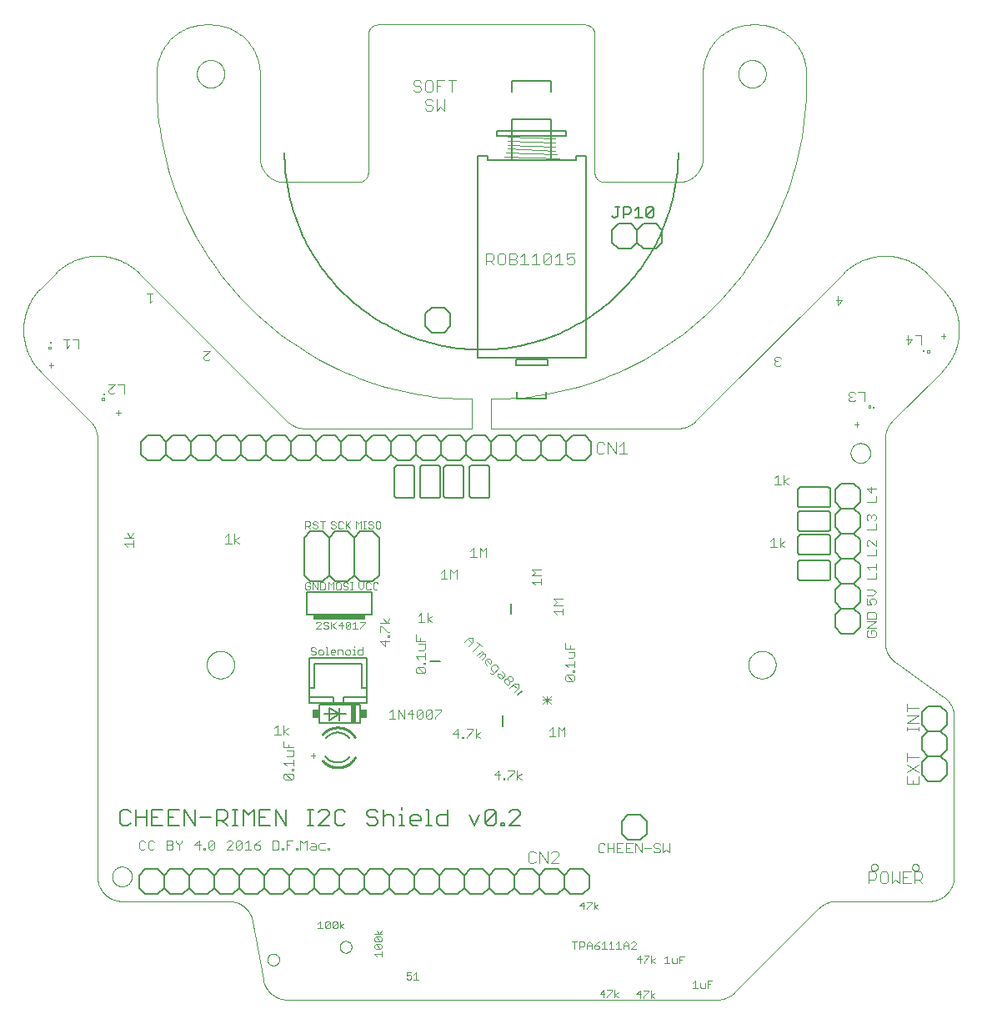
<source format=gto>
G75*
%MOIN*%
%OFA0B0*%
%FSLAX25Y25*%
%IPPOS*%
%LPD*%
%AMOC8*
5,1,8,0,0,1.08239X$1,22.5*
%
%ADD10C,0.00000*%
%ADD11C,0.00400*%
%ADD12C,0.00500*%
%ADD13C,0.00600*%
%ADD14C,0.00300*%
%ADD15C,0.00118*%
%ADD16R,0.02000X0.07362*%
%ADD17R,0.02500X0.03346*%
%ADD18C,0.01000*%
%ADD19C,0.00250*%
%ADD20C,0.00984*%
D10*
X0036446Y0055626D02*
X0036446Y0230683D01*
X0033563Y0237643D02*
X0013779Y0257427D01*
X0013380Y0257835D01*
X0012991Y0258253D01*
X0012613Y0258680D01*
X0012245Y0259117D01*
X0011887Y0259562D01*
X0011541Y0260015D01*
X0011205Y0260477D01*
X0010881Y0260947D01*
X0010568Y0261425D01*
X0010267Y0261909D01*
X0009977Y0262401D01*
X0009700Y0262900D01*
X0009435Y0263406D01*
X0009182Y0263918D01*
X0008941Y0264435D01*
X0008713Y0264959D01*
X0008498Y0265487D01*
X0008295Y0266021D01*
X0008106Y0266559D01*
X0007930Y0267102D01*
X0007766Y0267649D01*
X0007616Y0268200D01*
X0007480Y0268754D01*
X0007357Y0269312D01*
X0007247Y0269872D01*
X0007151Y0270435D01*
X0007068Y0271000D01*
X0007000Y0271566D01*
X0006944Y0272134D01*
X0006903Y0272704D01*
X0006876Y0273274D01*
X0006862Y0273845D01*
X0006862Y0274415D01*
X0006876Y0274986D01*
X0006903Y0275556D01*
X0006944Y0276126D01*
X0007000Y0276694D01*
X0007068Y0277260D01*
X0007151Y0277825D01*
X0007247Y0278388D01*
X0007357Y0278948D01*
X0007480Y0279506D01*
X0007616Y0280060D01*
X0007766Y0280611D01*
X0007930Y0281158D01*
X0008106Y0281701D01*
X0008295Y0282239D01*
X0008498Y0282773D01*
X0008713Y0283301D01*
X0008941Y0283825D01*
X0009182Y0284342D01*
X0009435Y0284854D01*
X0009700Y0285360D01*
X0009977Y0285859D01*
X0010267Y0286351D01*
X0010568Y0286835D01*
X0010881Y0287313D01*
X0011205Y0287783D01*
X0011541Y0288245D01*
X0011887Y0288698D01*
X0012245Y0289143D01*
X0012613Y0289580D01*
X0012991Y0290007D01*
X0013380Y0290425D01*
X0013779Y0290833D01*
X0019742Y0296797D01*
X0019743Y0296796D02*
X0020151Y0297195D01*
X0020569Y0297584D01*
X0020996Y0297962D01*
X0021433Y0298330D01*
X0021878Y0298688D01*
X0022331Y0299034D01*
X0022793Y0299370D01*
X0023263Y0299694D01*
X0023741Y0300007D01*
X0024225Y0300308D01*
X0024717Y0300598D01*
X0025216Y0300875D01*
X0025722Y0301140D01*
X0026234Y0301393D01*
X0026751Y0301634D01*
X0027275Y0301862D01*
X0027803Y0302077D01*
X0028337Y0302280D01*
X0028875Y0302469D01*
X0029418Y0302645D01*
X0029965Y0302809D01*
X0030516Y0302959D01*
X0031070Y0303095D01*
X0031628Y0303218D01*
X0032188Y0303328D01*
X0032751Y0303424D01*
X0033316Y0303507D01*
X0033882Y0303575D01*
X0034450Y0303631D01*
X0035020Y0303672D01*
X0035590Y0303699D01*
X0036161Y0303713D01*
X0036731Y0303713D01*
X0037302Y0303699D01*
X0037872Y0303672D01*
X0038442Y0303631D01*
X0039010Y0303575D01*
X0039576Y0303507D01*
X0040141Y0303424D01*
X0040704Y0303328D01*
X0041264Y0303218D01*
X0041822Y0303095D01*
X0042376Y0302959D01*
X0042927Y0302809D01*
X0043474Y0302645D01*
X0044017Y0302469D01*
X0044555Y0302280D01*
X0045089Y0302077D01*
X0045617Y0301862D01*
X0046141Y0301634D01*
X0046658Y0301393D01*
X0047170Y0301140D01*
X0047676Y0300875D01*
X0048175Y0300598D01*
X0048667Y0300308D01*
X0049151Y0300007D01*
X0049629Y0299694D01*
X0050099Y0299370D01*
X0050561Y0299034D01*
X0051014Y0298688D01*
X0051459Y0298330D01*
X0051896Y0297962D01*
X0052323Y0297584D01*
X0052741Y0297195D01*
X0053149Y0296796D01*
X0053149Y0296797D02*
X0112303Y0237643D01*
X0119263Y0234760D02*
X0186052Y0234760D01*
X0186052Y0246571D01*
X0193926Y0246571D02*
X0193926Y0234760D01*
X0268589Y0234760D01*
X0268589Y0234759D02*
X0268823Y0234762D01*
X0269057Y0234770D01*
X0269291Y0234784D01*
X0269525Y0234804D01*
X0269758Y0234829D01*
X0269990Y0234859D01*
X0270221Y0234895D01*
X0270452Y0234937D01*
X0270681Y0234984D01*
X0270910Y0235036D01*
X0271137Y0235094D01*
X0271362Y0235158D01*
X0271586Y0235226D01*
X0271808Y0235300D01*
X0272029Y0235380D01*
X0272247Y0235464D01*
X0272464Y0235554D01*
X0272678Y0235648D01*
X0272890Y0235748D01*
X0273099Y0235853D01*
X0273306Y0235963D01*
X0273511Y0236078D01*
X0273712Y0236197D01*
X0273911Y0236322D01*
X0274106Y0236451D01*
X0274299Y0236584D01*
X0274488Y0236722D01*
X0274674Y0236865D01*
X0274856Y0237012D01*
X0275035Y0237163D01*
X0275210Y0237319D01*
X0275381Y0237478D01*
X0275549Y0237642D01*
X0275549Y0237643D02*
X0334703Y0296797D01*
X0334703Y0296796D02*
X0335111Y0297195D01*
X0335529Y0297584D01*
X0335956Y0297962D01*
X0336393Y0298330D01*
X0336838Y0298688D01*
X0337291Y0299034D01*
X0337753Y0299370D01*
X0338223Y0299694D01*
X0338701Y0300007D01*
X0339185Y0300308D01*
X0339677Y0300598D01*
X0340176Y0300875D01*
X0340682Y0301140D01*
X0341194Y0301393D01*
X0341711Y0301634D01*
X0342235Y0301862D01*
X0342763Y0302077D01*
X0343297Y0302280D01*
X0343835Y0302469D01*
X0344378Y0302645D01*
X0344925Y0302809D01*
X0345476Y0302959D01*
X0346030Y0303095D01*
X0346588Y0303218D01*
X0347148Y0303328D01*
X0347711Y0303424D01*
X0348276Y0303507D01*
X0348842Y0303575D01*
X0349410Y0303631D01*
X0349980Y0303672D01*
X0350550Y0303699D01*
X0351121Y0303713D01*
X0351691Y0303713D01*
X0352262Y0303699D01*
X0352832Y0303672D01*
X0353402Y0303631D01*
X0353970Y0303575D01*
X0354536Y0303507D01*
X0355101Y0303424D01*
X0355664Y0303328D01*
X0356224Y0303218D01*
X0356782Y0303095D01*
X0357336Y0302959D01*
X0357887Y0302809D01*
X0358434Y0302645D01*
X0358977Y0302469D01*
X0359515Y0302280D01*
X0360049Y0302077D01*
X0360577Y0301862D01*
X0361101Y0301634D01*
X0361618Y0301393D01*
X0362130Y0301140D01*
X0362636Y0300875D01*
X0363135Y0300598D01*
X0363627Y0300308D01*
X0364111Y0300007D01*
X0364589Y0299694D01*
X0365059Y0299370D01*
X0365521Y0299034D01*
X0365974Y0298688D01*
X0366419Y0298330D01*
X0366856Y0297962D01*
X0367283Y0297584D01*
X0367701Y0297195D01*
X0368109Y0296796D01*
X0368110Y0296797D02*
X0374073Y0290833D01*
X0374472Y0290425D01*
X0374861Y0290007D01*
X0375239Y0289580D01*
X0375607Y0289143D01*
X0375965Y0288698D01*
X0376311Y0288245D01*
X0376647Y0287783D01*
X0376971Y0287313D01*
X0377284Y0286835D01*
X0377585Y0286351D01*
X0377875Y0285859D01*
X0378152Y0285360D01*
X0378417Y0284854D01*
X0378670Y0284342D01*
X0378911Y0283825D01*
X0379139Y0283301D01*
X0379354Y0282773D01*
X0379557Y0282239D01*
X0379746Y0281701D01*
X0379922Y0281158D01*
X0380086Y0280611D01*
X0380236Y0280060D01*
X0380372Y0279506D01*
X0380495Y0278948D01*
X0380605Y0278388D01*
X0380701Y0277825D01*
X0380784Y0277260D01*
X0380852Y0276694D01*
X0380908Y0276126D01*
X0380949Y0275556D01*
X0380976Y0274986D01*
X0380990Y0274415D01*
X0380990Y0273845D01*
X0380976Y0273274D01*
X0380949Y0272704D01*
X0380908Y0272134D01*
X0380852Y0271566D01*
X0380784Y0271000D01*
X0380701Y0270435D01*
X0380605Y0269872D01*
X0380495Y0269312D01*
X0380372Y0268754D01*
X0380236Y0268200D01*
X0380086Y0267649D01*
X0379922Y0267102D01*
X0379746Y0266559D01*
X0379557Y0266021D01*
X0379354Y0265487D01*
X0379139Y0264959D01*
X0378911Y0264435D01*
X0378670Y0263918D01*
X0378417Y0263406D01*
X0378152Y0262900D01*
X0377875Y0262401D01*
X0377585Y0261909D01*
X0377284Y0261425D01*
X0376971Y0260947D01*
X0376647Y0260477D01*
X0376311Y0260015D01*
X0375965Y0259562D01*
X0375607Y0259117D01*
X0375239Y0258680D01*
X0374861Y0258253D01*
X0374472Y0257835D01*
X0374073Y0257427D01*
X0354289Y0237643D01*
X0351406Y0230683D02*
X0351406Y0149274D01*
X0355528Y0141265D02*
X0374844Y0127468D01*
X0378965Y0119459D02*
X0378965Y0055626D01*
X0378966Y0055626D02*
X0378963Y0055388D01*
X0378955Y0055150D01*
X0378940Y0054913D01*
X0378920Y0054676D01*
X0378894Y0054440D01*
X0378863Y0054204D01*
X0378826Y0053969D01*
X0378783Y0053735D01*
X0378734Y0053502D01*
X0378680Y0053270D01*
X0378620Y0053040D01*
X0378555Y0052811D01*
X0378484Y0052584D01*
X0378408Y0052359D01*
X0378326Y0052136D01*
X0378239Y0051914D01*
X0378147Y0051695D01*
X0378049Y0051478D01*
X0377947Y0051264D01*
X0377839Y0051052D01*
X0377725Y0050842D01*
X0377607Y0050636D01*
X0377484Y0050432D01*
X0377356Y0050232D01*
X0377224Y0050035D01*
X0377086Y0049840D01*
X0376944Y0049650D01*
X0376797Y0049462D01*
X0376646Y0049279D01*
X0376491Y0049099D01*
X0376331Y0048923D01*
X0376167Y0048751D01*
X0375998Y0048582D01*
X0375826Y0048418D01*
X0375650Y0048258D01*
X0375470Y0048103D01*
X0375287Y0047952D01*
X0375099Y0047805D01*
X0374909Y0047663D01*
X0374714Y0047525D01*
X0374517Y0047393D01*
X0374317Y0047265D01*
X0374113Y0047142D01*
X0373907Y0047024D01*
X0373697Y0046910D01*
X0373485Y0046802D01*
X0373271Y0046700D01*
X0373054Y0046602D01*
X0372835Y0046510D01*
X0372613Y0046423D01*
X0372390Y0046341D01*
X0372165Y0046265D01*
X0371938Y0046194D01*
X0371709Y0046129D01*
X0371479Y0046069D01*
X0371247Y0046015D01*
X0371014Y0045966D01*
X0370780Y0045923D01*
X0370545Y0045886D01*
X0370309Y0045855D01*
X0370073Y0045829D01*
X0369836Y0045809D01*
X0369599Y0045794D01*
X0369361Y0045786D01*
X0369123Y0045783D01*
X0369123Y0045784D02*
X0331861Y0045784D01*
X0324901Y0042901D02*
X0291297Y0009296D01*
X0284337Y0006413D02*
X0112391Y0006413D01*
X0112151Y0006416D01*
X0111910Y0006425D01*
X0111670Y0006439D01*
X0111431Y0006460D01*
X0111192Y0006486D01*
X0110953Y0006519D01*
X0110716Y0006557D01*
X0110479Y0006600D01*
X0110244Y0006650D01*
X0110010Y0006705D01*
X0109777Y0006766D01*
X0109546Y0006833D01*
X0109317Y0006905D01*
X0109089Y0006983D01*
X0108864Y0007067D01*
X0108640Y0007156D01*
X0108419Y0007250D01*
X0108200Y0007350D01*
X0107984Y0007455D01*
X0107770Y0007565D01*
X0107559Y0007681D01*
X0107351Y0007801D01*
X0107146Y0007927D01*
X0106944Y0008057D01*
X0106746Y0008193D01*
X0106550Y0008333D01*
X0106358Y0008478D01*
X0106170Y0008628D01*
X0105986Y0008782D01*
X0105805Y0008941D01*
X0105628Y0009104D01*
X0105456Y0009271D01*
X0105287Y0009443D01*
X0105123Y0009619D01*
X0104963Y0009798D01*
X0104807Y0009982D01*
X0104656Y0010169D01*
X0104510Y0010359D01*
X0104368Y0010554D01*
X0104231Y0010751D01*
X0104099Y0010952D01*
X0103972Y0011157D01*
X0103850Y0011364D01*
X0103733Y0011574D01*
X0103621Y0011787D01*
X0103514Y0012002D01*
X0103413Y0012221D01*
X0103317Y0012441D01*
X0103227Y0012664D01*
X0103142Y0012889D01*
X0103062Y0013116D01*
X0102988Y0013345D01*
X0102920Y0013575D01*
X0102857Y0013808D01*
X0102800Y0014041D01*
X0102749Y0014276D01*
X0102704Y0014512D01*
X0098533Y0037685D01*
X0104437Y0022396D02*
X0104439Y0022493D01*
X0104445Y0022590D01*
X0104455Y0022686D01*
X0104469Y0022782D01*
X0104487Y0022878D01*
X0104508Y0022972D01*
X0104534Y0023066D01*
X0104563Y0023158D01*
X0104597Y0023249D01*
X0104633Y0023339D01*
X0104674Y0023427D01*
X0104718Y0023513D01*
X0104766Y0023598D01*
X0104817Y0023680D01*
X0104871Y0023761D01*
X0104929Y0023839D01*
X0104990Y0023914D01*
X0105053Y0023987D01*
X0105120Y0024058D01*
X0105190Y0024125D01*
X0105262Y0024190D01*
X0105337Y0024251D01*
X0105415Y0024310D01*
X0105494Y0024365D01*
X0105576Y0024417D01*
X0105660Y0024465D01*
X0105746Y0024510D01*
X0105834Y0024552D01*
X0105923Y0024590D01*
X0106014Y0024624D01*
X0106106Y0024654D01*
X0106199Y0024681D01*
X0106294Y0024703D01*
X0106389Y0024722D01*
X0106485Y0024737D01*
X0106581Y0024748D01*
X0106678Y0024755D01*
X0106775Y0024758D01*
X0106872Y0024757D01*
X0106969Y0024752D01*
X0107065Y0024743D01*
X0107161Y0024730D01*
X0107257Y0024713D01*
X0107352Y0024692D01*
X0107445Y0024668D01*
X0107538Y0024639D01*
X0107630Y0024607D01*
X0107720Y0024571D01*
X0107808Y0024532D01*
X0107895Y0024488D01*
X0107980Y0024442D01*
X0108063Y0024391D01*
X0108144Y0024338D01*
X0108222Y0024281D01*
X0108299Y0024221D01*
X0108372Y0024158D01*
X0108443Y0024092D01*
X0108511Y0024023D01*
X0108577Y0023951D01*
X0108639Y0023877D01*
X0108698Y0023800D01*
X0108754Y0023721D01*
X0108807Y0023639D01*
X0108857Y0023556D01*
X0108902Y0023470D01*
X0108945Y0023383D01*
X0108984Y0023294D01*
X0109019Y0023204D01*
X0109050Y0023112D01*
X0109077Y0023019D01*
X0109101Y0022925D01*
X0109121Y0022830D01*
X0109137Y0022734D01*
X0109149Y0022638D01*
X0109157Y0022541D01*
X0109161Y0022444D01*
X0109161Y0022348D01*
X0109157Y0022251D01*
X0109149Y0022154D01*
X0109137Y0022058D01*
X0109121Y0021962D01*
X0109101Y0021867D01*
X0109077Y0021773D01*
X0109050Y0021680D01*
X0109019Y0021588D01*
X0108984Y0021498D01*
X0108945Y0021409D01*
X0108902Y0021322D01*
X0108857Y0021236D01*
X0108807Y0021153D01*
X0108754Y0021071D01*
X0108698Y0020992D01*
X0108639Y0020915D01*
X0108577Y0020841D01*
X0108511Y0020769D01*
X0108443Y0020700D01*
X0108372Y0020634D01*
X0108299Y0020571D01*
X0108222Y0020511D01*
X0108144Y0020454D01*
X0108063Y0020401D01*
X0107980Y0020350D01*
X0107895Y0020304D01*
X0107808Y0020260D01*
X0107720Y0020221D01*
X0107630Y0020185D01*
X0107538Y0020153D01*
X0107445Y0020124D01*
X0107352Y0020100D01*
X0107257Y0020079D01*
X0107161Y0020062D01*
X0107065Y0020049D01*
X0106969Y0020040D01*
X0106872Y0020035D01*
X0106775Y0020034D01*
X0106678Y0020037D01*
X0106581Y0020044D01*
X0106485Y0020055D01*
X0106389Y0020070D01*
X0106294Y0020089D01*
X0106199Y0020111D01*
X0106106Y0020138D01*
X0106014Y0020168D01*
X0105923Y0020202D01*
X0105834Y0020240D01*
X0105746Y0020282D01*
X0105660Y0020327D01*
X0105576Y0020375D01*
X0105494Y0020427D01*
X0105415Y0020482D01*
X0105337Y0020541D01*
X0105262Y0020602D01*
X0105190Y0020667D01*
X0105120Y0020734D01*
X0105053Y0020805D01*
X0104990Y0020878D01*
X0104929Y0020953D01*
X0104871Y0021031D01*
X0104817Y0021112D01*
X0104766Y0021194D01*
X0104718Y0021279D01*
X0104674Y0021365D01*
X0104633Y0021453D01*
X0104597Y0021543D01*
X0104563Y0021634D01*
X0104534Y0021726D01*
X0104508Y0021820D01*
X0104487Y0021914D01*
X0104469Y0022010D01*
X0104455Y0022106D01*
X0104445Y0022202D01*
X0104439Y0022299D01*
X0104437Y0022396D01*
X0098534Y0037685D02*
X0098489Y0037921D01*
X0098438Y0038156D01*
X0098381Y0038389D01*
X0098318Y0038622D01*
X0098250Y0038852D01*
X0098176Y0039081D01*
X0098096Y0039308D01*
X0098011Y0039533D01*
X0097921Y0039756D01*
X0097825Y0039976D01*
X0097724Y0040195D01*
X0097617Y0040410D01*
X0097505Y0040623D01*
X0097388Y0040833D01*
X0097266Y0041040D01*
X0097139Y0041245D01*
X0097007Y0041446D01*
X0096870Y0041643D01*
X0096728Y0041838D01*
X0096582Y0042028D01*
X0096431Y0042215D01*
X0096275Y0042399D01*
X0096115Y0042578D01*
X0095951Y0042754D01*
X0095782Y0042926D01*
X0095610Y0043093D01*
X0095433Y0043256D01*
X0095252Y0043415D01*
X0095068Y0043569D01*
X0094880Y0043719D01*
X0094688Y0043864D01*
X0094492Y0044004D01*
X0094294Y0044140D01*
X0094092Y0044270D01*
X0093887Y0044396D01*
X0093679Y0044516D01*
X0093468Y0044632D01*
X0093254Y0044742D01*
X0093038Y0044847D01*
X0092819Y0044947D01*
X0092598Y0045041D01*
X0092374Y0045130D01*
X0092149Y0045214D01*
X0091921Y0045292D01*
X0091692Y0045364D01*
X0091461Y0045431D01*
X0091228Y0045492D01*
X0090994Y0045547D01*
X0090759Y0045597D01*
X0090522Y0045640D01*
X0090285Y0045678D01*
X0090046Y0045711D01*
X0089807Y0045737D01*
X0089568Y0045758D01*
X0089328Y0045772D01*
X0089087Y0045781D01*
X0088847Y0045784D01*
X0046288Y0045784D01*
X0042351Y0055626D02*
X0042353Y0055751D01*
X0042359Y0055876D01*
X0042369Y0056000D01*
X0042383Y0056124D01*
X0042400Y0056248D01*
X0042422Y0056371D01*
X0042448Y0056493D01*
X0042477Y0056615D01*
X0042510Y0056735D01*
X0042548Y0056854D01*
X0042588Y0056973D01*
X0042633Y0057089D01*
X0042681Y0057204D01*
X0042733Y0057318D01*
X0042789Y0057430D01*
X0042848Y0057540D01*
X0042910Y0057648D01*
X0042976Y0057755D01*
X0043045Y0057859D01*
X0043118Y0057960D01*
X0043193Y0058060D01*
X0043272Y0058157D01*
X0043354Y0058251D01*
X0043439Y0058343D01*
X0043526Y0058432D01*
X0043617Y0058518D01*
X0043710Y0058601D01*
X0043806Y0058682D01*
X0043904Y0058759D01*
X0044004Y0058833D01*
X0044107Y0058904D01*
X0044212Y0058971D01*
X0044320Y0059036D01*
X0044429Y0059096D01*
X0044540Y0059154D01*
X0044653Y0059207D01*
X0044767Y0059257D01*
X0044883Y0059304D01*
X0045000Y0059346D01*
X0045119Y0059385D01*
X0045239Y0059421D01*
X0045360Y0059452D01*
X0045482Y0059480D01*
X0045604Y0059503D01*
X0045728Y0059523D01*
X0045852Y0059539D01*
X0045976Y0059551D01*
X0046101Y0059559D01*
X0046226Y0059563D01*
X0046350Y0059563D01*
X0046475Y0059559D01*
X0046600Y0059551D01*
X0046724Y0059539D01*
X0046848Y0059523D01*
X0046972Y0059503D01*
X0047094Y0059480D01*
X0047216Y0059452D01*
X0047337Y0059421D01*
X0047457Y0059385D01*
X0047576Y0059346D01*
X0047693Y0059304D01*
X0047809Y0059257D01*
X0047923Y0059207D01*
X0048036Y0059154D01*
X0048147Y0059096D01*
X0048257Y0059036D01*
X0048364Y0058971D01*
X0048469Y0058904D01*
X0048572Y0058833D01*
X0048672Y0058759D01*
X0048770Y0058682D01*
X0048866Y0058601D01*
X0048959Y0058518D01*
X0049050Y0058432D01*
X0049137Y0058343D01*
X0049222Y0058251D01*
X0049304Y0058157D01*
X0049383Y0058060D01*
X0049458Y0057960D01*
X0049531Y0057859D01*
X0049600Y0057755D01*
X0049666Y0057648D01*
X0049728Y0057540D01*
X0049787Y0057430D01*
X0049843Y0057318D01*
X0049895Y0057204D01*
X0049943Y0057089D01*
X0049988Y0056973D01*
X0050028Y0056854D01*
X0050066Y0056735D01*
X0050099Y0056615D01*
X0050128Y0056493D01*
X0050154Y0056371D01*
X0050176Y0056248D01*
X0050193Y0056124D01*
X0050207Y0056000D01*
X0050217Y0055876D01*
X0050223Y0055751D01*
X0050225Y0055626D01*
X0050223Y0055501D01*
X0050217Y0055376D01*
X0050207Y0055252D01*
X0050193Y0055128D01*
X0050176Y0055004D01*
X0050154Y0054881D01*
X0050128Y0054759D01*
X0050099Y0054637D01*
X0050066Y0054517D01*
X0050028Y0054398D01*
X0049988Y0054279D01*
X0049943Y0054163D01*
X0049895Y0054048D01*
X0049843Y0053934D01*
X0049787Y0053822D01*
X0049728Y0053712D01*
X0049666Y0053604D01*
X0049600Y0053497D01*
X0049531Y0053393D01*
X0049458Y0053292D01*
X0049383Y0053192D01*
X0049304Y0053095D01*
X0049222Y0053001D01*
X0049137Y0052909D01*
X0049050Y0052820D01*
X0048959Y0052734D01*
X0048866Y0052651D01*
X0048770Y0052570D01*
X0048672Y0052493D01*
X0048572Y0052419D01*
X0048469Y0052348D01*
X0048364Y0052281D01*
X0048256Y0052216D01*
X0048147Y0052156D01*
X0048036Y0052098D01*
X0047923Y0052045D01*
X0047809Y0051995D01*
X0047693Y0051948D01*
X0047576Y0051906D01*
X0047457Y0051867D01*
X0047337Y0051831D01*
X0047216Y0051800D01*
X0047094Y0051772D01*
X0046972Y0051749D01*
X0046848Y0051729D01*
X0046724Y0051713D01*
X0046600Y0051701D01*
X0046475Y0051693D01*
X0046350Y0051689D01*
X0046226Y0051689D01*
X0046101Y0051693D01*
X0045976Y0051701D01*
X0045852Y0051713D01*
X0045728Y0051729D01*
X0045604Y0051749D01*
X0045482Y0051772D01*
X0045360Y0051800D01*
X0045239Y0051831D01*
X0045119Y0051867D01*
X0045000Y0051906D01*
X0044883Y0051948D01*
X0044767Y0051995D01*
X0044653Y0052045D01*
X0044540Y0052098D01*
X0044429Y0052156D01*
X0044319Y0052216D01*
X0044212Y0052281D01*
X0044107Y0052348D01*
X0044004Y0052419D01*
X0043904Y0052493D01*
X0043806Y0052570D01*
X0043710Y0052651D01*
X0043617Y0052734D01*
X0043526Y0052820D01*
X0043439Y0052909D01*
X0043354Y0053001D01*
X0043272Y0053095D01*
X0043193Y0053192D01*
X0043118Y0053292D01*
X0043045Y0053393D01*
X0042976Y0053497D01*
X0042910Y0053604D01*
X0042848Y0053712D01*
X0042789Y0053822D01*
X0042733Y0053934D01*
X0042681Y0054048D01*
X0042633Y0054163D01*
X0042588Y0054279D01*
X0042548Y0054398D01*
X0042510Y0054517D01*
X0042477Y0054637D01*
X0042448Y0054759D01*
X0042422Y0054881D01*
X0042400Y0055004D01*
X0042383Y0055128D01*
X0042369Y0055252D01*
X0042359Y0055376D01*
X0042353Y0055501D01*
X0042351Y0055626D01*
X0036445Y0055626D02*
X0036448Y0055388D01*
X0036456Y0055150D01*
X0036471Y0054913D01*
X0036491Y0054676D01*
X0036517Y0054440D01*
X0036548Y0054204D01*
X0036585Y0053969D01*
X0036628Y0053735D01*
X0036677Y0053502D01*
X0036731Y0053270D01*
X0036791Y0053040D01*
X0036856Y0052811D01*
X0036927Y0052584D01*
X0037003Y0052359D01*
X0037085Y0052136D01*
X0037172Y0051914D01*
X0037264Y0051695D01*
X0037362Y0051478D01*
X0037464Y0051264D01*
X0037572Y0051052D01*
X0037686Y0050842D01*
X0037804Y0050636D01*
X0037927Y0050432D01*
X0038055Y0050232D01*
X0038187Y0050035D01*
X0038325Y0049840D01*
X0038467Y0049650D01*
X0038614Y0049462D01*
X0038765Y0049279D01*
X0038920Y0049099D01*
X0039080Y0048923D01*
X0039244Y0048751D01*
X0039413Y0048582D01*
X0039585Y0048418D01*
X0039761Y0048258D01*
X0039941Y0048103D01*
X0040124Y0047952D01*
X0040312Y0047805D01*
X0040502Y0047663D01*
X0040697Y0047525D01*
X0040894Y0047393D01*
X0041094Y0047265D01*
X0041298Y0047142D01*
X0041504Y0047024D01*
X0041714Y0046910D01*
X0041926Y0046802D01*
X0042140Y0046700D01*
X0042357Y0046602D01*
X0042576Y0046510D01*
X0042798Y0046423D01*
X0043021Y0046341D01*
X0043246Y0046265D01*
X0043473Y0046194D01*
X0043702Y0046129D01*
X0043932Y0046069D01*
X0044164Y0046015D01*
X0044397Y0045966D01*
X0044631Y0045923D01*
X0044866Y0045886D01*
X0045102Y0045855D01*
X0045338Y0045829D01*
X0045575Y0045809D01*
X0045812Y0045794D01*
X0046050Y0045786D01*
X0046288Y0045783D01*
X0080146Y0140272D02*
X0080148Y0140420D01*
X0080154Y0140568D01*
X0080164Y0140716D01*
X0080178Y0140863D01*
X0080196Y0141010D01*
X0080217Y0141156D01*
X0080243Y0141302D01*
X0080273Y0141447D01*
X0080306Y0141591D01*
X0080344Y0141734D01*
X0080385Y0141876D01*
X0080430Y0142017D01*
X0080478Y0142157D01*
X0080531Y0142296D01*
X0080587Y0142433D01*
X0080647Y0142568D01*
X0080710Y0142702D01*
X0080777Y0142834D01*
X0080848Y0142964D01*
X0080922Y0143092D01*
X0080999Y0143218D01*
X0081080Y0143342D01*
X0081164Y0143464D01*
X0081251Y0143583D01*
X0081342Y0143700D01*
X0081436Y0143815D01*
X0081532Y0143927D01*
X0081632Y0144037D01*
X0081734Y0144143D01*
X0081840Y0144247D01*
X0081948Y0144348D01*
X0082059Y0144446D01*
X0082172Y0144542D01*
X0082288Y0144634D01*
X0082406Y0144723D01*
X0082527Y0144808D01*
X0082650Y0144891D01*
X0082775Y0144970D01*
X0082902Y0145046D01*
X0083031Y0145118D01*
X0083162Y0145187D01*
X0083295Y0145252D01*
X0083430Y0145313D01*
X0083566Y0145371D01*
X0083703Y0145426D01*
X0083842Y0145476D01*
X0083983Y0145523D01*
X0084124Y0145566D01*
X0084267Y0145606D01*
X0084411Y0145641D01*
X0084555Y0145673D01*
X0084701Y0145700D01*
X0084847Y0145724D01*
X0084994Y0145744D01*
X0085141Y0145760D01*
X0085288Y0145772D01*
X0085436Y0145780D01*
X0085584Y0145784D01*
X0085732Y0145784D01*
X0085880Y0145780D01*
X0086028Y0145772D01*
X0086175Y0145760D01*
X0086322Y0145744D01*
X0086469Y0145724D01*
X0086615Y0145700D01*
X0086761Y0145673D01*
X0086905Y0145641D01*
X0087049Y0145606D01*
X0087192Y0145566D01*
X0087333Y0145523D01*
X0087474Y0145476D01*
X0087613Y0145426D01*
X0087750Y0145371D01*
X0087886Y0145313D01*
X0088021Y0145252D01*
X0088154Y0145187D01*
X0088285Y0145118D01*
X0088414Y0145046D01*
X0088541Y0144970D01*
X0088666Y0144891D01*
X0088789Y0144808D01*
X0088910Y0144723D01*
X0089028Y0144634D01*
X0089144Y0144542D01*
X0089257Y0144446D01*
X0089368Y0144348D01*
X0089476Y0144247D01*
X0089582Y0144143D01*
X0089684Y0144037D01*
X0089784Y0143927D01*
X0089880Y0143815D01*
X0089974Y0143700D01*
X0090065Y0143583D01*
X0090152Y0143464D01*
X0090236Y0143342D01*
X0090317Y0143218D01*
X0090394Y0143092D01*
X0090468Y0142964D01*
X0090539Y0142834D01*
X0090606Y0142702D01*
X0090669Y0142568D01*
X0090729Y0142433D01*
X0090785Y0142296D01*
X0090838Y0142157D01*
X0090886Y0142017D01*
X0090931Y0141876D01*
X0090972Y0141734D01*
X0091010Y0141591D01*
X0091043Y0141447D01*
X0091073Y0141302D01*
X0091099Y0141156D01*
X0091120Y0141010D01*
X0091138Y0140863D01*
X0091152Y0140716D01*
X0091162Y0140568D01*
X0091168Y0140420D01*
X0091170Y0140272D01*
X0091168Y0140124D01*
X0091162Y0139976D01*
X0091152Y0139828D01*
X0091138Y0139681D01*
X0091120Y0139534D01*
X0091099Y0139388D01*
X0091073Y0139242D01*
X0091043Y0139097D01*
X0091010Y0138953D01*
X0090972Y0138810D01*
X0090931Y0138668D01*
X0090886Y0138527D01*
X0090838Y0138387D01*
X0090785Y0138248D01*
X0090729Y0138111D01*
X0090669Y0137976D01*
X0090606Y0137842D01*
X0090539Y0137710D01*
X0090468Y0137580D01*
X0090394Y0137452D01*
X0090317Y0137326D01*
X0090236Y0137202D01*
X0090152Y0137080D01*
X0090065Y0136961D01*
X0089974Y0136844D01*
X0089880Y0136729D01*
X0089784Y0136617D01*
X0089684Y0136507D01*
X0089582Y0136401D01*
X0089476Y0136297D01*
X0089368Y0136196D01*
X0089257Y0136098D01*
X0089144Y0136002D01*
X0089028Y0135910D01*
X0088910Y0135821D01*
X0088789Y0135736D01*
X0088666Y0135653D01*
X0088541Y0135574D01*
X0088414Y0135498D01*
X0088285Y0135426D01*
X0088154Y0135357D01*
X0088021Y0135292D01*
X0087886Y0135231D01*
X0087750Y0135173D01*
X0087613Y0135118D01*
X0087474Y0135068D01*
X0087333Y0135021D01*
X0087192Y0134978D01*
X0087049Y0134938D01*
X0086905Y0134903D01*
X0086761Y0134871D01*
X0086615Y0134844D01*
X0086469Y0134820D01*
X0086322Y0134800D01*
X0086175Y0134784D01*
X0086028Y0134772D01*
X0085880Y0134764D01*
X0085732Y0134760D01*
X0085584Y0134760D01*
X0085436Y0134764D01*
X0085288Y0134772D01*
X0085141Y0134784D01*
X0084994Y0134800D01*
X0084847Y0134820D01*
X0084701Y0134844D01*
X0084555Y0134871D01*
X0084411Y0134903D01*
X0084267Y0134938D01*
X0084124Y0134978D01*
X0083983Y0135021D01*
X0083842Y0135068D01*
X0083703Y0135118D01*
X0083566Y0135173D01*
X0083430Y0135231D01*
X0083295Y0135292D01*
X0083162Y0135357D01*
X0083031Y0135426D01*
X0082902Y0135498D01*
X0082775Y0135574D01*
X0082650Y0135653D01*
X0082527Y0135736D01*
X0082406Y0135821D01*
X0082288Y0135910D01*
X0082172Y0136002D01*
X0082059Y0136098D01*
X0081948Y0136196D01*
X0081840Y0136297D01*
X0081734Y0136401D01*
X0081632Y0136507D01*
X0081532Y0136617D01*
X0081436Y0136729D01*
X0081342Y0136844D01*
X0081251Y0136961D01*
X0081164Y0137080D01*
X0081080Y0137202D01*
X0080999Y0137326D01*
X0080922Y0137452D01*
X0080848Y0137580D01*
X0080777Y0137710D01*
X0080710Y0137842D01*
X0080647Y0137976D01*
X0080587Y0138111D01*
X0080531Y0138248D01*
X0080478Y0138387D01*
X0080430Y0138527D01*
X0080385Y0138668D01*
X0080344Y0138810D01*
X0080306Y0138953D01*
X0080273Y0139097D01*
X0080243Y0139242D01*
X0080217Y0139388D01*
X0080196Y0139534D01*
X0080178Y0139681D01*
X0080164Y0139828D01*
X0080154Y0139976D01*
X0080148Y0140124D01*
X0080146Y0140272D01*
X0036446Y0230683D02*
X0036443Y0230917D01*
X0036435Y0231151D01*
X0036421Y0231385D01*
X0036401Y0231619D01*
X0036376Y0231852D01*
X0036346Y0232084D01*
X0036310Y0232315D01*
X0036268Y0232546D01*
X0036221Y0232775D01*
X0036169Y0233004D01*
X0036111Y0233231D01*
X0036047Y0233456D01*
X0035979Y0233680D01*
X0035905Y0233902D01*
X0035825Y0234123D01*
X0035741Y0234341D01*
X0035651Y0234558D01*
X0035557Y0234772D01*
X0035457Y0234984D01*
X0035352Y0235193D01*
X0035242Y0235400D01*
X0035127Y0235605D01*
X0035008Y0235806D01*
X0034883Y0236005D01*
X0034754Y0236200D01*
X0034621Y0236393D01*
X0034483Y0236582D01*
X0034340Y0236768D01*
X0034193Y0236950D01*
X0034042Y0237129D01*
X0033886Y0237304D01*
X0033727Y0237475D01*
X0033563Y0237643D01*
X0101406Y0343028D02*
X0101406Y0376492D01*
X0101400Y0376968D01*
X0101383Y0377443D01*
X0101354Y0377918D01*
X0101314Y0378392D01*
X0101262Y0378865D01*
X0101199Y0379336D01*
X0101125Y0379806D01*
X0101039Y0380274D01*
X0100942Y0380740D01*
X0100834Y0381203D01*
X0100715Y0381663D01*
X0100584Y0382121D01*
X0100443Y0382575D01*
X0100290Y0383026D01*
X0100127Y0383472D01*
X0099953Y0383915D01*
X0099768Y0384353D01*
X0099573Y0384787D01*
X0099367Y0385216D01*
X0099151Y0385640D01*
X0098925Y0386059D01*
X0098689Y0386472D01*
X0098443Y0386879D01*
X0098187Y0387280D01*
X0097921Y0387674D01*
X0097646Y0388063D01*
X0097362Y0388444D01*
X0097069Y0388818D01*
X0096767Y0389186D01*
X0096455Y0389546D01*
X0096136Y0389898D01*
X0095808Y0390242D01*
X0095471Y0390579D01*
X0095127Y0390907D01*
X0094775Y0391226D01*
X0094415Y0391538D01*
X0094047Y0391840D01*
X0093673Y0392133D01*
X0093292Y0392417D01*
X0092903Y0392692D01*
X0092509Y0392958D01*
X0092108Y0393214D01*
X0091701Y0393460D01*
X0091288Y0393696D01*
X0090869Y0393922D01*
X0090445Y0394138D01*
X0090016Y0394344D01*
X0089582Y0394539D01*
X0089144Y0394724D01*
X0088701Y0394898D01*
X0088255Y0395061D01*
X0087804Y0395214D01*
X0087350Y0395355D01*
X0086892Y0395486D01*
X0086432Y0395605D01*
X0085969Y0395713D01*
X0085503Y0395810D01*
X0085035Y0395896D01*
X0084565Y0395970D01*
X0084094Y0396033D01*
X0083621Y0396085D01*
X0083147Y0396125D01*
X0082672Y0396154D01*
X0082197Y0396171D01*
X0081721Y0396177D01*
X0079753Y0396177D01*
X0079277Y0396171D01*
X0078802Y0396154D01*
X0078327Y0396125D01*
X0077853Y0396085D01*
X0077380Y0396033D01*
X0076909Y0395970D01*
X0076439Y0395896D01*
X0075971Y0395810D01*
X0075505Y0395713D01*
X0075042Y0395605D01*
X0074582Y0395486D01*
X0074124Y0395355D01*
X0073670Y0395214D01*
X0073219Y0395061D01*
X0072773Y0394898D01*
X0072330Y0394724D01*
X0071892Y0394539D01*
X0071458Y0394344D01*
X0071029Y0394138D01*
X0070605Y0393922D01*
X0070186Y0393696D01*
X0069773Y0393460D01*
X0069366Y0393214D01*
X0068965Y0392958D01*
X0068571Y0392692D01*
X0068182Y0392417D01*
X0067801Y0392133D01*
X0067427Y0391840D01*
X0067059Y0391538D01*
X0066699Y0391226D01*
X0066347Y0390907D01*
X0066003Y0390579D01*
X0065666Y0390242D01*
X0065338Y0389898D01*
X0065019Y0389546D01*
X0064707Y0389186D01*
X0064405Y0388818D01*
X0064112Y0388444D01*
X0063828Y0388063D01*
X0063553Y0387674D01*
X0063287Y0387280D01*
X0063031Y0386879D01*
X0062785Y0386472D01*
X0062549Y0386059D01*
X0062323Y0385640D01*
X0062107Y0385216D01*
X0061901Y0384787D01*
X0061706Y0384353D01*
X0061521Y0383915D01*
X0061347Y0383472D01*
X0061184Y0383026D01*
X0061031Y0382575D01*
X0060890Y0382121D01*
X0060759Y0381663D01*
X0060640Y0381203D01*
X0060532Y0380740D01*
X0060435Y0380274D01*
X0060349Y0379806D01*
X0060275Y0379336D01*
X0060212Y0378865D01*
X0060160Y0378392D01*
X0060120Y0377918D01*
X0060091Y0377443D01*
X0060074Y0376968D01*
X0060068Y0376492D01*
X0060068Y0372555D01*
X0076209Y0376492D02*
X0076211Y0376640D01*
X0076217Y0376788D01*
X0076227Y0376936D01*
X0076241Y0377083D01*
X0076259Y0377230D01*
X0076280Y0377376D01*
X0076306Y0377522D01*
X0076336Y0377667D01*
X0076369Y0377811D01*
X0076407Y0377954D01*
X0076448Y0378096D01*
X0076493Y0378237D01*
X0076541Y0378377D01*
X0076594Y0378516D01*
X0076650Y0378653D01*
X0076710Y0378788D01*
X0076773Y0378922D01*
X0076840Y0379054D01*
X0076911Y0379184D01*
X0076985Y0379312D01*
X0077062Y0379438D01*
X0077143Y0379562D01*
X0077227Y0379684D01*
X0077314Y0379803D01*
X0077405Y0379920D01*
X0077499Y0380035D01*
X0077595Y0380147D01*
X0077695Y0380257D01*
X0077797Y0380363D01*
X0077903Y0380467D01*
X0078011Y0380568D01*
X0078122Y0380666D01*
X0078235Y0380762D01*
X0078351Y0380854D01*
X0078469Y0380943D01*
X0078590Y0381028D01*
X0078713Y0381111D01*
X0078838Y0381190D01*
X0078965Y0381266D01*
X0079094Y0381338D01*
X0079225Y0381407D01*
X0079358Y0381472D01*
X0079493Y0381533D01*
X0079629Y0381591D01*
X0079766Y0381646D01*
X0079905Y0381696D01*
X0080046Y0381743D01*
X0080187Y0381786D01*
X0080330Y0381826D01*
X0080474Y0381861D01*
X0080618Y0381893D01*
X0080764Y0381920D01*
X0080910Y0381944D01*
X0081057Y0381964D01*
X0081204Y0381980D01*
X0081351Y0381992D01*
X0081499Y0382000D01*
X0081647Y0382004D01*
X0081795Y0382004D01*
X0081943Y0382000D01*
X0082091Y0381992D01*
X0082238Y0381980D01*
X0082385Y0381964D01*
X0082532Y0381944D01*
X0082678Y0381920D01*
X0082824Y0381893D01*
X0082968Y0381861D01*
X0083112Y0381826D01*
X0083255Y0381786D01*
X0083396Y0381743D01*
X0083537Y0381696D01*
X0083676Y0381646D01*
X0083813Y0381591D01*
X0083949Y0381533D01*
X0084084Y0381472D01*
X0084217Y0381407D01*
X0084348Y0381338D01*
X0084477Y0381266D01*
X0084604Y0381190D01*
X0084729Y0381111D01*
X0084852Y0381028D01*
X0084973Y0380943D01*
X0085091Y0380854D01*
X0085207Y0380762D01*
X0085320Y0380666D01*
X0085431Y0380568D01*
X0085539Y0380467D01*
X0085645Y0380363D01*
X0085747Y0380257D01*
X0085847Y0380147D01*
X0085943Y0380035D01*
X0086037Y0379920D01*
X0086128Y0379803D01*
X0086215Y0379684D01*
X0086299Y0379562D01*
X0086380Y0379438D01*
X0086457Y0379312D01*
X0086531Y0379184D01*
X0086602Y0379054D01*
X0086669Y0378922D01*
X0086732Y0378788D01*
X0086792Y0378653D01*
X0086848Y0378516D01*
X0086901Y0378377D01*
X0086949Y0378237D01*
X0086994Y0378096D01*
X0087035Y0377954D01*
X0087073Y0377811D01*
X0087106Y0377667D01*
X0087136Y0377522D01*
X0087162Y0377376D01*
X0087183Y0377230D01*
X0087201Y0377083D01*
X0087215Y0376936D01*
X0087225Y0376788D01*
X0087231Y0376640D01*
X0087233Y0376492D01*
X0087231Y0376344D01*
X0087225Y0376196D01*
X0087215Y0376048D01*
X0087201Y0375901D01*
X0087183Y0375754D01*
X0087162Y0375608D01*
X0087136Y0375462D01*
X0087106Y0375317D01*
X0087073Y0375173D01*
X0087035Y0375030D01*
X0086994Y0374888D01*
X0086949Y0374747D01*
X0086901Y0374607D01*
X0086848Y0374468D01*
X0086792Y0374331D01*
X0086732Y0374196D01*
X0086669Y0374062D01*
X0086602Y0373930D01*
X0086531Y0373800D01*
X0086457Y0373672D01*
X0086380Y0373546D01*
X0086299Y0373422D01*
X0086215Y0373300D01*
X0086128Y0373181D01*
X0086037Y0373064D01*
X0085943Y0372949D01*
X0085847Y0372837D01*
X0085747Y0372727D01*
X0085645Y0372621D01*
X0085539Y0372517D01*
X0085431Y0372416D01*
X0085320Y0372318D01*
X0085207Y0372222D01*
X0085091Y0372130D01*
X0084973Y0372041D01*
X0084852Y0371956D01*
X0084729Y0371873D01*
X0084604Y0371794D01*
X0084477Y0371718D01*
X0084348Y0371646D01*
X0084217Y0371577D01*
X0084084Y0371512D01*
X0083949Y0371451D01*
X0083813Y0371393D01*
X0083676Y0371338D01*
X0083537Y0371288D01*
X0083396Y0371241D01*
X0083255Y0371198D01*
X0083112Y0371158D01*
X0082968Y0371123D01*
X0082824Y0371091D01*
X0082678Y0371064D01*
X0082532Y0371040D01*
X0082385Y0371020D01*
X0082238Y0371004D01*
X0082091Y0370992D01*
X0081943Y0370984D01*
X0081795Y0370980D01*
X0081647Y0370980D01*
X0081499Y0370984D01*
X0081351Y0370992D01*
X0081204Y0371004D01*
X0081057Y0371020D01*
X0080910Y0371040D01*
X0080764Y0371064D01*
X0080618Y0371091D01*
X0080474Y0371123D01*
X0080330Y0371158D01*
X0080187Y0371198D01*
X0080046Y0371241D01*
X0079905Y0371288D01*
X0079766Y0371338D01*
X0079629Y0371393D01*
X0079493Y0371451D01*
X0079358Y0371512D01*
X0079225Y0371577D01*
X0079094Y0371646D01*
X0078965Y0371718D01*
X0078838Y0371794D01*
X0078713Y0371873D01*
X0078590Y0371956D01*
X0078469Y0372041D01*
X0078351Y0372130D01*
X0078235Y0372222D01*
X0078122Y0372318D01*
X0078011Y0372416D01*
X0077903Y0372517D01*
X0077797Y0372621D01*
X0077695Y0372727D01*
X0077595Y0372837D01*
X0077499Y0372949D01*
X0077405Y0373064D01*
X0077314Y0373181D01*
X0077227Y0373300D01*
X0077143Y0373422D01*
X0077062Y0373546D01*
X0076985Y0373672D01*
X0076911Y0373800D01*
X0076840Y0373930D01*
X0076773Y0374062D01*
X0076710Y0374196D01*
X0076650Y0374331D01*
X0076594Y0374468D01*
X0076541Y0374607D01*
X0076493Y0374747D01*
X0076448Y0374888D01*
X0076407Y0375030D01*
X0076369Y0375173D01*
X0076336Y0375317D01*
X0076306Y0375462D01*
X0076280Y0375608D01*
X0076259Y0375754D01*
X0076241Y0375901D01*
X0076227Y0376048D01*
X0076217Y0376196D01*
X0076211Y0376344D01*
X0076209Y0376492D01*
X0101406Y0343028D02*
X0101409Y0342790D01*
X0101417Y0342552D01*
X0101432Y0342315D01*
X0101452Y0342078D01*
X0101478Y0341842D01*
X0101509Y0341606D01*
X0101546Y0341371D01*
X0101589Y0341137D01*
X0101638Y0340904D01*
X0101692Y0340672D01*
X0101752Y0340442D01*
X0101817Y0340213D01*
X0101888Y0339986D01*
X0101964Y0339761D01*
X0102046Y0339538D01*
X0102133Y0339316D01*
X0102225Y0339097D01*
X0102323Y0338880D01*
X0102425Y0338666D01*
X0102533Y0338454D01*
X0102647Y0338244D01*
X0102765Y0338038D01*
X0102888Y0337834D01*
X0103016Y0337634D01*
X0103148Y0337437D01*
X0103286Y0337242D01*
X0103428Y0337052D01*
X0103575Y0336864D01*
X0103726Y0336681D01*
X0103881Y0336501D01*
X0104041Y0336325D01*
X0104205Y0336153D01*
X0104374Y0335984D01*
X0104546Y0335820D01*
X0104722Y0335660D01*
X0104902Y0335505D01*
X0105085Y0335354D01*
X0105273Y0335207D01*
X0105463Y0335065D01*
X0105658Y0334927D01*
X0105855Y0334795D01*
X0106055Y0334667D01*
X0106259Y0334544D01*
X0106465Y0334426D01*
X0106675Y0334312D01*
X0106887Y0334204D01*
X0107101Y0334102D01*
X0107318Y0334004D01*
X0107537Y0333912D01*
X0107759Y0333825D01*
X0107982Y0333743D01*
X0108207Y0333667D01*
X0108434Y0333596D01*
X0108663Y0333531D01*
X0108893Y0333471D01*
X0109125Y0333417D01*
X0109358Y0333368D01*
X0109592Y0333325D01*
X0109827Y0333288D01*
X0110063Y0333257D01*
X0110299Y0333231D01*
X0110536Y0333211D01*
X0110773Y0333196D01*
X0111011Y0333188D01*
X0111249Y0333185D01*
X0140776Y0333185D01*
X0140900Y0333187D01*
X0141023Y0333193D01*
X0141147Y0333202D01*
X0141269Y0333216D01*
X0141392Y0333233D01*
X0141514Y0333255D01*
X0141635Y0333280D01*
X0141755Y0333309D01*
X0141874Y0333341D01*
X0141993Y0333378D01*
X0142110Y0333418D01*
X0142225Y0333461D01*
X0142340Y0333509D01*
X0142452Y0333560D01*
X0142563Y0333614D01*
X0142673Y0333672D01*
X0142780Y0333733D01*
X0142886Y0333798D01*
X0142989Y0333866D01*
X0143090Y0333937D01*
X0143189Y0334011D01*
X0143286Y0334088D01*
X0143380Y0334169D01*
X0143471Y0334252D01*
X0143560Y0334338D01*
X0143646Y0334427D01*
X0143729Y0334518D01*
X0143810Y0334612D01*
X0143887Y0334709D01*
X0143961Y0334808D01*
X0144032Y0334909D01*
X0144100Y0335012D01*
X0144165Y0335118D01*
X0144226Y0335225D01*
X0144284Y0335335D01*
X0144338Y0335446D01*
X0144389Y0335558D01*
X0144437Y0335673D01*
X0144480Y0335788D01*
X0144520Y0335905D01*
X0144557Y0336024D01*
X0144589Y0336143D01*
X0144618Y0336263D01*
X0144643Y0336384D01*
X0144665Y0336506D01*
X0144682Y0336629D01*
X0144696Y0336751D01*
X0144705Y0336875D01*
X0144711Y0336998D01*
X0144713Y0337122D01*
X0144713Y0392240D01*
X0144715Y0392364D01*
X0144721Y0392487D01*
X0144730Y0392611D01*
X0144744Y0392733D01*
X0144761Y0392856D01*
X0144783Y0392978D01*
X0144808Y0393099D01*
X0144837Y0393219D01*
X0144869Y0393338D01*
X0144906Y0393457D01*
X0144946Y0393574D01*
X0144989Y0393689D01*
X0145037Y0393804D01*
X0145088Y0393916D01*
X0145142Y0394027D01*
X0145200Y0394137D01*
X0145261Y0394244D01*
X0145326Y0394350D01*
X0145394Y0394453D01*
X0145465Y0394554D01*
X0145539Y0394653D01*
X0145616Y0394750D01*
X0145697Y0394844D01*
X0145780Y0394935D01*
X0145866Y0395024D01*
X0145955Y0395110D01*
X0146046Y0395193D01*
X0146140Y0395274D01*
X0146237Y0395351D01*
X0146336Y0395425D01*
X0146437Y0395496D01*
X0146540Y0395564D01*
X0146646Y0395629D01*
X0146753Y0395690D01*
X0146863Y0395748D01*
X0146974Y0395802D01*
X0147086Y0395853D01*
X0147201Y0395901D01*
X0147316Y0395944D01*
X0147433Y0395984D01*
X0147552Y0396021D01*
X0147671Y0396053D01*
X0147791Y0396082D01*
X0147912Y0396107D01*
X0148034Y0396129D01*
X0148157Y0396146D01*
X0148279Y0396160D01*
X0148403Y0396169D01*
X0148526Y0396175D01*
X0148650Y0396177D01*
X0231328Y0396177D01*
X0231452Y0396175D01*
X0231575Y0396169D01*
X0231699Y0396160D01*
X0231821Y0396146D01*
X0231944Y0396129D01*
X0232066Y0396107D01*
X0232187Y0396082D01*
X0232307Y0396053D01*
X0232426Y0396021D01*
X0232545Y0395984D01*
X0232662Y0395944D01*
X0232777Y0395901D01*
X0232892Y0395853D01*
X0233004Y0395802D01*
X0233115Y0395748D01*
X0233225Y0395690D01*
X0233332Y0395629D01*
X0233438Y0395564D01*
X0233541Y0395496D01*
X0233642Y0395425D01*
X0233741Y0395351D01*
X0233838Y0395274D01*
X0233932Y0395193D01*
X0234023Y0395110D01*
X0234112Y0395024D01*
X0234198Y0394935D01*
X0234281Y0394844D01*
X0234362Y0394750D01*
X0234439Y0394653D01*
X0234513Y0394554D01*
X0234584Y0394453D01*
X0234652Y0394350D01*
X0234717Y0394244D01*
X0234778Y0394137D01*
X0234836Y0394027D01*
X0234890Y0393916D01*
X0234941Y0393804D01*
X0234989Y0393689D01*
X0235032Y0393574D01*
X0235072Y0393457D01*
X0235109Y0393338D01*
X0235141Y0393219D01*
X0235170Y0393099D01*
X0235195Y0392978D01*
X0235217Y0392856D01*
X0235234Y0392733D01*
X0235248Y0392611D01*
X0235257Y0392487D01*
X0235263Y0392364D01*
X0235265Y0392240D01*
X0235265Y0337122D01*
X0235267Y0336998D01*
X0235273Y0336875D01*
X0235282Y0336751D01*
X0235296Y0336629D01*
X0235313Y0336506D01*
X0235335Y0336384D01*
X0235360Y0336263D01*
X0235389Y0336143D01*
X0235421Y0336024D01*
X0235458Y0335905D01*
X0235498Y0335788D01*
X0235541Y0335673D01*
X0235589Y0335558D01*
X0235640Y0335446D01*
X0235694Y0335335D01*
X0235752Y0335225D01*
X0235813Y0335118D01*
X0235878Y0335012D01*
X0235946Y0334909D01*
X0236017Y0334808D01*
X0236091Y0334709D01*
X0236168Y0334612D01*
X0236249Y0334518D01*
X0236332Y0334427D01*
X0236418Y0334338D01*
X0236507Y0334252D01*
X0236598Y0334169D01*
X0236692Y0334088D01*
X0236789Y0334011D01*
X0236888Y0333937D01*
X0236989Y0333866D01*
X0237092Y0333798D01*
X0237198Y0333733D01*
X0237305Y0333672D01*
X0237415Y0333614D01*
X0237526Y0333560D01*
X0237638Y0333509D01*
X0237753Y0333461D01*
X0237868Y0333418D01*
X0237985Y0333378D01*
X0238104Y0333341D01*
X0238223Y0333309D01*
X0238343Y0333280D01*
X0238464Y0333255D01*
X0238586Y0333233D01*
X0238709Y0333216D01*
X0238831Y0333202D01*
X0238955Y0333193D01*
X0239078Y0333187D01*
X0239202Y0333185D01*
X0268729Y0333185D01*
X0268967Y0333188D01*
X0269205Y0333196D01*
X0269442Y0333211D01*
X0269679Y0333231D01*
X0269915Y0333257D01*
X0270151Y0333288D01*
X0270386Y0333325D01*
X0270620Y0333368D01*
X0270853Y0333417D01*
X0271085Y0333471D01*
X0271315Y0333531D01*
X0271544Y0333596D01*
X0271771Y0333667D01*
X0271996Y0333743D01*
X0272219Y0333825D01*
X0272441Y0333912D01*
X0272660Y0334004D01*
X0272877Y0334102D01*
X0273091Y0334204D01*
X0273303Y0334312D01*
X0273513Y0334426D01*
X0273719Y0334544D01*
X0273923Y0334667D01*
X0274123Y0334795D01*
X0274320Y0334927D01*
X0274515Y0335065D01*
X0274705Y0335207D01*
X0274893Y0335354D01*
X0275076Y0335505D01*
X0275256Y0335660D01*
X0275432Y0335820D01*
X0275604Y0335984D01*
X0275773Y0336153D01*
X0275937Y0336325D01*
X0276097Y0336501D01*
X0276252Y0336681D01*
X0276403Y0336864D01*
X0276550Y0337052D01*
X0276692Y0337242D01*
X0276830Y0337437D01*
X0276962Y0337634D01*
X0277090Y0337834D01*
X0277213Y0338038D01*
X0277331Y0338244D01*
X0277445Y0338454D01*
X0277553Y0338666D01*
X0277655Y0338880D01*
X0277753Y0339097D01*
X0277845Y0339316D01*
X0277932Y0339538D01*
X0278014Y0339761D01*
X0278090Y0339986D01*
X0278161Y0340213D01*
X0278226Y0340442D01*
X0278286Y0340672D01*
X0278340Y0340904D01*
X0278389Y0341137D01*
X0278432Y0341371D01*
X0278469Y0341606D01*
X0278500Y0341842D01*
X0278526Y0342078D01*
X0278546Y0342315D01*
X0278561Y0342552D01*
X0278569Y0342790D01*
X0278572Y0343028D01*
X0278572Y0376492D01*
X0278578Y0376968D01*
X0278595Y0377443D01*
X0278624Y0377918D01*
X0278664Y0378392D01*
X0278716Y0378865D01*
X0278779Y0379336D01*
X0278853Y0379806D01*
X0278939Y0380274D01*
X0279036Y0380740D01*
X0279144Y0381203D01*
X0279263Y0381663D01*
X0279394Y0382121D01*
X0279535Y0382575D01*
X0279688Y0383026D01*
X0279851Y0383472D01*
X0280025Y0383915D01*
X0280210Y0384353D01*
X0280405Y0384787D01*
X0280611Y0385216D01*
X0280827Y0385640D01*
X0281053Y0386059D01*
X0281289Y0386472D01*
X0281535Y0386879D01*
X0281791Y0387280D01*
X0282057Y0387674D01*
X0282332Y0388063D01*
X0282616Y0388444D01*
X0282909Y0388818D01*
X0283211Y0389186D01*
X0283523Y0389546D01*
X0283842Y0389898D01*
X0284170Y0390242D01*
X0284507Y0390579D01*
X0284851Y0390907D01*
X0285203Y0391226D01*
X0285563Y0391538D01*
X0285931Y0391840D01*
X0286305Y0392133D01*
X0286686Y0392417D01*
X0287075Y0392692D01*
X0287469Y0392958D01*
X0287870Y0393214D01*
X0288277Y0393460D01*
X0288690Y0393696D01*
X0289109Y0393922D01*
X0289533Y0394138D01*
X0289962Y0394344D01*
X0290396Y0394539D01*
X0290834Y0394724D01*
X0291277Y0394898D01*
X0291723Y0395061D01*
X0292174Y0395214D01*
X0292628Y0395355D01*
X0293086Y0395486D01*
X0293546Y0395605D01*
X0294009Y0395713D01*
X0294475Y0395810D01*
X0294943Y0395896D01*
X0295413Y0395970D01*
X0295884Y0396033D01*
X0296357Y0396085D01*
X0296831Y0396125D01*
X0297306Y0396154D01*
X0297781Y0396171D01*
X0298257Y0396177D01*
X0300225Y0396177D01*
X0300701Y0396171D01*
X0301176Y0396154D01*
X0301651Y0396125D01*
X0302125Y0396085D01*
X0302598Y0396033D01*
X0303069Y0395970D01*
X0303539Y0395896D01*
X0304007Y0395810D01*
X0304473Y0395713D01*
X0304936Y0395605D01*
X0305396Y0395486D01*
X0305854Y0395355D01*
X0306308Y0395214D01*
X0306759Y0395061D01*
X0307205Y0394898D01*
X0307648Y0394724D01*
X0308086Y0394539D01*
X0308520Y0394344D01*
X0308949Y0394138D01*
X0309373Y0393922D01*
X0309792Y0393696D01*
X0310205Y0393460D01*
X0310612Y0393214D01*
X0311013Y0392958D01*
X0311407Y0392692D01*
X0311796Y0392417D01*
X0312177Y0392133D01*
X0312551Y0391840D01*
X0312919Y0391538D01*
X0313279Y0391226D01*
X0313631Y0390907D01*
X0313975Y0390579D01*
X0314312Y0390242D01*
X0314640Y0389898D01*
X0314959Y0389546D01*
X0315271Y0389186D01*
X0315573Y0388818D01*
X0315866Y0388444D01*
X0316150Y0388063D01*
X0316425Y0387674D01*
X0316691Y0387280D01*
X0316947Y0386879D01*
X0317193Y0386472D01*
X0317429Y0386059D01*
X0317655Y0385640D01*
X0317871Y0385216D01*
X0318077Y0384787D01*
X0318272Y0384353D01*
X0318457Y0383915D01*
X0318631Y0383472D01*
X0318794Y0383026D01*
X0318947Y0382575D01*
X0319088Y0382121D01*
X0319219Y0381663D01*
X0319338Y0381203D01*
X0319446Y0380740D01*
X0319543Y0380274D01*
X0319629Y0379806D01*
X0319703Y0379336D01*
X0319766Y0378865D01*
X0319818Y0378392D01*
X0319858Y0377918D01*
X0319887Y0377443D01*
X0319904Y0376968D01*
X0319910Y0376492D01*
X0319910Y0372555D01*
X0292745Y0376492D02*
X0292747Y0376640D01*
X0292753Y0376788D01*
X0292763Y0376936D01*
X0292777Y0377083D01*
X0292795Y0377230D01*
X0292816Y0377376D01*
X0292842Y0377522D01*
X0292872Y0377667D01*
X0292905Y0377811D01*
X0292943Y0377954D01*
X0292984Y0378096D01*
X0293029Y0378237D01*
X0293077Y0378377D01*
X0293130Y0378516D01*
X0293186Y0378653D01*
X0293246Y0378788D01*
X0293309Y0378922D01*
X0293376Y0379054D01*
X0293447Y0379184D01*
X0293521Y0379312D01*
X0293598Y0379438D01*
X0293679Y0379562D01*
X0293763Y0379684D01*
X0293850Y0379803D01*
X0293941Y0379920D01*
X0294035Y0380035D01*
X0294131Y0380147D01*
X0294231Y0380257D01*
X0294333Y0380363D01*
X0294439Y0380467D01*
X0294547Y0380568D01*
X0294658Y0380666D01*
X0294771Y0380762D01*
X0294887Y0380854D01*
X0295005Y0380943D01*
X0295126Y0381028D01*
X0295249Y0381111D01*
X0295374Y0381190D01*
X0295501Y0381266D01*
X0295630Y0381338D01*
X0295761Y0381407D01*
X0295894Y0381472D01*
X0296029Y0381533D01*
X0296165Y0381591D01*
X0296302Y0381646D01*
X0296441Y0381696D01*
X0296582Y0381743D01*
X0296723Y0381786D01*
X0296866Y0381826D01*
X0297010Y0381861D01*
X0297154Y0381893D01*
X0297300Y0381920D01*
X0297446Y0381944D01*
X0297593Y0381964D01*
X0297740Y0381980D01*
X0297887Y0381992D01*
X0298035Y0382000D01*
X0298183Y0382004D01*
X0298331Y0382004D01*
X0298479Y0382000D01*
X0298627Y0381992D01*
X0298774Y0381980D01*
X0298921Y0381964D01*
X0299068Y0381944D01*
X0299214Y0381920D01*
X0299360Y0381893D01*
X0299504Y0381861D01*
X0299648Y0381826D01*
X0299791Y0381786D01*
X0299932Y0381743D01*
X0300073Y0381696D01*
X0300212Y0381646D01*
X0300349Y0381591D01*
X0300485Y0381533D01*
X0300620Y0381472D01*
X0300753Y0381407D01*
X0300884Y0381338D01*
X0301013Y0381266D01*
X0301140Y0381190D01*
X0301265Y0381111D01*
X0301388Y0381028D01*
X0301509Y0380943D01*
X0301627Y0380854D01*
X0301743Y0380762D01*
X0301856Y0380666D01*
X0301967Y0380568D01*
X0302075Y0380467D01*
X0302181Y0380363D01*
X0302283Y0380257D01*
X0302383Y0380147D01*
X0302479Y0380035D01*
X0302573Y0379920D01*
X0302664Y0379803D01*
X0302751Y0379684D01*
X0302835Y0379562D01*
X0302916Y0379438D01*
X0302993Y0379312D01*
X0303067Y0379184D01*
X0303138Y0379054D01*
X0303205Y0378922D01*
X0303268Y0378788D01*
X0303328Y0378653D01*
X0303384Y0378516D01*
X0303437Y0378377D01*
X0303485Y0378237D01*
X0303530Y0378096D01*
X0303571Y0377954D01*
X0303609Y0377811D01*
X0303642Y0377667D01*
X0303672Y0377522D01*
X0303698Y0377376D01*
X0303719Y0377230D01*
X0303737Y0377083D01*
X0303751Y0376936D01*
X0303761Y0376788D01*
X0303767Y0376640D01*
X0303769Y0376492D01*
X0303767Y0376344D01*
X0303761Y0376196D01*
X0303751Y0376048D01*
X0303737Y0375901D01*
X0303719Y0375754D01*
X0303698Y0375608D01*
X0303672Y0375462D01*
X0303642Y0375317D01*
X0303609Y0375173D01*
X0303571Y0375030D01*
X0303530Y0374888D01*
X0303485Y0374747D01*
X0303437Y0374607D01*
X0303384Y0374468D01*
X0303328Y0374331D01*
X0303268Y0374196D01*
X0303205Y0374062D01*
X0303138Y0373930D01*
X0303067Y0373800D01*
X0302993Y0373672D01*
X0302916Y0373546D01*
X0302835Y0373422D01*
X0302751Y0373300D01*
X0302664Y0373181D01*
X0302573Y0373064D01*
X0302479Y0372949D01*
X0302383Y0372837D01*
X0302283Y0372727D01*
X0302181Y0372621D01*
X0302075Y0372517D01*
X0301967Y0372416D01*
X0301856Y0372318D01*
X0301743Y0372222D01*
X0301627Y0372130D01*
X0301509Y0372041D01*
X0301388Y0371956D01*
X0301265Y0371873D01*
X0301140Y0371794D01*
X0301013Y0371718D01*
X0300884Y0371646D01*
X0300753Y0371577D01*
X0300620Y0371512D01*
X0300485Y0371451D01*
X0300349Y0371393D01*
X0300212Y0371338D01*
X0300073Y0371288D01*
X0299932Y0371241D01*
X0299791Y0371198D01*
X0299648Y0371158D01*
X0299504Y0371123D01*
X0299360Y0371091D01*
X0299214Y0371064D01*
X0299068Y0371040D01*
X0298921Y0371020D01*
X0298774Y0371004D01*
X0298627Y0370992D01*
X0298479Y0370984D01*
X0298331Y0370980D01*
X0298183Y0370980D01*
X0298035Y0370984D01*
X0297887Y0370992D01*
X0297740Y0371004D01*
X0297593Y0371020D01*
X0297446Y0371040D01*
X0297300Y0371064D01*
X0297154Y0371091D01*
X0297010Y0371123D01*
X0296866Y0371158D01*
X0296723Y0371198D01*
X0296582Y0371241D01*
X0296441Y0371288D01*
X0296302Y0371338D01*
X0296165Y0371393D01*
X0296029Y0371451D01*
X0295894Y0371512D01*
X0295761Y0371577D01*
X0295630Y0371646D01*
X0295501Y0371718D01*
X0295374Y0371794D01*
X0295249Y0371873D01*
X0295126Y0371956D01*
X0295005Y0372041D01*
X0294887Y0372130D01*
X0294771Y0372222D01*
X0294658Y0372318D01*
X0294547Y0372416D01*
X0294439Y0372517D01*
X0294333Y0372621D01*
X0294231Y0372727D01*
X0294131Y0372837D01*
X0294035Y0372949D01*
X0293941Y0373064D01*
X0293850Y0373181D01*
X0293763Y0373300D01*
X0293679Y0373422D01*
X0293598Y0373546D01*
X0293521Y0373672D01*
X0293447Y0373800D01*
X0293376Y0373930D01*
X0293309Y0374062D01*
X0293246Y0374196D01*
X0293186Y0374331D01*
X0293130Y0374468D01*
X0293077Y0374607D01*
X0293029Y0374747D01*
X0292984Y0374888D01*
X0292943Y0375030D01*
X0292905Y0375173D01*
X0292872Y0375317D01*
X0292842Y0375462D01*
X0292816Y0375608D01*
X0292795Y0375754D01*
X0292777Y0375901D01*
X0292763Y0376048D01*
X0292753Y0376196D01*
X0292747Y0376344D01*
X0292745Y0376492D01*
X0319910Y0372555D02*
X0319873Y0369511D01*
X0319763Y0366468D01*
X0319579Y0363429D01*
X0319322Y0360396D01*
X0318991Y0357369D01*
X0318588Y0354352D01*
X0318112Y0351345D01*
X0317563Y0348350D01*
X0316942Y0345370D01*
X0316249Y0342405D01*
X0315485Y0339458D01*
X0314650Y0336530D01*
X0313744Y0333624D01*
X0312768Y0330740D01*
X0311723Y0327880D01*
X0310609Y0325047D01*
X0309427Y0322241D01*
X0308178Y0319465D01*
X0306861Y0316720D01*
X0305479Y0314007D01*
X0304032Y0311329D01*
X0302520Y0308686D01*
X0300945Y0306081D01*
X0299308Y0303514D01*
X0297609Y0300988D01*
X0295849Y0298503D01*
X0294030Y0296062D01*
X0292152Y0293666D01*
X0290218Y0291315D01*
X0288226Y0289012D01*
X0286180Y0286758D01*
X0284080Y0284554D01*
X0281927Y0282401D01*
X0279723Y0280301D01*
X0277469Y0278255D01*
X0275166Y0276263D01*
X0272815Y0274329D01*
X0270419Y0272451D01*
X0267978Y0270632D01*
X0265493Y0268872D01*
X0262967Y0267173D01*
X0260400Y0265536D01*
X0257795Y0263961D01*
X0255152Y0262449D01*
X0252474Y0261002D01*
X0249761Y0259620D01*
X0247016Y0258303D01*
X0244240Y0257054D01*
X0241434Y0255872D01*
X0238601Y0254758D01*
X0235741Y0253713D01*
X0232857Y0252737D01*
X0229951Y0251831D01*
X0227023Y0250996D01*
X0224076Y0250232D01*
X0221111Y0249539D01*
X0218131Y0248918D01*
X0215136Y0248369D01*
X0212129Y0247893D01*
X0209112Y0247490D01*
X0206085Y0247159D01*
X0203052Y0246902D01*
X0200013Y0246718D01*
X0196970Y0246608D01*
X0193926Y0246571D01*
X0119263Y0234759D02*
X0119029Y0234762D01*
X0118795Y0234770D01*
X0118561Y0234784D01*
X0118327Y0234804D01*
X0118094Y0234829D01*
X0117862Y0234859D01*
X0117631Y0234895D01*
X0117400Y0234937D01*
X0117171Y0234984D01*
X0116942Y0235036D01*
X0116715Y0235094D01*
X0116490Y0235158D01*
X0116266Y0235226D01*
X0116044Y0235300D01*
X0115823Y0235380D01*
X0115605Y0235464D01*
X0115388Y0235554D01*
X0115174Y0235648D01*
X0114962Y0235748D01*
X0114753Y0235853D01*
X0114546Y0235963D01*
X0114341Y0236078D01*
X0114140Y0236197D01*
X0113941Y0236322D01*
X0113746Y0236451D01*
X0113553Y0236584D01*
X0113364Y0236722D01*
X0113178Y0236865D01*
X0112996Y0237012D01*
X0112817Y0237163D01*
X0112642Y0237319D01*
X0112471Y0237478D01*
X0112303Y0237642D01*
X0186052Y0246571D02*
X0183008Y0246608D01*
X0179965Y0246718D01*
X0176926Y0246902D01*
X0173893Y0247159D01*
X0170866Y0247490D01*
X0167849Y0247893D01*
X0164842Y0248369D01*
X0161847Y0248918D01*
X0158867Y0249539D01*
X0155902Y0250232D01*
X0152955Y0250996D01*
X0150027Y0251831D01*
X0147121Y0252737D01*
X0144237Y0253713D01*
X0141377Y0254758D01*
X0138544Y0255872D01*
X0135738Y0257054D01*
X0132962Y0258303D01*
X0130217Y0259620D01*
X0127504Y0261002D01*
X0124826Y0262449D01*
X0122183Y0263961D01*
X0119578Y0265536D01*
X0117011Y0267173D01*
X0114485Y0268872D01*
X0112000Y0270632D01*
X0109559Y0272451D01*
X0107163Y0274329D01*
X0104812Y0276263D01*
X0102509Y0278255D01*
X0100255Y0280301D01*
X0098051Y0282401D01*
X0095898Y0284554D01*
X0093798Y0286758D01*
X0091752Y0289012D01*
X0089760Y0291315D01*
X0087826Y0293666D01*
X0085948Y0296062D01*
X0084129Y0298503D01*
X0082369Y0300988D01*
X0080670Y0303514D01*
X0079033Y0306081D01*
X0077458Y0308686D01*
X0075946Y0311329D01*
X0074499Y0314007D01*
X0073117Y0316720D01*
X0071800Y0319465D01*
X0070551Y0322241D01*
X0069369Y0325047D01*
X0068255Y0327880D01*
X0067210Y0330740D01*
X0066234Y0333624D01*
X0065328Y0336530D01*
X0064493Y0339458D01*
X0063729Y0342405D01*
X0063036Y0345370D01*
X0062415Y0348350D01*
X0061866Y0351345D01*
X0061390Y0354352D01*
X0060987Y0357369D01*
X0060656Y0360396D01*
X0060399Y0363429D01*
X0060215Y0366468D01*
X0060105Y0369511D01*
X0060068Y0372555D01*
X0296682Y0140272D02*
X0296684Y0140420D01*
X0296690Y0140568D01*
X0296700Y0140716D01*
X0296714Y0140863D01*
X0296732Y0141010D01*
X0296753Y0141156D01*
X0296779Y0141302D01*
X0296809Y0141447D01*
X0296842Y0141591D01*
X0296880Y0141734D01*
X0296921Y0141876D01*
X0296966Y0142017D01*
X0297014Y0142157D01*
X0297067Y0142296D01*
X0297123Y0142433D01*
X0297183Y0142568D01*
X0297246Y0142702D01*
X0297313Y0142834D01*
X0297384Y0142964D01*
X0297458Y0143092D01*
X0297535Y0143218D01*
X0297616Y0143342D01*
X0297700Y0143464D01*
X0297787Y0143583D01*
X0297878Y0143700D01*
X0297972Y0143815D01*
X0298068Y0143927D01*
X0298168Y0144037D01*
X0298270Y0144143D01*
X0298376Y0144247D01*
X0298484Y0144348D01*
X0298595Y0144446D01*
X0298708Y0144542D01*
X0298824Y0144634D01*
X0298942Y0144723D01*
X0299063Y0144808D01*
X0299186Y0144891D01*
X0299311Y0144970D01*
X0299438Y0145046D01*
X0299567Y0145118D01*
X0299698Y0145187D01*
X0299831Y0145252D01*
X0299966Y0145313D01*
X0300102Y0145371D01*
X0300239Y0145426D01*
X0300378Y0145476D01*
X0300519Y0145523D01*
X0300660Y0145566D01*
X0300803Y0145606D01*
X0300947Y0145641D01*
X0301091Y0145673D01*
X0301237Y0145700D01*
X0301383Y0145724D01*
X0301530Y0145744D01*
X0301677Y0145760D01*
X0301824Y0145772D01*
X0301972Y0145780D01*
X0302120Y0145784D01*
X0302268Y0145784D01*
X0302416Y0145780D01*
X0302564Y0145772D01*
X0302711Y0145760D01*
X0302858Y0145744D01*
X0303005Y0145724D01*
X0303151Y0145700D01*
X0303297Y0145673D01*
X0303441Y0145641D01*
X0303585Y0145606D01*
X0303728Y0145566D01*
X0303869Y0145523D01*
X0304010Y0145476D01*
X0304149Y0145426D01*
X0304286Y0145371D01*
X0304422Y0145313D01*
X0304557Y0145252D01*
X0304690Y0145187D01*
X0304821Y0145118D01*
X0304950Y0145046D01*
X0305077Y0144970D01*
X0305202Y0144891D01*
X0305325Y0144808D01*
X0305446Y0144723D01*
X0305564Y0144634D01*
X0305680Y0144542D01*
X0305793Y0144446D01*
X0305904Y0144348D01*
X0306012Y0144247D01*
X0306118Y0144143D01*
X0306220Y0144037D01*
X0306320Y0143927D01*
X0306416Y0143815D01*
X0306510Y0143700D01*
X0306601Y0143583D01*
X0306688Y0143464D01*
X0306772Y0143342D01*
X0306853Y0143218D01*
X0306930Y0143092D01*
X0307004Y0142964D01*
X0307075Y0142834D01*
X0307142Y0142702D01*
X0307205Y0142568D01*
X0307265Y0142433D01*
X0307321Y0142296D01*
X0307374Y0142157D01*
X0307422Y0142017D01*
X0307467Y0141876D01*
X0307508Y0141734D01*
X0307546Y0141591D01*
X0307579Y0141447D01*
X0307609Y0141302D01*
X0307635Y0141156D01*
X0307656Y0141010D01*
X0307674Y0140863D01*
X0307688Y0140716D01*
X0307698Y0140568D01*
X0307704Y0140420D01*
X0307706Y0140272D01*
X0307704Y0140124D01*
X0307698Y0139976D01*
X0307688Y0139828D01*
X0307674Y0139681D01*
X0307656Y0139534D01*
X0307635Y0139388D01*
X0307609Y0139242D01*
X0307579Y0139097D01*
X0307546Y0138953D01*
X0307508Y0138810D01*
X0307467Y0138668D01*
X0307422Y0138527D01*
X0307374Y0138387D01*
X0307321Y0138248D01*
X0307265Y0138111D01*
X0307205Y0137976D01*
X0307142Y0137842D01*
X0307075Y0137710D01*
X0307004Y0137580D01*
X0306930Y0137452D01*
X0306853Y0137326D01*
X0306772Y0137202D01*
X0306688Y0137080D01*
X0306601Y0136961D01*
X0306510Y0136844D01*
X0306416Y0136729D01*
X0306320Y0136617D01*
X0306220Y0136507D01*
X0306118Y0136401D01*
X0306012Y0136297D01*
X0305904Y0136196D01*
X0305793Y0136098D01*
X0305680Y0136002D01*
X0305564Y0135910D01*
X0305446Y0135821D01*
X0305325Y0135736D01*
X0305202Y0135653D01*
X0305077Y0135574D01*
X0304950Y0135498D01*
X0304821Y0135426D01*
X0304690Y0135357D01*
X0304557Y0135292D01*
X0304422Y0135231D01*
X0304286Y0135173D01*
X0304149Y0135118D01*
X0304010Y0135068D01*
X0303869Y0135021D01*
X0303728Y0134978D01*
X0303585Y0134938D01*
X0303441Y0134903D01*
X0303297Y0134871D01*
X0303151Y0134844D01*
X0303005Y0134820D01*
X0302858Y0134800D01*
X0302711Y0134784D01*
X0302564Y0134772D01*
X0302416Y0134764D01*
X0302268Y0134760D01*
X0302120Y0134760D01*
X0301972Y0134764D01*
X0301824Y0134772D01*
X0301677Y0134784D01*
X0301530Y0134800D01*
X0301383Y0134820D01*
X0301237Y0134844D01*
X0301091Y0134871D01*
X0300947Y0134903D01*
X0300803Y0134938D01*
X0300660Y0134978D01*
X0300519Y0135021D01*
X0300378Y0135068D01*
X0300239Y0135118D01*
X0300102Y0135173D01*
X0299966Y0135231D01*
X0299831Y0135292D01*
X0299698Y0135357D01*
X0299567Y0135426D01*
X0299438Y0135498D01*
X0299311Y0135574D01*
X0299186Y0135653D01*
X0299063Y0135736D01*
X0298942Y0135821D01*
X0298824Y0135910D01*
X0298708Y0136002D01*
X0298595Y0136098D01*
X0298484Y0136196D01*
X0298376Y0136297D01*
X0298270Y0136401D01*
X0298168Y0136507D01*
X0298068Y0136617D01*
X0297972Y0136729D01*
X0297878Y0136844D01*
X0297787Y0136961D01*
X0297700Y0137080D01*
X0297616Y0137202D01*
X0297535Y0137326D01*
X0297458Y0137452D01*
X0297384Y0137580D01*
X0297313Y0137710D01*
X0297246Y0137842D01*
X0297183Y0137976D01*
X0297123Y0138111D01*
X0297067Y0138248D01*
X0297014Y0138387D01*
X0296966Y0138527D01*
X0296921Y0138668D01*
X0296880Y0138810D01*
X0296842Y0138953D01*
X0296809Y0139097D01*
X0296779Y0139242D01*
X0296753Y0139388D01*
X0296732Y0139534D01*
X0296714Y0139681D01*
X0296700Y0139828D01*
X0296690Y0139976D01*
X0296684Y0140124D01*
X0296682Y0140272D01*
X0345715Y0059295D02*
X0345717Y0059369D01*
X0345723Y0059443D01*
X0345733Y0059516D01*
X0345747Y0059589D01*
X0345764Y0059661D01*
X0345786Y0059731D01*
X0345811Y0059801D01*
X0345840Y0059869D01*
X0345873Y0059935D01*
X0345909Y0060000D01*
X0345949Y0060062D01*
X0345991Y0060123D01*
X0346037Y0060181D01*
X0346086Y0060236D01*
X0346138Y0060289D01*
X0346193Y0060339D01*
X0346250Y0060385D01*
X0346310Y0060429D01*
X0346372Y0060469D01*
X0346436Y0060506D01*
X0346502Y0060540D01*
X0346570Y0060570D01*
X0346639Y0060596D01*
X0346710Y0060619D01*
X0346781Y0060637D01*
X0346854Y0060652D01*
X0346927Y0060663D01*
X0347001Y0060670D01*
X0347075Y0060673D01*
X0347148Y0060672D01*
X0347222Y0060667D01*
X0347296Y0060658D01*
X0347369Y0060645D01*
X0347441Y0060628D01*
X0347512Y0060608D01*
X0347582Y0060583D01*
X0347650Y0060555D01*
X0347717Y0060524D01*
X0347782Y0060488D01*
X0347845Y0060450D01*
X0347906Y0060408D01*
X0347965Y0060362D01*
X0348021Y0060314D01*
X0348074Y0060263D01*
X0348124Y0060209D01*
X0348172Y0060152D01*
X0348216Y0060093D01*
X0348258Y0060031D01*
X0348296Y0059968D01*
X0348330Y0059902D01*
X0348361Y0059835D01*
X0348388Y0059766D01*
X0348411Y0059696D01*
X0348431Y0059625D01*
X0348447Y0059552D01*
X0348459Y0059479D01*
X0348467Y0059406D01*
X0348471Y0059332D01*
X0348471Y0059258D01*
X0348467Y0059184D01*
X0348459Y0059111D01*
X0348447Y0059038D01*
X0348431Y0058965D01*
X0348411Y0058894D01*
X0348388Y0058824D01*
X0348361Y0058755D01*
X0348330Y0058688D01*
X0348296Y0058622D01*
X0348258Y0058559D01*
X0348216Y0058497D01*
X0348172Y0058438D01*
X0348124Y0058381D01*
X0348074Y0058327D01*
X0348021Y0058276D01*
X0347965Y0058228D01*
X0347906Y0058182D01*
X0347845Y0058140D01*
X0347782Y0058102D01*
X0347717Y0058066D01*
X0347650Y0058035D01*
X0347582Y0058007D01*
X0347512Y0057982D01*
X0347441Y0057962D01*
X0347369Y0057945D01*
X0347296Y0057932D01*
X0347222Y0057923D01*
X0347148Y0057918D01*
X0347075Y0057917D01*
X0347001Y0057920D01*
X0346927Y0057927D01*
X0346854Y0057938D01*
X0346781Y0057953D01*
X0346710Y0057971D01*
X0346639Y0057994D01*
X0346570Y0058020D01*
X0346502Y0058050D01*
X0346436Y0058084D01*
X0346372Y0058121D01*
X0346310Y0058161D01*
X0346250Y0058205D01*
X0346193Y0058251D01*
X0346138Y0058301D01*
X0346086Y0058354D01*
X0346037Y0058409D01*
X0345991Y0058467D01*
X0345949Y0058528D01*
X0345909Y0058590D01*
X0345873Y0058655D01*
X0345840Y0058721D01*
X0345811Y0058789D01*
X0345786Y0058859D01*
X0345764Y0058929D01*
X0345747Y0059001D01*
X0345733Y0059074D01*
X0345723Y0059147D01*
X0345717Y0059221D01*
X0345715Y0059295D01*
X0331861Y0045784D02*
X0331627Y0045781D01*
X0331393Y0045773D01*
X0331159Y0045759D01*
X0330925Y0045739D01*
X0330692Y0045714D01*
X0330460Y0045684D01*
X0330229Y0045648D01*
X0329998Y0045606D01*
X0329769Y0045559D01*
X0329540Y0045507D01*
X0329313Y0045449D01*
X0329088Y0045385D01*
X0328864Y0045317D01*
X0328642Y0045243D01*
X0328421Y0045163D01*
X0328203Y0045079D01*
X0327986Y0044989D01*
X0327772Y0044895D01*
X0327560Y0044795D01*
X0327351Y0044690D01*
X0327144Y0044580D01*
X0326939Y0044465D01*
X0326738Y0044346D01*
X0326539Y0044221D01*
X0326344Y0044092D01*
X0326151Y0043959D01*
X0325962Y0043821D01*
X0325776Y0043678D01*
X0325594Y0043531D01*
X0325415Y0043380D01*
X0325240Y0043224D01*
X0325069Y0043065D01*
X0324901Y0042901D01*
X0362215Y0059295D02*
X0362217Y0059369D01*
X0362223Y0059443D01*
X0362233Y0059516D01*
X0362247Y0059589D01*
X0362264Y0059661D01*
X0362286Y0059731D01*
X0362311Y0059801D01*
X0362340Y0059869D01*
X0362373Y0059935D01*
X0362409Y0060000D01*
X0362449Y0060062D01*
X0362491Y0060123D01*
X0362537Y0060181D01*
X0362586Y0060236D01*
X0362638Y0060289D01*
X0362693Y0060339D01*
X0362750Y0060385D01*
X0362810Y0060429D01*
X0362872Y0060469D01*
X0362936Y0060506D01*
X0363002Y0060540D01*
X0363070Y0060570D01*
X0363139Y0060596D01*
X0363210Y0060619D01*
X0363281Y0060637D01*
X0363354Y0060652D01*
X0363427Y0060663D01*
X0363501Y0060670D01*
X0363575Y0060673D01*
X0363648Y0060672D01*
X0363722Y0060667D01*
X0363796Y0060658D01*
X0363869Y0060645D01*
X0363941Y0060628D01*
X0364012Y0060608D01*
X0364082Y0060583D01*
X0364150Y0060555D01*
X0364217Y0060524D01*
X0364282Y0060488D01*
X0364345Y0060450D01*
X0364406Y0060408D01*
X0364465Y0060362D01*
X0364521Y0060314D01*
X0364574Y0060263D01*
X0364624Y0060209D01*
X0364672Y0060152D01*
X0364716Y0060093D01*
X0364758Y0060031D01*
X0364796Y0059968D01*
X0364830Y0059902D01*
X0364861Y0059835D01*
X0364888Y0059766D01*
X0364911Y0059696D01*
X0364931Y0059625D01*
X0364947Y0059552D01*
X0364959Y0059479D01*
X0364967Y0059406D01*
X0364971Y0059332D01*
X0364971Y0059258D01*
X0364967Y0059184D01*
X0364959Y0059111D01*
X0364947Y0059038D01*
X0364931Y0058965D01*
X0364911Y0058894D01*
X0364888Y0058824D01*
X0364861Y0058755D01*
X0364830Y0058688D01*
X0364796Y0058622D01*
X0364758Y0058559D01*
X0364716Y0058497D01*
X0364672Y0058438D01*
X0364624Y0058381D01*
X0364574Y0058327D01*
X0364521Y0058276D01*
X0364465Y0058228D01*
X0364406Y0058182D01*
X0364345Y0058140D01*
X0364282Y0058102D01*
X0364217Y0058066D01*
X0364150Y0058035D01*
X0364082Y0058007D01*
X0364012Y0057982D01*
X0363941Y0057962D01*
X0363869Y0057945D01*
X0363796Y0057932D01*
X0363722Y0057923D01*
X0363648Y0057918D01*
X0363575Y0057917D01*
X0363501Y0057920D01*
X0363427Y0057927D01*
X0363354Y0057938D01*
X0363281Y0057953D01*
X0363210Y0057971D01*
X0363139Y0057994D01*
X0363070Y0058020D01*
X0363002Y0058050D01*
X0362936Y0058084D01*
X0362872Y0058121D01*
X0362810Y0058161D01*
X0362750Y0058205D01*
X0362693Y0058251D01*
X0362638Y0058301D01*
X0362586Y0058354D01*
X0362537Y0058409D01*
X0362491Y0058467D01*
X0362449Y0058528D01*
X0362409Y0058590D01*
X0362373Y0058655D01*
X0362340Y0058721D01*
X0362311Y0058789D01*
X0362286Y0058859D01*
X0362264Y0058929D01*
X0362247Y0059001D01*
X0362233Y0059074D01*
X0362223Y0059147D01*
X0362217Y0059221D01*
X0362215Y0059295D01*
X0378966Y0119459D02*
X0378963Y0119699D01*
X0378954Y0119939D01*
X0378940Y0120178D01*
X0378919Y0120417D01*
X0378893Y0120656D01*
X0378861Y0120893D01*
X0378823Y0121130D01*
X0378779Y0121366D01*
X0378730Y0121601D01*
X0378675Y0121834D01*
X0378614Y0122066D01*
X0378548Y0122297D01*
X0378476Y0122526D01*
X0378399Y0122753D01*
X0378315Y0122978D01*
X0378227Y0123201D01*
X0378133Y0123422D01*
X0378034Y0123640D01*
X0377929Y0123856D01*
X0377820Y0124069D01*
X0377705Y0124280D01*
X0377585Y0124488D01*
X0377460Y0124692D01*
X0377329Y0124894D01*
X0377195Y0125092D01*
X0377055Y0125287D01*
X0376911Y0125479D01*
X0376762Y0125667D01*
X0376608Y0125851D01*
X0376450Y0126032D01*
X0376288Y0126208D01*
X0376121Y0126381D01*
X0375950Y0126549D01*
X0375775Y0126714D01*
X0375597Y0126874D01*
X0375414Y0127029D01*
X0375228Y0127180D01*
X0375038Y0127327D01*
X0374844Y0127469D01*
X0355528Y0141264D02*
X0355334Y0141406D01*
X0355144Y0141553D01*
X0354958Y0141704D01*
X0354775Y0141859D01*
X0354597Y0142019D01*
X0354422Y0142184D01*
X0354251Y0142352D01*
X0354084Y0142525D01*
X0353922Y0142701D01*
X0353764Y0142882D01*
X0353610Y0143066D01*
X0353461Y0143254D01*
X0353317Y0143446D01*
X0353177Y0143641D01*
X0353043Y0143839D01*
X0352912Y0144041D01*
X0352787Y0144245D01*
X0352667Y0144453D01*
X0352552Y0144664D01*
X0352443Y0144877D01*
X0352338Y0145093D01*
X0352239Y0145311D01*
X0352145Y0145532D01*
X0352057Y0145755D01*
X0351973Y0145980D01*
X0351896Y0146207D01*
X0351824Y0146436D01*
X0351758Y0146667D01*
X0351697Y0146899D01*
X0351642Y0147132D01*
X0351593Y0147367D01*
X0351549Y0147603D01*
X0351511Y0147840D01*
X0351479Y0148077D01*
X0351453Y0148316D01*
X0351432Y0148555D01*
X0351418Y0148794D01*
X0351409Y0149034D01*
X0351406Y0149274D01*
X0337627Y0224917D02*
X0337629Y0225042D01*
X0337635Y0225167D01*
X0337645Y0225291D01*
X0337659Y0225415D01*
X0337676Y0225539D01*
X0337698Y0225662D01*
X0337724Y0225784D01*
X0337753Y0225906D01*
X0337786Y0226026D01*
X0337824Y0226145D01*
X0337864Y0226264D01*
X0337909Y0226380D01*
X0337957Y0226495D01*
X0338009Y0226609D01*
X0338065Y0226721D01*
X0338124Y0226831D01*
X0338186Y0226939D01*
X0338252Y0227046D01*
X0338321Y0227150D01*
X0338394Y0227251D01*
X0338469Y0227351D01*
X0338548Y0227448D01*
X0338630Y0227542D01*
X0338715Y0227634D01*
X0338802Y0227723D01*
X0338893Y0227809D01*
X0338986Y0227892D01*
X0339082Y0227973D01*
X0339180Y0228050D01*
X0339280Y0228124D01*
X0339383Y0228195D01*
X0339488Y0228262D01*
X0339596Y0228327D01*
X0339705Y0228387D01*
X0339816Y0228445D01*
X0339929Y0228498D01*
X0340043Y0228548D01*
X0340159Y0228595D01*
X0340276Y0228637D01*
X0340395Y0228676D01*
X0340515Y0228712D01*
X0340636Y0228743D01*
X0340758Y0228771D01*
X0340880Y0228794D01*
X0341004Y0228814D01*
X0341128Y0228830D01*
X0341252Y0228842D01*
X0341377Y0228850D01*
X0341502Y0228854D01*
X0341626Y0228854D01*
X0341751Y0228850D01*
X0341876Y0228842D01*
X0342000Y0228830D01*
X0342124Y0228814D01*
X0342248Y0228794D01*
X0342370Y0228771D01*
X0342492Y0228743D01*
X0342613Y0228712D01*
X0342733Y0228676D01*
X0342852Y0228637D01*
X0342969Y0228595D01*
X0343085Y0228548D01*
X0343199Y0228498D01*
X0343312Y0228445D01*
X0343423Y0228387D01*
X0343533Y0228327D01*
X0343640Y0228262D01*
X0343745Y0228195D01*
X0343848Y0228124D01*
X0343948Y0228050D01*
X0344046Y0227973D01*
X0344142Y0227892D01*
X0344235Y0227809D01*
X0344326Y0227723D01*
X0344413Y0227634D01*
X0344498Y0227542D01*
X0344580Y0227448D01*
X0344659Y0227351D01*
X0344734Y0227251D01*
X0344807Y0227150D01*
X0344876Y0227046D01*
X0344942Y0226939D01*
X0345004Y0226831D01*
X0345063Y0226721D01*
X0345119Y0226609D01*
X0345171Y0226495D01*
X0345219Y0226380D01*
X0345264Y0226264D01*
X0345304Y0226145D01*
X0345342Y0226026D01*
X0345375Y0225906D01*
X0345404Y0225784D01*
X0345430Y0225662D01*
X0345452Y0225539D01*
X0345469Y0225415D01*
X0345483Y0225291D01*
X0345493Y0225167D01*
X0345499Y0225042D01*
X0345501Y0224917D01*
X0345499Y0224792D01*
X0345493Y0224667D01*
X0345483Y0224543D01*
X0345469Y0224419D01*
X0345452Y0224295D01*
X0345430Y0224172D01*
X0345404Y0224050D01*
X0345375Y0223928D01*
X0345342Y0223808D01*
X0345304Y0223689D01*
X0345264Y0223570D01*
X0345219Y0223454D01*
X0345171Y0223339D01*
X0345119Y0223225D01*
X0345063Y0223113D01*
X0345004Y0223003D01*
X0344942Y0222895D01*
X0344876Y0222788D01*
X0344807Y0222684D01*
X0344734Y0222583D01*
X0344659Y0222483D01*
X0344580Y0222386D01*
X0344498Y0222292D01*
X0344413Y0222200D01*
X0344326Y0222111D01*
X0344235Y0222025D01*
X0344142Y0221942D01*
X0344046Y0221861D01*
X0343948Y0221784D01*
X0343848Y0221710D01*
X0343745Y0221639D01*
X0343640Y0221572D01*
X0343532Y0221507D01*
X0343423Y0221447D01*
X0343312Y0221389D01*
X0343199Y0221336D01*
X0343085Y0221286D01*
X0342969Y0221239D01*
X0342852Y0221197D01*
X0342733Y0221158D01*
X0342613Y0221122D01*
X0342492Y0221091D01*
X0342370Y0221063D01*
X0342248Y0221040D01*
X0342124Y0221020D01*
X0342000Y0221004D01*
X0341876Y0220992D01*
X0341751Y0220984D01*
X0341626Y0220980D01*
X0341502Y0220980D01*
X0341377Y0220984D01*
X0341252Y0220992D01*
X0341128Y0221004D01*
X0341004Y0221020D01*
X0340880Y0221040D01*
X0340758Y0221063D01*
X0340636Y0221091D01*
X0340515Y0221122D01*
X0340395Y0221158D01*
X0340276Y0221197D01*
X0340159Y0221239D01*
X0340043Y0221286D01*
X0339929Y0221336D01*
X0339816Y0221389D01*
X0339705Y0221447D01*
X0339595Y0221507D01*
X0339488Y0221572D01*
X0339383Y0221639D01*
X0339280Y0221710D01*
X0339180Y0221784D01*
X0339082Y0221861D01*
X0338986Y0221942D01*
X0338893Y0222025D01*
X0338802Y0222111D01*
X0338715Y0222200D01*
X0338630Y0222292D01*
X0338548Y0222386D01*
X0338469Y0222483D01*
X0338394Y0222583D01*
X0338321Y0222684D01*
X0338252Y0222788D01*
X0338186Y0222895D01*
X0338124Y0223003D01*
X0338065Y0223113D01*
X0338009Y0223225D01*
X0337957Y0223339D01*
X0337909Y0223454D01*
X0337864Y0223570D01*
X0337824Y0223689D01*
X0337786Y0223808D01*
X0337753Y0223928D01*
X0337724Y0224050D01*
X0337698Y0224172D01*
X0337676Y0224295D01*
X0337659Y0224419D01*
X0337645Y0224543D01*
X0337635Y0224667D01*
X0337629Y0224792D01*
X0337627Y0224917D01*
X0351406Y0230683D02*
X0351409Y0230917D01*
X0351417Y0231151D01*
X0351431Y0231385D01*
X0351451Y0231619D01*
X0351476Y0231852D01*
X0351506Y0232084D01*
X0351542Y0232315D01*
X0351584Y0232546D01*
X0351631Y0232775D01*
X0351683Y0233004D01*
X0351741Y0233231D01*
X0351805Y0233456D01*
X0351873Y0233680D01*
X0351947Y0233902D01*
X0352027Y0234123D01*
X0352111Y0234341D01*
X0352201Y0234558D01*
X0352295Y0234772D01*
X0352395Y0234984D01*
X0352500Y0235193D01*
X0352610Y0235400D01*
X0352725Y0235605D01*
X0352844Y0235806D01*
X0352969Y0236005D01*
X0353098Y0236200D01*
X0353231Y0236393D01*
X0353369Y0236582D01*
X0353512Y0236768D01*
X0353659Y0236950D01*
X0353810Y0237129D01*
X0353966Y0237304D01*
X0354125Y0237475D01*
X0354289Y0237643D01*
X0291297Y0009296D02*
X0291129Y0009132D01*
X0290958Y0008973D01*
X0290783Y0008817D01*
X0290604Y0008666D01*
X0290422Y0008519D01*
X0290236Y0008376D01*
X0290047Y0008238D01*
X0289854Y0008105D01*
X0289659Y0007976D01*
X0289460Y0007851D01*
X0289259Y0007732D01*
X0289054Y0007617D01*
X0288847Y0007507D01*
X0288638Y0007402D01*
X0288426Y0007302D01*
X0288212Y0007208D01*
X0287995Y0007118D01*
X0287777Y0007034D01*
X0287556Y0006954D01*
X0287334Y0006880D01*
X0287110Y0006812D01*
X0286885Y0006748D01*
X0286658Y0006690D01*
X0286429Y0006638D01*
X0286200Y0006591D01*
X0285969Y0006549D01*
X0285738Y0006513D01*
X0285506Y0006483D01*
X0285273Y0006458D01*
X0285039Y0006438D01*
X0284805Y0006424D01*
X0284571Y0006416D01*
X0284337Y0006413D01*
X0133361Y0027496D02*
X0133363Y0027593D01*
X0133369Y0027690D01*
X0133379Y0027786D01*
X0133393Y0027882D01*
X0133411Y0027978D01*
X0133432Y0028072D01*
X0133458Y0028166D01*
X0133487Y0028258D01*
X0133521Y0028349D01*
X0133557Y0028439D01*
X0133598Y0028527D01*
X0133642Y0028613D01*
X0133690Y0028698D01*
X0133741Y0028780D01*
X0133795Y0028861D01*
X0133853Y0028939D01*
X0133914Y0029014D01*
X0133977Y0029087D01*
X0134044Y0029158D01*
X0134114Y0029225D01*
X0134186Y0029290D01*
X0134261Y0029351D01*
X0134339Y0029410D01*
X0134418Y0029465D01*
X0134500Y0029517D01*
X0134584Y0029565D01*
X0134670Y0029610D01*
X0134758Y0029652D01*
X0134847Y0029690D01*
X0134938Y0029724D01*
X0135030Y0029754D01*
X0135123Y0029781D01*
X0135218Y0029803D01*
X0135313Y0029822D01*
X0135409Y0029837D01*
X0135505Y0029848D01*
X0135602Y0029855D01*
X0135699Y0029858D01*
X0135796Y0029857D01*
X0135893Y0029852D01*
X0135989Y0029843D01*
X0136085Y0029830D01*
X0136181Y0029813D01*
X0136276Y0029792D01*
X0136369Y0029768D01*
X0136462Y0029739D01*
X0136554Y0029707D01*
X0136644Y0029671D01*
X0136732Y0029632D01*
X0136819Y0029588D01*
X0136904Y0029542D01*
X0136987Y0029491D01*
X0137068Y0029438D01*
X0137146Y0029381D01*
X0137223Y0029321D01*
X0137296Y0029258D01*
X0137367Y0029192D01*
X0137435Y0029123D01*
X0137501Y0029051D01*
X0137563Y0028977D01*
X0137622Y0028900D01*
X0137678Y0028821D01*
X0137731Y0028739D01*
X0137781Y0028656D01*
X0137826Y0028570D01*
X0137869Y0028483D01*
X0137908Y0028394D01*
X0137943Y0028304D01*
X0137974Y0028212D01*
X0138001Y0028119D01*
X0138025Y0028025D01*
X0138045Y0027930D01*
X0138061Y0027834D01*
X0138073Y0027738D01*
X0138081Y0027641D01*
X0138085Y0027544D01*
X0138085Y0027448D01*
X0138081Y0027351D01*
X0138073Y0027254D01*
X0138061Y0027158D01*
X0138045Y0027062D01*
X0138025Y0026967D01*
X0138001Y0026873D01*
X0137974Y0026780D01*
X0137943Y0026688D01*
X0137908Y0026598D01*
X0137869Y0026509D01*
X0137826Y0026422D01*
X0137781Y0026336D01*
X0137731Y0026253D01*
X0137678Y0026171D01*
X0137622Y0026092D01*
X0137563Y0026015D01*
X0137501Y0025941D01*
X0137435Y0025869D01*
X0137367Y0025800D01*
X0137296Y0025734D01*
X0137223Y0025671D01*
X0137146Y0025611D01*
X0137068Y0025554D01*
X0136987Y0025501D01*
X0136904Y0025450D01*
X0136819Y0025404D01*
X0136732Y0025360D01*
X0136644Y0025321D01*
X0136554Y0025285D01*
X0136462Y0025253D01*
X0136369Y0025224D01*
X0136276Y0025200D01*
X0136181Y0025179D01*
X0136085Y0025162D01*
X0135989Y0025149D01*
X0135893Y0025140D01*
X0135796Y0025135D01*
X0135699Y0025134D01*
X0135602Y0025137D01*
X0135505Y0025144D01*
X0135409Y0025155D01*
X0135313Y0025170D01*
X0135218Y0025189D01*
X0135123Y0025211D01*
X0135030Y0025238D01*
X0134938Y0025268D01*
X0134847Y0025302D01*
X0134758Y0025340D01*
X0134670Y0025382D01*
X0134584Y0025427D01*
X0134500Y0025475D01*
X0134418Y0025527D01*
X0134339Y0025582D01*
X0134261Y0025641D01*
X0134186Y0025702D01*
X0134114Y0025767D01*
X0134044Y0025834D01*
X0133977Y0025905D01*
X0133914Y0025978D01*
X0133853Y0026053D01*
X0133795Y0026131D01*
X0133741Y0026212D01*
X0133690Y0026294D01*
X0133642Y0026379D01*
X0133598Y0026465D01*
X0133557Y0026553D01*
X0133521Y0026643D01*
X0133487Y0026734D01*
X0133458Y0026826D01*
X0133432Y0026920D01*
X0133411Y0027014D01*
X0133393Y0027110D01*
X0133379Y0027206D01*
X0133369Y0027302D01*
X0133363Y0027399D01*
X0133361Y0027496D01*
D11*
X0208677Y0061771D02*
X0209444Y0061003D01*
X0210979Y0061003D01*
X0211746Y0061771D01*
X0213281Y0061003D02*
X0213281Y0065607D01*
X0216350Y0061003D01*
X0216350Y0065607D01*
X0217885Y0064840D02*
X0218652Y0065607D01*
X0220187Y0065607D01*
X0220954Y0064840D01*
X0220954Y0064072D01*
X0217885Y0061003D01*
X0220954Y0061003D01*
X0211746Y0064840D02*
X0210979Y0065607D01*
X0209444Y0065607D01*
X0208677Y0064840D01*
X0208677Y0061771D01*
X0236806Y0224586D02*
X0238341Y0224586D01*
X0239108Y0225353D01*
X0240643Y0224586D02*
X0240643Y0229190D01*
X0243712Y0224586D01*
X0243712Y0229190D01*
X0245247Y0227655D02*
X0246781Y0229190D01*
X0246781Y0224586D01*
X0245247Y0224586D02*
X0248316Y0224586D01*
X0239108Y0228422D02*
X0238341Y0229190D01*
X0236806Y0229190D01*
X0236039Y0228422D01*
X0236039Y0225353D01*
X0236806Y0224586D01*
X0226381Y0300176D02*
X0224847Y0300176D01*
X0224079Y0300944D01*
X0224079Y0302478D02*
X0225614Y0303246D01*
X0226381Y0303246D01*
X0227149Y0302478D01*
X0227149Y0300944D01*
X0226381Y0300176D01*
X0224079Y0302478D02*
X0224079Y0304780D01*
X0227149Y0304780D01*
X0221010Y0304780D02*
X0221010Y0300176D01*
X0219476Y0300176D02*
X0222545Y0300176D01*
X0219476Y0303246D02*
X0221010Y0304780D01*
X0217941Y0304013D02*
X0214872Y0300944D01*
X0215639Y0300176D01*
X0217174Y0300176D01*
X0217941Y0300944D01*
X0217941Y0304013D01*
X0217174Y0304780D01*
X0215639Y0304780D01*
X0214872Y0304013D01*
X0214872Y0300944D01*
X0213337Y0300176D02*
X0210268Y0300176D01*
X0211802Y0300176D02*
X0211802Y0304780D01*
X0210268Y0303246D01*
X0207198Y0304780D02*
X0207198Y0300176D01*
X0205664Y0300176D02*
X0208733Y0300176D01*
X0205664Y0303246D02*
X0207198Y0304780D01*
X0204129Y0304013D02*
X0204129Y0303246D01*
X0203362Y0302478D01*
X0201060Y0302478D01*
X0199525Y0300944D02*
X0199525Y0304013D01*
X0198758Y0304780D01*
X0197223Y0304780D01*
X0196456Y0304013D01*
X0196456Y0300944D01*
X0197223Y0300176D01*
X0198758Y0300176D01*
X0199525Y0300944D01*
X0201060Y0300176D02*
X0203362Y0300176D01*
X0204129Y0300944D01*
X0204129Y0301711D01*
X0203362Y0302478D01*
X0204129Y0304013D02*
X0203362Y0304780D01*
X0201060Y0304780D01*
X0201060Y0300176D01*
X0194921Y0300176D02*
X0193387Y0301711D01*
X0194154Y0301711D02*
X0191852Y0301711D01*
X0191852Y0300176D02*
X0191852Y0304780D01*
X0194154Y0304780D01*
X0194921Y0304013D01*
X0194921Y0302478D01*
X0194154Y0301711D01*
X0175148Y0361781D02*
X0175148Y0366385D01*
X0172079Y0366385D02*
X0172079Y0361781D01*
X0173613Y0363315D01*
X0175148Y0361781D01*
X0170544Y0362548D02*
X0169777Y0361781D01*
X0168242Y0361781D01*
X0167475Y0362548D01*
X0168242Y0364083D02*
X0169777Y0364083D01*
X0170544Y0363315D01*
X0170544Y0362548D01*
X0168242Y0364083D02*
X0167475Y0364850D01*
X0167475Y0365617D01*
X0168242Y0366385D01*
X0169777Y0366385D01*
X0170544Y0365617D01*
X0169777Y0369281D02*
X0170544Y0370048D01*
X0170544Y0373117D01*
X0169777Y0373885D01*
X0168242Y0373885D01*
X0167475Y0373117D01*
X0167475Y0370048D01*
X0168242Y0369281D01*
X0169777Y0369281D01*
X0172079Y0369281D02*
X0172079Y0373885D01*
X0175148Y0373885D01*
X0176683Y0373885D02*
X0179752Y0373885D01*
X0178217Y0373885D02*
X0178217Y0369281D01*
X0173613Y0371583D02*
X0172079Y0371583D01*
X0165940Y0370815D02*
X0165940Y0370048D01*
X0165173Y0369281D01*
X0163638Y0369281D01*
X0162871Y0370048D01*
X0163638Y0371583D02*
X0165173Y0371583D01*
X0165940Y0370815D01*
X0165940Y0373117D02*
X0165173Y0373885D01*
X0163638Y0373885D01*
X0162871Y0373117D01*
X0162871Y0372350D01*
X0163638Y0371583D01*
X0360126Y0124603D02*
X0360126Y0121534D01*
X0360126Y0123069D02*
X0364730Y0123069D01*
X0364730Y0119999D02*
X0360126Y0119999D01*
X0360126Y0116930D02*
X0364730Y0119999D01*
X0364730Y0116930D02*
X0360126Y0116930D01*
X0360126Y0115395D02*
X0360126Y0113861D01*
X0360126Y0114628D02*
X0364730Y0114628D01*
X0364730Y0113861D02*
X0364730Y0115395D01*
X0360126Y0104898D02*
X0360126Y0101829D01*
X0360126Y0103363D02*
X0364730Y0103363D01*
X0364730Y0100294D02*
X0360126Y0097225D01*
X0360126Y0095690D02*
X0360126Y0092621D01*
X0364730Y0092621D01*
X0364730Y0095690D01*
X0364730Y0097225D02*
X0360126Y0100294D01*
X0362428Y0094156D02*
X0362428Y0092621D01*
X0361702Y0057536D02*
X0358633Y0057536D01*
X0358633Y0052932D01*
X0361702Y0052932D01*
X0363237Y0052932D02*
X0363237Y0057536D01*
X0365539Y0057536D01*
X0366306Y0056769D01*
X0366306Y0055234D01*
X0365539Y0054467D01*
X0363237Y0054467D01*
X0364771Y0054467D02*
X0366306Y0052932D01*
X0360167Y0055234D02*
X0358633Y0055234D01*
X0357098Y0052932D02*
X0357098Y0057536D01*
X0354029Y0057536D02*
X0354029Y0052932D01*
X0355563Y0054467D01*
X0357098Y0052932D01*
X0352494Y0053700D02*
X0352494Y0056769D01*
X0351727Y0057536D01*
X0350192Y0057536D01*
X0349425Y0056769D01*
X0349425Y0053700D01*
X0350192Y0052932D01*
X0351727Y0052932D01*
X0352494Y0053700D01*
X0347890Y0055234D02*
X0347123Y0054467D01*
X0344821Y0054467D01*
X0344821Y0052932D02*
X0344821Y0057536D01*
X0347123Y0057536D01*
X0347890Y0056769D01*
X0347890Y0055234D01*
D12*
X0215973Y0246571D02*
X0215973Y0249327D01*
X0215973Y0246571D02*
X0204162Y0246571D01*
X0204162Y0249327D01*
X0203769Y0259957D02*
X0216367Y0259957D01*
X0216367Y0262319D01*
X0213217Y0262319D01*
X0213217Y0263106D01*
X0206131Y0263106D01*
X0206131Y0262319D01*
X0203769Y0262319D01*
X0203769Y0259957D01*
X0206131Y0262319D02*
X0213217Y0262319D01*
X0213217Y0263106D02*
X0231721Y0263106D01*
X0231721Y0343815D01*
X0227784Y0343815D01*
X0227784Y0341847D01*
X0217942Y0341847D01*
X0217942Y0358382D01*
X0202194Y0358382D01*
X0202194Y0341847D01*
X0217942Y0341847D01*
X0223847Y0351689D02*
X0223847Y0353658D01*
X0196288Y0353658D01*
X0196288Y0351689D01*
X0223847Y0351689D01*
X0217942Y0369406D02*
X0217942Y0373736D01*
X0202194Y0373736D01*
X0202194Y0369406D01*
X0268729Y0344996D02*
X0268706Y0343093D01*
X0268637Y0341192D01*
X0268522Y0339292D01*
X0268361Y0337396D01*
X0268155Y0335505D01*
X0267903Y0333619D01*
X0267605Y0331740D01*
X0267262Y0329868D01*
X0266874Y0328005D01*
X0266441Y0326152D01*
X0265963Y0324310D01*
X0265441Y0322481D01*
X0264875Y0320664D01*
X0264265Y0318862D01*
X0263612Y0317074D01*
X0262916Y0315304D01*
X0262177Y0313550D01*
X0261396Y0311815D01*
X0260574Y0310099D01*
X0259710Y0308404D01*
X0258805Y0306730D01*
X0257860Y0305078D01*
X0256876Y0303450D01*
X0255853Y0301845D01*
X0254791Y0300267D01*
X0253691Y0298714D01*
X0252554Y0297188D01*
X0251381Y0295690D01*
X0250171Y0294221D01*
X0248927Y0292782D01*
X0247648Y0291373D01*
X0246335Y0289995D01*
X0244990Y0288650D01*
X0243612Y0287337D01*
X0242203Y0286058D01*
X0240764Y0284814D01*
X0239295Y0283604D01*
X0237797Y0282431D01*
X0236271Y0281294D01*
X0234718Y0280194D01*
X0233140Y0279132D01*
X0231535Y0278109D01*
X0229907Y0277125D01*
X0228255Y0276180D01*
X0226581Y0275275D01*
X0224886Y0274411D01*
X0223170Y0273589D01*
X0221435Y0272808D01*
X0219681Y0272069D01*
X0217911Y0271373D01*
X0216123Y0270720D01*
X0214321Y0270110D01*
X0212504Y0269544D01*
X0210675Y0269022D01*
X0208833Y0268544D01*
X0206980Y0268111D01*
X0205117Y0267723D01*
X0203245Y0267380D01*
X0201366Y0267082D01*
X0199480Y0266830D01*
X0197589Y0266624D01*
X0195693Y0266463D01*
X0193793Y0266348D01*
X0191892Y0266279D01*
X0189989Y0266256D01*
X0188414Y0263106D02*
X0188414Y0343815D01*
X0192351Y0343815D01*
X0192351Y0341847D01*
X0202194Y0341847D01*
X0189989Y0266256D02*
X0188086Y0266279D01*
X0186185Y0266348D01*
X0184285Y0266463D01*
X0182389Y0266624D01*
X0180498Y0266830D01*
X0178612Y0267082D01*
X0176733Y0267380D01*
X0174861Y0267723D01*
X0172998Y0268111D01*
X0171145Y0268544D01*
X0169303Y0269022D01*
X0167474Y0269544D01*
X0165657Y0270110D01*
X0163855Y0270720D01*
X0162067Y0271373D01*
X0160297Y0272069D01*
X0158543Y0272808D01*
X0156808Y0273589D01*
X0155092Y0274411D01*
X0153397Y0275275D01*
X0151723Y0276180D01*
X0150071Y0277125D01*
X0148443Y0278109D01*
X0146838Y0279132D01*
X0145260Y0280194D01*
X0143707Y0281294D01*
X0142181Y0282431D01*
X0140683Y0283604D01*
X0139214Y0284814D01*
X0137775Y0286058D01*
X0136366Y0287337D01*
X0134988Y0288650D01*
X0133643Y0289995D01*
X0132330Y0291373D01*
X0131051Y0292782D01*
X0129807Y0294221D01*
X0128597Y0295690D01*
X0127424Y0297188D01*
X0126287Y0298714D01*
X0125187Y0300267D01*
X0124125Y0301845D01*
X0123102Y0303450D01*
X0122118Y0305078D01*
X0121173Y0306730D01*
X0120268Y0308404D01*
X0119404Y0310099D01*
X0118582Y0311815D01*
X0117801Y0313550D01*
X0117062Y0315304D01*
X0116366Y0317074D01*
X0115713Y0318862D01*
X0115103Y0320664D01*
X0114537Y0322481D01*
X0114015Y0324310D01*
X0113537Y0326152D01*
X0113104Y0328005D01*
X0112716Y0329868D01*
X0112373Y0331740D01*
X0112075Y0333619D01*
X0111823Y0335505D01*
X0111617Y0337396D01*
X0111456Y0339292D01*
X0111341Y0341192D01*
X0111272Y0343093D01*
X0111249Y0344996D01*
X0188414Y0263106D02*
X0206131Y0263106D01*
X0242894Y0318982D02*
X0243645Y0318982D01*
X0244396Y0319732D01*
X0244396Y0323485D01*
X0245146Y0323485D02*
X0243645Y0323485D01*
X0246748Y0323485D02*
X0246748Y0318982D01*
X0246748Y0320483D02*
X0249000Y0320483D01*
X0249750Y0321233D01*
X0249750Y0322735D01*
X0249000Y0323485D01*
X0246748Y0323485D01*
X0251352Y0321984D02*
X0252853Y0323485D01*
X0252853Y0318982D01*
X0251352Y0318982D02*
X0254354Y0318982D01*
X0255955Y0319732D02*
X0258958Y0322735D01*
X0258958Y0319732D01*
X0258207Y0318982D01*
X0256706Y0318982D01*
X0255955Y0319732D01*
X0255955Y0322735D01*
X0256706Y0323485D01*
X0258207Y0323485D01*
X0258958Y0322735D01*
X0242894Y0318982D02*
X0242144Y0319732D01*
X0146296Y0169181D02*
X0146296Y0160181D01*
X0120296Y0160181D01*
X0120296Y0169181D01*
X0146296Y0169181D01*
X0143296Y0160181D02*
X0143296Y0158681D01*
X0123296Y0158681D01*
X0123296Y0160181D01*
X0143296Y0160181D01*
X0143296Y0159955D02*
X0123296Y0159955D01*
X0123296Y0159456D02*
X0143296Y0159456D01*
X0143296Y0158958D02*
X0123296Y0158958D01*
D13*
X0121583Y0173579D02*
X0119083Y0176079D01*
X0119083Y0191079D01*
X0121583Y0193579D01*
X0126583Y0193579D01*
X0129083Y0191079D01*
X0129083Y0176079D01*
X0126583Y0173579D01*
X0121583Y0173579D01*
X0129083Y0176079D02*
X0131583Y0173579D01*
X0136583Y0173579D01*
X0139083Y0176079D01*
X0139083Y0191079D01*
X0136583Y0193579D01*
X0131583Y0193579D01*
X0129083Y0191079D01*
X0139083Y0191079D02*
X0141583Y0193579D01*
X0146583Y0193579D01*
X0149083Y0191079D01*
X0149083Y0176079D01*
X0146583Y0173579D01*
X0141583Y0173579D01*
X0139083Y0176079D01*
X0156280Y0207000D02*
X0162280Y0207000D01*
X0162340Y0207002D01*
X0162401Y0207007D01*
X0162460Y0207016D01*
X0162519Y0207029D01*
X0162578Y0207045D01*
X0162635Y0207065D01*
X0162690Y0207088D01*
X0162745Y0207115D01*
X0162797Y0207144D01*
X0162848Y0207177D01*
X0162897Y0207213D01*
X0162943Y0207251D01*
X0162987Y0207293D01*
X0163029Y0207337D01*
X0163067Y0207383D01*
X0163103Y0207432D01*
X0163136Y0207483D01*
X0163165Y0207535D01*
X0163192Y0207590D01*
X0163215Y0207645D01*
X0163235Y0207702D01*
X0163251Y0207761D01*
X0163264Y0207820D01*
X0163273Y0207879D01*
X0163278Y0207940D01*
X0163280Y0208000D01*
X0163280Y0219000D01*
X0163278Y0219060D01*
X0163273Y0219121D01*
X0163264Y0219180D01*
X0163251Y0219239D01*
X0163235Y0219298D01*
X0163215Y0219355D01*
X0163192Y0219410D01*
X0163165Y0219465D01*
X0163136Y0219517D01*
X0163103Y0219568D01*
X0163067Y0219617D01*
X0163029Y0219663D01*
X0162987Y0219707D01*
X0162943Y0219749D01*
X0162897Y0219787D01*
X0162848Y0219823D01*
X0162797Y0219856D01*
X0162745Y0219885D01*
X0162690Y0219912D01*
X0162635Y0219935D01*
X0162578Y0219955D01*
X0162519Y0219971D01*
X0162460Y0219984D01*
X0162401Y0219993D01*
X0162340Y0219998D01*
X0162280Y0220000D01*
X0156280Y0220000D01*
X0156220Y0219998D01*
X0156159Y0219993D01*
X0156100Y0219984D01*
X0156041Y0219971D01*
X0155982Y0219955D01*
X0155925Y0219935D01*
X0155870Y0219912D01*
X0155815Y0219885D01*
X0155763Y0219856D01*
X0155712Y0219823D01*
X0155663Y0219787D01*
X0155617Y0219749D01*
X0155573Y0219707D01*
X0155531Y0219663D01*
X0155493Y0219617D01*
X0155457Y0219568D01*
X0155424Y0219517D01*
X0155395Y0219465D01*
X0155368Y0219410D01*
X0155345Y0219355D01*
X0155325Y0219298D01*
X0155309Y0219239D01*
X0155296Y0219180D01*
X0155287Y0219121D01*
X0155282Y0219060D01*
X0155280Y0219000D01*
X0155280Y0208000D01*
X0155282Y0207940D01*
X0155287Y0207879D01*
X0155296Y0207820D01*
X0155309Y0207761D01*
X0155325Y0207702D01*
X0155345Y0207645D01*
X0155368Y0207590D01*
X0155395Y0207535D01*
X0155424Y0207483D01*
X0155457Y0207432D01*
X0155493Y0207383D01*
X0155531Y0207337D01*
X0155573Y0207293D01*
X0155617Y0207251D01*
X0155663Y0207213D01*
X0155712Y0207177D01*
X0155763Y0207144D01*
X0155815Y0207115D01*
X0155870Y0207088D01*
X0155925Y0207065D01*
X0155982Y0207045D01*
X0156041Y0207029D01*
X0156100Y0207016D01*
X0156159Y0207007D01*
X0156220Y0207002D01*
X0156280Y0207000D01*
X0165517Y0208000D02*
X0165517Y0219000D01*
X0165519Y0219060D01*
X0165524Y0219121D01*
X0165533Y0219180D01*
X0165546Y0219239D01*
X0165562Y0219298D01*
X0165582Y0219355D01*
X0165605Y0219410D01*
X0165632Y0219465D01*
X0165661Y0219517D01*
X0165694Y0219568D01*
X0165730Y0219617D01*
X0165768Y0219663D01*
X0165810Y0219707D01*
X0165854Y0219749D01*
X0165900Y0219787D01*
X0165949Y0219823D01*
X0166000Y0219856D01*
X0166052Y0219885D01*
X0166107Y0219912D01*
X0166162Y0219935D01*
X0166219Y0219955D01*
X0166278Y0219971D01*
X0166337Y0219984D01*
X0166396Y0219993D01*
X0166457Y0219998D01*
X0166517Y0220000D01*
X0172517Y0220000D01*
X0172577Y0219998D01*
X0172638Y0219993D01*
X0172697Y0219984D01*
X0172756Y0219971D01*
X0172815Y0219955D01*
X0172872Y0219935D01*
X0172927Y0219912D01*
X0172982Y0219885D01*
X0173034Y0219856D01*
X0173085Y0219823D01*
X0173134Y0219787D01*
X0173180Y0219749D01*
X0173224Y0219707D01*
X0173266Y0219663D01*
X0173304Y0219617D01*
X0173340Y0219568D01*
X0173373Y0219517D01*
X0173402Y0219465D01*
X0173429Y0219410D01*
X0173452Y0219355D01*
X0173472Y0219298D01*
X0173488Y0219239D01*
X0173501Y0219180D01*
X0173510Y0219121D01*
X0173515Y0219060D01*
X0173517Y0219000D01*
X0173517Y0208000D01*
X0173515Y0207940D01*
X0173510Y0207879D01*
X0173501Y0207820D01*
X0173488Y0207761D01*
X0173472Y0207702D01*
X0173452Y0207645D01*
X0173429Y0207590D01*
X0173402Y0207535D01*
X0173373Y0207483D01*
X0173340Y0207432D01*
X0173304Y0207383D01*
X0173266Y0207337D01*
X0173224Y0207293D01*
X0173180Y0207251D01*
X0173134Y0207213D01*
X0173085Y0207177D01*
X0173034Y0207144D01*
X0172982Y0207115D01*
X0172927Y0207088D01*
X0172872Y0207065D01*
X0172815Y0207045D01*
X0172756Y0207029D01*
X0172697Y0207016D01*
X0172638Y0207007D01*
X0172577Y0207002D01*
X0172517Y0207000D01*
X0166517Y0207000D01*
X0166457Y0207002D01*
X0166396Y0207007D01*
X0166337Y0207016D01*
X0166278Y0207029D01*
X0166219Y0207045D01*
X0166162Y0207065D01*
X0166107Y0207088D01*
X0166052Y0207115D01*
X0166000Y0207144D01*
X0165949Y0207177D01*
X0165900Y0207213D01*
X0165854Y0207251D01*
X0165810Y0207293D01*
X0165768Y0207337D01*
X0165730Y0207383D01*
X0165694Y0207432D01*
X0165661Y0207483D01*
X0165632Y0207535D01*
X0165605Y0207590D01*
X0165582Y0207645D01*
X0165562Y0207702D01*
X0165546Y0207761D01*
X0165533Y0207820D01*
X0165524Y0207879D01*
X0165519Y0207940D01*
X0165517Y0208000D01*
X0174965Y0208000D02*
X0174965Y0219000D01*
X0174967Y0219060D01*
X0174972Y0219121D01*
X0174981Y0219180D01*
X0174994Y0219239D01*
X0175010Y0219298D01*
X0175030Y0219355D01*
X0175053Y0219410D01*
X0175080Y0219465D01*
X0175109Y0219517D01*
X0175142Y0219568D01*
X0175178Y0219617D01*
X0175216Y0219663D01*
X0175258Y0219707D01*
X0175302Y0219749D01*
X0175348Y0219787D01*
X0175397Y0219823D01*
X0175448Y0219856D01*
X0175500Y0219885D01*
X0175555Y0219912D01*
X0175610Y0219935D01*
X0175667Y0219955D01*
X0175726Y0219971D01*
X0175785Y0219984D01*
X0175844Y0219993D01*
X0175905Y0219998D01*
X0175965Y0220000D01*
X0181965Y0220000D01*
X0182025Y0219998D01*
X0182086Y0219993D01*
X0182145Y0219984D01*
X0182204Y0219971D01*
X0182263Y0219955D01*
X0182320Y0219935D01*
X0182375Y0219912D01*
X0182430Y0219885D01*
X0182482Y0219856D01*
X0182533Y0219823D01*
X0182582Y0219787D01*
X0182628Y0219749D01*
X0182672Y0219707D01*
X0182714Y0219663D01*
X0182752Y0219617D01*
X0182788Y0219568D01*
X0182821Y0219517D01*
X0182850Y0219465D01*
X0182877Y0219410D01*
X0182900Y0219355D01*
X0182920Y0219298D01*
X0182936Y0219239D01*
X0182949Y0219180D01*
X0182958Y0219121D01*
X0182963Y0219060D01*
X0182965Y0219000D01*
X0182965Y0208000D01*
X0182963Y0207940D01*
X0182958Y0207879D01*
X0182949Y0207820D01*
X0182936Y0207761D01*
X0182920Y0207702D01*
X0182900Y0207645D01*
X0182877Y0207590D01*
X0182850Y0207535D01*
X0182821Y0207483D01*
X0182788Y0207432D01*
X0182752Y0207383D01*
X0182714Y0207337D01*
X0182672Y0207293D01*
X0182628Y0207251D01*
X0182582Y0207213D01*
X0182533Y0207177D01*
X0182482Y0207144D01*
X0182430Y0207115D01*
X0182375Y0207088D01*
X0182320Y0207065D01*
X0182263Y0207045D01*
X0182204Y0207029D01*
X0182145Y0207016D01*
X0182086Y0207007D01*
X0182025Y0207002D01*
X0181965Y0207000D01*
X0175965Y0207000D01*
X0175905Y0207002D01*
X0175844Y0207007D01*
X0175785Y0207016D01*
X0175726Y0207029D01*
X0175667Y0207045D01*
X0175610Y0207065D01*
X0175555Y0207088D01*
X0175500Y0207115D01*
X0175448Y0207144D01*
X0175397Y0207177D01*
X0175348Y0207213D01*
X0175302Y0207251D01*
X0175258Y0207293D01*
X0175216Y0207337D01*
X0175178Y0207383D01*
X0175142Y0207432D01*
X0175109Y0207483D01*
X0175080Y0207535D01*
X0175053Y0207590D01*
X0175030Y0207645D01*
X0175010Y0207702D01*
X0174994Y0207761D01*
X0174981Y0207820D01*
X0174972Y0207879D01*
X0174967Y0207940D01*
X0174965Y0208000D01*
X0176446Y0221886D02*
X0181446Y0221886D01*
X0183946Y0224386D01*
X0186446Y0221886D01*
X0191446Y0221886D01*
X0193946Y0224386D01*
X0193946Y0229386D01*
X0191446Y0231886D01*
X0186446Y0231886D01*
X0183946Y0229386D01*
X0183946Y0224386D01*
X0186202Y0220000D02*
X0192202Y0220000D01*
X0192262Y0219998D01*
X0192323Y0219993D01*
X0192382Y0219984D01*
X0192441Y0219971D01*
X0192500Y0219955D01*
X0192557Y0219935D01*
X0192612Y0219912D01*
X0192667Y0219885D01*
X0192719Y0219856D01*
X0192770Y0219823D01*
X0192819Y0219787D01*
X0192865Y0219749D01*
X0192909Y0219707D01*
X0192951Y0219663D01*
X0192989Y0219617D01*
X0193025Y0219568D01*
X0193058Y0219517D01*
X0193087Y0219465D01*
X0193114Y0219410D01*
X0193137Y0219355D01*
X0193157Y0219298D01*
X0193173Y0219239D01*
X0193186Y0219180D01*
X0193195Y0219121D01*
X0193200Y0219060D01*
X0193202Y0219000D01*
X0193202Y0208000D01*
X0193200Y0207940D01*
X0193195Y0207879D01*
X0193186Y0207820D01*
X0193173Y0207761D01*
X0193157Y0207702D01*
X0193137Y0207645D01*
X0193114Y0207590D01*
X0193087Y0207535D01*
X0193058Y0207483D01*
X0193025Y0207432D01*
X0192989Y0207383D01*
X0192951Y0207337D01*
X0192909Y0207293D01*
X0192865Y0207251D01*
X0192819Y0207213D01*
X0192770Y0207177D01*
X0192719Y0207144D01*
X0192667Y0207115D01*
X0192612Y0207088D01*
X0192557Y0207065D01*
X0192500Y0207045D01*
X0192441Y0207029D01*
X0192382Y0207016D01*
X0192323Y0207007D01*
X0192262Y0207002D01*
X0192202Y0207000D01*
X0186202Y0207000D01*
X0186142Y0207002D01*
X0186081Y0207007D01*
X0186022Y0207016D01*
X0185963Y0207029D01*
X0185904Y0207045D01*
X0185847Y0207065D01*
X0185792Y0207088D01*
X0185737Y0207115D01*
X0185685Y0207144D01*
X0185634Y0207177D01*
X0185585Y0207213D01*
X0185539Y0207251D01*
X0185495Y0207293D01*
X0185453Y0207337D01*
X0185415Y0207383D01*
X0185379Y0207432D01*
X0185346Y0207483D01*
X0185317Y0207535D01*
X0185290Y0207590D01*
X0185267Y0207645D01*
X0185247Y0207702D01*
X0185231Y0207761D01*
X0185218Y0207820D01*
X0185209Y0207879D01*
X0185204Y0207940D01*
X0185202Y0208000D01*
X0185202Y0219000D01*
X0185204Y0219060D01*
X0185209Y0219121D01*
X0185218Y0219180D01*
X0185231Y0219239D01*
X0185247Y0219298D01*
X0185267Y0219355D01*
X0185290Y0219410D01*
X0185317Y0219465D01*
X0185346Y0219517D01*
X0185379Y0219568D01*
X0185415Y0219617D01*
X0185453Y0219663D01*
X0185495Y0219707D01*
X0185539Y0219749D01*
X0185585Y0219787D01*
X0185634Y0219823D01*
X0185685Y0219856D01*
X0185737Y0219885D01*
X0185792Y0219912D01*
X0185847Y0219935D01*
X0185904Y0219955D01*
X0185963Y0219971D01*
X0186022Y0219984D01*
X0186081Y0219993D01*
X0186142Y0219998D01*
X0186202Y0220000D01*
X0193946Y0224386D02*
X0196446Y0221886D01*
X0201446Y0221886D01*
X0203946Y0224386D01*
X0206446Y0221886D01*
X0211446Y0221886D01*
X0213946Y0224386D01*
X0216446Y0221886D01*
X0221446Y0221886D01*
X0223946Y0224386D01*
X0226446Y0221886D01*
X0231446Y0221886D01*
X0233946Y0224386D01*
X0233946Y0229386D01*
X0231446Y0231886D01*
X0226446Y0231886D01*
X0223946Y0229386D01*
X0223946Y0224386D01*
X0223946Y0229386D02*
X0221446Y0231886D01*
X0216446Y0231886D01*
X0213946Y0229386D01*
X0213946Y0224386D01*
X0213946Y0229386D02*
X0211446Y0231886D01*
X0206446Y0231886D01*
X0203946Y0229386D01*
X0203946Y0224386D01*
X0203946Y0229386D02*
X0201446Y0231886D01*
X0196446Y0231886D01*
X0193946Y0229386D01*
X0183946Y0229386D02*
X0181446Y0231886D01*
X0176446Y0231886D01*
X0173946Y0229386D01*
X0173946Y0224386D01*
X0176446Y0221886D01*
X0173946Y0224386D02*
X0171446Y0221886D01*
X0166446Y0221886D01*
X0163946Y0224386D01*
X0161446Y0221886D01*
X0156446Y0221886D01*
X0153946Y0224386D01*
X0151446Y0221886D01*
X0146446Y0221886D01*
X0143946Y0224386D01*
X0141446Y0221886D01*
X0136446Y0221886D01*
X0133946Y0224386D01*
X0131446Y0221886D01*
X0126446Y0221886D01*
X0123946Y0224386D01*
X0121446Y0221886D01*
X0116446Y0221886D01*
X0113946Y0224386D01*
X0111446Y0221886D01*
X0106446Y0221886D01*
X0103946Y0224386D01*
X0101446Y0221886D01*
X0096446Y0221886D01*
X0093946Y0224386D01*
X0091446Y0221886D01*
X0086446Y0221886D01*
X0083946Y0224386D01*
X0081446Y0221886D01*
X0076446Y0221886D01*
X0073946Y0224386D01*
X0071446Y0221886D01*
X0066446Y0221886D01*
X0063946Y0224386D01*
X0061446Y0221886D01*
X0056446Y0221886D01*
X0053946Y0224386D01*
X0053946Y0229386D01*
X0056446Y0231886D01*
X0061446Y0231886D01*
X0063946Y0229386D01*
X0066446Y0231886D01*
X0071446Y0231886D01*
X0073946Y0229386D01*
X0073946Y0224386D01*
X0073946Y0229386D02*
X0076446Y0231886D01*
X0081446Y0231886D01*
X0083946Y0229386D01*
X0086446Y0231886D01*
X0091446Y0231886D01*
X0093946Y0229386D01*
X0096446Y0231886D01*
X0101446Y0231886D01*
X0103946Y0229386D01*
X0103946Y0224386D01*
X0103946Y0229386D02*
X0106446Y0231886D01*
X0111446Y0231886D01*
X0113946Y0229386D01*
X0116446Y0231886D01*
X0121446Y0231886D01*
X0123946Y0229386D01*
X0126446Y0231886D01*
X0131446Y0231886D01*
X0133946Y0229386D01*
X0133946Y0224386D01*
X0133946Y0229386D02*
X0136446Y0231886D01*
X0141446Y0231886D01*
X0143946Y0229386D01*
X0146446Y0231886D01*
X0151446Y0231886D01*
X0153946Y0229386D01*
X0156446Y0231886D01*
X0161446Y0231886D01*
X0163946Y0229386D01*
X0163946Y0224386D01*
X0163946Y0229386D02*
X0166446Y0231886D01*
X0171446Y0231886D01*
X0173946Y0229386D01*
X0153946Y0229386D02*
X0153946Y0224386D01*
X0143946Y0224386D02*
X0143946Y0229386D01*
X0123946Y0229386D02*
X0123946Y0224386D01*
X0113946Y0224386D02*
X0113946Y0229386D01*
X0093946Y0229386D02*
X0093946Y0224386D01*
X0083946Y0224386D02*
X0083946Y0229386D01*
X0063946Y0229386D02*
X0063946Y0224386D01*
X0121111Y0142870D02*
X0121111Y0130862D01*
X0123178Y0130862D01*
X0123178Y0140803D01*
X0142272Y0140803D01*
X0142272Y0130862D01*
X0144339Y0130862D01*
X0144339Y0142870D01*
X0121111Y0142870D01*
X0121111Y0130862D02*
X0121111Y0127221D01*
X0130757Y0127221D01*
X0130757Y0125154D01*
X0121111Y0125154D01*
X0121111Y0127221D01*
X0125099Y0124209D02*
X0125099Y0116965D01*
X0141493Y0116965D01*
X0141493Y0124209D01*
X0125099Y0124209D01*
X0127296Y0120587D02*
X0133296Y0120587D01*
X0133296Y0123087D01*
X0134694Y0125154D02*
X0130757Y0125154D01*
X0129296Y0123087D02*
X0133296Y0120587D01*
X0133296Y0118087D01*
X0133296Y0120587D02*
X0129296Y0118087D01*
X0129296Y0123087D01*
X0133296Y0120587D02*
X0135796Y0120587D01*
X0134694Y0125154D02*
X0134694Y0127221D01*
X0144339Y0127221D01*
X0144339Y0130862D01*
X0144339Y0127221D02*
X0144339Y0125154D01*
X0134694Y0125154D01*
X0127627Y0103714D02*
X0127718Y0103589D01*
X0127812Y0103467D01*
X0127910Y0103348D01*
X0128010Y0103231D01*
X0128114Y0103117D01*
X0128220Y0103005D01*
X0128329Y0102897D01*
X0128441Y0102791D01*
X0128556Y0102688D01*
X0128673Y0102588D01*
X0128793Y0102490D01*
X0128915Y0102397D01*
X0129039Y0102306D01*
X0129166Y0102218D01*
X0129295Y0102134D01*
X0129427Y0102053D01*
X0129560Y0101976D01*
X0129695Y0101902D01*
X0129832Y0101831D01*
X0129971Y0101764D01*
X0130111Y0101701D01*
X0130254Y0101641D01*
X0130397Y0101585D01*
X0130542Y0101533D01*
X0130688Y0101484D01*
X0130836Y0101439D01*
X0130984Y0101398D01*
X0131134Y0101361D01*
X0131284Y0101327D01*
X0131436Y0101298D01*
X0131588Y0101272D01*
X0131740Y0101250D01*
X0131893Y0101233D01*
X0132047Y0101219D01*
X0132201Y0101209D01*
X0132355Y0101203D01*
X0132509Y0101201D01*
X0137245Y0110884D02*
X0137151Y0111003D01*
X0137053Y0111119D01*
X0136953Y0111233D01*
X0136849Y0111344D01*
X0136743Y0111452D01*
X0136635Y0111558D01*
X0136523Y0111660D01*
X0136409Y0111760D01*
X0136293Y0111858D01*
X0136174Y0111952D01*
X0136053Y0112043D01*
X0135929Y0112131D01*
X0135803Y0112216D01*
X0135676Y0112297D01*
X0135546Y0112376D01*
X0135414Y0112451D01*
X0135281Y0112522D01*
X0135145Y0112591D01*
X0135008Y0112656D01*
X0134870Y0112717D01*
X0134729Y0112775D01*
X0134588Y0112829D01*
X0134445Y0112880D01*
X0134301Y0112927D01*
X0134156Y0112971D01*
X0134009Y0113010D01*
X0133862Y0113046D01*
X0133714Y0113079D01*
X0133565Y0113107D01*
X0133415Y0113132D01*
X0133265Y0113153D01*
X0133115Y0113170D01*
X0132963Y0113184D01*
X0132812Y0113193D01*
X0132661Y0113199D01*
X0132509Y0113201D01*
X0137309Y0103601D02*
X0137217Y0103482D01*
X0137123Y0103365D01*
X0137025Y0103251D01*
X0136925Y0103139D01*
X0136821Y0103029D01*
X0136716Y0102923D01*
X0136607Y0102818D01*
X0136496Y0102717D01*
X0136382Y0102619D01*
X0136266Y0102523D01*
X0136148Y0102430D01*
X0136027Y0102341D01*
X0135904Y0102254D01*
X0135779Y0102171D01*
X0135652Y0102090D01*
X0135523Y0102013D01*
X0135392Y0101939D01*
X0135259Y0101868D01*
X0135125Y0101801D01*
X0134989Y0101737D01*
X0134851Y0101677D01*
X0134712Y0101620D01*
X0134571Y0101567D01*
X0134429Y0101517D01*
X0134286Y0101470D01*
X0134142Y0101428D01*
X0133997Y0101388D01*
X0133851Y0101353D01*
X0133704Y0101321D01*
X0133556Y0101293D01*
X0133408Y0101269D01*
X0133259Y0101248D01*
X0133109Y0101231D01*
X0132960Y0101218D01*
X0132810Y0101209D01*
X0132659Y0101203D01*
X0132509Y0101201D01*
X0127773Y0110884D02*
X0127867Y0111003D01*
X0127965Y0111119D01*
X0128065Y0111233D01*
X0128169Y0111344D01*
X0128275Y0111452D01*
X0128383Y0111558D01*
X0128495Y0111660D01*
X0128609Y0111760D01*
X0128725Y0111858D01*
X0128844Y0111952D01*
X0128965Y0112043D01*
X0129089Y0112131D01*
X0129215Y0112216D01*
X0129342Y0112297D01*
X0129472Y0112376D01*
X0129604Y0112451D01*
X0129737Y0112522D01*
X0129873Y0112591D01*
X0130010Y0112656D01*
X0130148Y0112717D01*
X0130289Y0112775D01*
X0130430Y0112829D01*
X0130573Y0112880D01*
X0130717Y0112927D01*
X0130862Y0112971D01*
X0131009Y0113010D01*
X0131156Y0113046D01*
X0131304Y0113079D01*
X0131453Y0113107D01*
X0131603Y0113132D01*
X0131753Y0113153D01*
X0131903Y0113170D01*
X0132055Y0113184D01*
X0132206Y0113193D01*
X0132357Y0113199D01*
X0132509Y0113201D01*
X0132415Y0082410D02*
X0131347Y0081343D01*
X0131347Y0077072D01*
X0132415Y0076005D01*
X0134550Y0076005D01*
X0135617Y0077072D01*
X0135617Y0081343D02*
X0134550Y0082410D01*
X0132415Y0082410D01*
X0129172Y0081343D02*
X0128104Y0082410D01*
X0125969Y0082410D01*
X0124902Y0081343D01*
X0122740Y0082410D02*
X0120605Y0082410D01*
X0121672Y0082410D02*
X0121672Y0076005D01*
X0120605Y0076005D02*
X0122740Y0076005D01*
X0124902Y0076005D02*
X0129172Y0080275D01*
X0129172Y0081343D01*
X0129172Y0076005D02*
X0124902Y0076005D01*
X0111984Y0076005D02*
X0111984Y0082410D01*
X0107714Y0082410D02*
X0111984Y0076005D01*
X0107714Y0076005D02*
X0107714Y0082410D01*
X0105538Y0082410D02*
X0101268Y0082410D01*
X0101268Y0076005D01*
X0105538Y0076005D01*
X0103403Y0079208D02*
X0101268Y0079208D01*
X0099093Y0082410D02*
X0099093Y0076005D01*
X0094823Y0076005D02*
X0094823Y0082410D01*
X0096958Y0080275D01*
X0099093Y0082410D01*
X0092661Y0082410D02*
X0090526Y0082410D01*
X0091593Y0082410D02*
X0091593Y0076005D01*
X0090526Y0076005D02*
X0092661Y0076005D01*
X0088350Y0076005D02*
X0086215Y0078140D01*
X0087283Y0078140D02*
X0084080Y0078140D01*
X0084080Y0076005D02*
X0084080Y0082410D01*
X0087283Y0082410D01*
X0088350Y0081343D01*
X0088350Y0079208D01*
X0087283Y0078140D01*
X0081905Y0079208D02*
X0077635Y0079208D01*
X0075459Y0082410D02*
X0075459Y0076005D01*
X0071189Y0082410D01*
X0071189Y0076005D01*
X0069014Y0076005D02*
X0064744Y0076005D01*
X0064744Y0082410D01*
X0069014Y0082410D01*
X0066879Y0079208D02*
X0064744Y0079208D01*
X0062568Y0082410D02*
X0058298Y0082410D01*
X0058298Y0076005D01*
X0062568Y0076005D01*
X0060433Y0079208D02*
X0058298Y0079208D01*
X0056123Y0079208D02*
X0051853Y0079208D01*
X0049677Y0081343D02*
X0048610Y0082410D01*
X0046475Y0082410D01*
X0045407Y0081343D01*
X0045407Y0077072D01*
X0046475Y0076005D01*
X0048610Y0076005D01*
X0049677Y0077072D01*
X0051853Y0076005D02*
X0051853Y0082410D01*
X0056123Y0082410D02*
X0056123Y0076005D01*
X0055619Y0058658D02*
X0053119Y0056158D01*
X0053119Y0051158D01*
X0055619Y0048658D01*
X0060619Y0048658D01*
X0063119Y0051158D01*
X0063119Y0056158D01*
X0060619Y0058658D01*
X0055619Y0058658D01*
X0063119Y0056158D02*
X0065619Y0058658D01*
X0070619Y0058658D01*
X0073119Y0056158D01*
X0075619Y0058658D01*
X0080619Y0058658D01*
X0083119Y0056158D01*
X0085619Y0058658D01*
X0090619Y0058658D01*
X0093119Y0056158D01*
X0095619Y0058658D01*
X0100619Y0058658D01*
X0103119Y0056158D01*
X0105619Y0058658D01*
X0110619Y0058658D01*
X0113119Y0056158D01*
X0115619Y0058658D01*
X0120619Y0058658D01*
X0123119Y0056158D01*
X0125619Y0058658D01*
X0130619Y0058658D01*
X0133119Y0056158D01*
X0135619Y0058658D01*
X0140619Y0058658D01*
X0143119Y0056158D01*
X0145619Y0058658D01*
X0150619Y0058658D01*
X0153119Y0056158D01*
X0155619Y0058658D01*
X0160619Y0058658D01*
X0163119Y0056158D01*
X0165619Y0058658D01*
X0170619Y0058658D01*
X0173119Y0056158D01*
X0175619Y0058658D01*
X0180619Y0058658D01*
X0183119Y0056158D01*
X0185619Y0058658D01*
X0190619Y0058658D01*
X0193119Y0056158D01*
X0195619Y0058658D01*
X0200619Y0058658D01*
X0203119Y0056158D01*
X0205619Y0058658D01*
X0210619Y0058658D01*
X0213119Y0056158D01*
X0215619Y0058658D01*
X0220619Y0058658D01*
X0223119Y0056158D01*
X0225619Y0058658D01*
X0230619Y0058658D01*
X0233119Y0056158D01*
X0233119Y0051158D01*
X0230619Y0048658D01*
X0225619Y0048658D01*
X0223119Y0051158D01*
X0220619Y0048658D01*
X0215619Y0048658D01*
X0213119Y0051158D01*
X0213119Y0056158D01*
X0213119Y0051158D02*
X0210619Y0048658D01*
X0205619Y0048658D01*
X0203119Y0051158D01*
X0200619Y0048658D01*
X0195619Y0048658D01*
X0193119Y0051158D01*
X0190619Y0048658D01*
X0185619Y0048658D01*
X0183119Y0051158D01*
X0183119Y0056158D01*
X0183119Y0051158D02*
X0180619Y0048658D01*
X0175619Y0048658D01*
X0173119Y0051158D01*
X0170619Y0048658D01*
X0165619Y0048658D01*
X0163119Y0051158D01*
X0160619Y0048658D01*
X0155619Y0048658D01*
X0153119Y0051158D01*
X0153119Y0056158D01*
X0153119Y0051158D02*
X0150619Y0048658D01*
X0145619Y0048658D01*
X0143119Y0051158D01*
X0140619Y0048658D01*
X0135619Y0048658D01*
X0133119Y0051158D01*
X0130619Y0048658D01*
X0125619Y0048658D01*
X0123119Y0051158D01*
X0123119Y0056158D01*
X0123119Y0051158D02*
X0120619Y0048658D01*
X0115619Y0048658D01*
X0113119Y0051158D01*
X0110619Y0048658D01*
X0105619Y0048658D01*
X0103119Y0051158D01*
X0100619Y0048658D01*
X0095619Y0048658D01*
X0093119Y0051158D01*
X0093119Y0056158D01*
X0093119Y0051158D02*
X0090619Y0048658D01*
X0085619Y0048658D01*
X0083119Y0051158D01*
X0080619Y0048658D01*
X0075619Y0048658D01*
X0073119Y0051158D01*
X0070619Y0048658D01*
X0065619Y0048658D01*
X0063119Y0051158D01*
X0073119Y0051158D02*
X0073119Y0056158D01*
X0083119Y0056158D02*
X0083119Y0051158D01*
X0103119Y0051158D02*
X0103119Y0056158D01*
X0113119Y0056158D02*
X0113119Y0051158D01*
X0133119Y0051158D02*
X0133119Y0056158D01*
X0143119Y0056158D02*
X0143119Y0051158D01*
X0145306Y0076005D02*
X0144238Y0077072D01*
X0145306Y0076005D02*
X0147441Y0076005D01*
X0148508Y0077072D01*
X0148508Y0078140D01*
X0147441Y0079208D01*
X0145306Y0079208D01*
X0144238Y0080275D01*
X0144238Y0081343D01*
X0145306Y0082410D01*
X0147441Y0082410D01*
X0148508Y0081343D01*
X0150684Y0082410D02*
X0150684Y0076005D01*
X0150684Y0079208D02*
X0151751Y0080275D01*
X0153886Y0080275D01*
X0154954Y0079208D01*
X0154954Y0076005D01*
X0157129Y0076005D02*
X0159264Y0076005D01*
X0158197Y0076005D02*
X0158197Y0080275D01*
X0157129Y0080275D01*
X0158197Y0082410D02*
X0158197Y0083478D01*
X0161426Y0079208D02*
X0162494Y0080275D01*
X0164629Y0080275D01*
X0165696Y0079208D01*
X0165696Y0078140D01*
X0161426Y0078140D01*
X0161426Y0077072D02*
X0161426Y0079208D01*
X0161426Y0077072D02*
X0162494Y0076005D01*
X0164629Y0076005D01*
X0167872Y0076005D02*
X0170007Y0076005D01*
X0168939Y0076005D02*
X0168939Y0082410D01*
X0167872Y0082410D01*
X0172169Y0079208D02*
X0173236Y0080275D01*
X0176439Y0080275D01*
X0176439Y0082410D02*
X0176439Y0076005D01*
X0173236Y0076005D01*
X0172169Y0077072D01*
X0172169Y0079208D01*
X0185060Y0080275D02*
X0187195Y0076005D01*
X0189330Y0080275D01*
X0191505Y0081343D02*
X0192573Y0082410D01*
X0194708Y0082410D01*
X0195775Y0081343D01*
X0191505Y0077072D01*
X0192573Y0076005D01*
X0194708Y0076005D01*
X0195775Y0077072D01*
X0195775Y0081343D01*
X0191505Y0081343D02*
X0191505Y0077072D01*
X0197951Y0077072D02*
X0197951Y0076005D01*
X0199018Y0076005D01*
X0199018Y0077072D01*
X0197951Y0077072D01*
X0201173Y0076005D02*
X0205444Y0080275D01*
X0205444Y0081343D01*
X0204376Y0082410D01*
X0202241Y0082410D01*
X0201173Y0081343D01*
X0201173Y0076005D02*
X0205444Y0076005D01*
X0203119Y0056158D02*
X0203119Y0051158D01*
X0193119Y0051158D02*
X0193119Y0056158D01*
X0173119Y0056158D02*
X0173119Y0051158D01*
X0163119Y0051158D02*
X0163119Y0056158D01*
X0198626Y0115772D02*
X0198626Y0119872D01*
X0204426Y0128172D02*
X0206026Y0129772D01*
X0201826Y0160672D02*
X0201826Y0164672D01*
X0173526Y0141772D02*
X0169526Y0141772D01*
X0223119Y0056158D02*
X0223119Y0051158D01*
X0246013Y0072811D02*
X0248513Y0070311D01*
X0253513Y0070311D01*
X0256013Y0072811D01*
X0256013Y0077811D01*
X0253513Y0080311D01*
X0248513Y0080311D01*
X0246013Y0077811D01*
X0246013Y0072811D01*
X0317560Y0174067D02*
X0328560Y0174067D01*
X0328620Y0174069D01*
X0328681Y0174074D01*
X0328740Y0174083D01*
X0328799Y0174096D01*
X0328858Y0174112D01*
X0328915Y0174132D01*
X0328970Y0174155D01*
X0329025Y0174182D01*
X0329077Y0174211D01*
X0329128Y0174244D01*
X0329177Y0174280D01*
X0329223Y0174318D01*
X0329267Y0174360D01*
X0329309Y0174404D01*
X0329347Y0174450D01*
X0329383Y0174499D01*
X0329416Y0174550D01*
X0329445Y0174602D01*
X0329472Y0174657D01*
X0329495Y0174712D01*
X0329515Y0174769D01*
X0329531Y0174828D01*
X0329544Y0174887D01*
X0329553Y0174946D01*
X0329558Y0175007D01*
X0329560Y0175067D01*
X0329560Y0181067D01*
X0329558Y0181127D01*
X0329553Y0181188D01*
X0329544Y0181247D01*
X0329531Y0181306D01*
X0329515Y0181365D01*
X0329495Y0181422D01*
X0329472Y0181477D01*
X0329445Y0181532D01*
X0329416Y0181584D01*
X0329383Y0181635D01*
X0329347Y0181684D01*
X0329309Y0181730D01*
X0329267Y0181774D01*
X0329223Y0181816D01*
X0329177Y0181854D01*
X0329128Y0181890D01*
X0329077Y0181923D01*
X0329025Y0181952D01*
X0328970Y0181979D01*
X0328915Y0182002D01*
X0328858Y0182022D01*
X0328799Y0182038D01*
X0328740Y0182051D01*
X0328681Y0182060D01*
X0328620Y0182065D01*
X0328560Y0182067D01*
X0317560Y0182067D01*
X0317500Y0182065D01*
X0317439Y0182060D01*
X0317380Y0182051D01*
X0317321Y0182038D01*
X0317262Y0182022D01*
X0317205Y0182002D01*
X0317150Y0181979D01*
X0317095Y0181952D01*
X0317043Y0181923D01*
X0316992Y0181890D01*
X0316943Y0181854D01*
X0316897Y0181816D01*
X0316853Y0181774D01*
X0316811Y0181730D01*
X0316773Y0181684D01*
X0316737Y0181635D01*
X0316704Y0181584D01*
X0316675Y0181532D01*
X0316648Y0181477D01*
X0316625Y0181422D01*
X0316605Y0181365D01*
X0316589Y0181306D01*
X0316576Y0181247D01*
X0316567Y0181188D01*
X0316562Y0181127D01*
X0316560Y0181067D01*
X0316560Y0175067D01*
X0316562Y0175007D01*
X0316567Y0174946D01*
X0316576Y0174887D01*
X0316589Y0174828D01*
X0316605Y0174769D01*
X0316625Y0174712D01*
X0316648Y0174657D01*
X0316675Y0174602D01*
X0316704Y0174550D01*
X0316737Y0174499D01*
X0316773Y0174450D01*
X0316811Y0174404D01*
X0316853Y0174360D01*
X0316897Y0174318D01*
X0316943Y0174280D01*
X0316992Y0174244D01*
X0317043Y0174211D01*
X0317095Y0174182D01*
X0317150Y0174155D01*
X0317205Y0174132D01*
X0317262Y0174112D01*
X0317321Y0174096D01*
X0317380Y0174083D01*
X0317439Y0174074D01*
X0317500Y0174069D01*
X0317560Y0174067D01*
X0317560Y0184303D02*
X0328560Y0184303D01*
X0328620Y0184305D01*
X0328681Y0184310D01*
X0328740Y0184319D01*
X0328799Y0184332D01*
X0328858Y0184348D01*
X0328915Y0184368D01*
X0328970Y0184391D01*
X0329025Y0184418D01*
X0329077Y0184447D01*
X0329128Y0184480D01*
X0329177Y0184516D01*
X0329223Y0184554D01*
X0329267Y0184596D01*
X0329309Y0184640D01*
X0329347Y0184686D01*
X0329383Y0184735D01*
X0329416Y0184786D01*
X0329445Y0184838D01*
X0329472Y0184893D01*
X0329495Y0184948D01*
X0329515Y0185005D01*
X0329531Y0185064D01*
X0329544Y0185123D01*
X0329553Y0185182D01*
X0329558Y0185243D01*
X0329560Y0185303D01*
X0329560Y0191303D01*
X0329558Y0191363D01*
X0329553Y0191424D01*
X0329544Y0191483D01*
X0329531Y0191542D01*
X0329515Y0191601D01*
X0329495Y0191658D01*
X0329472Y0191713D01*
X0329445Y0191768D01*
X0329416Y0191820D01*
X0329383Y0191871D01*
X0329347Y0191920D01*
X0329309Y0191966D01*
X0329267Y0192010D01*
X0329223Y0192052D01*
X0329177Y0192090D01*
X0329128Y0192126D01*
X0329077Y0192159D01*
X0329025Y0192188D01*
X0328970Y0192215D01*
X0328915Y0192238D01*
X0328858Y0192258D01*
X0328799Y0192274D01*
X0328740Y0192287D01*
X0328681Y0192296D01*
X0328620Y0192301D01*
X0328560Y0192303D01*
X0317560Y0192303D01*
X0317500Y0192301D01*
X0317439Y0192296D01*
X0317380Y0192287D01*
X0317321Y0192274D01*
X0317262Y0192258D01*
X0317205Y0192238D01*
X0317150Y0192215D01*
X0317095Y0192188D01*
X0317043Y0192159D01*
X0316992Y0192126D01*
X0316943Y0192090D01*
X0316897Y0192052D01*
X0316853Y0192010D01*
X0316811Y0191966D01*
X0316773Y0191920D01*
X0316737Y0191871D01*
X0316704Y0191820D01*
X0316675Y0191768D01*
X0316648Y0191713D01*
X0316625Y0191658D01*
X0316605Y0191601D01*
X0316589Y0191542D01*
X0316576Y0191483D01*
X0316567Y0191424D01*
X0316562Y0191363D01*
X0316560Y0191303D01*
X0316560Y0185303D01*
X0316562Y0185243D01*
X0316567Y0185182D01*
X0316576Y0185123D01*
X0316589Y0185064D01*
X0316605Y0185005D01*
X0316625Y0184948D01*
X0316648Y0184893D01*
X0316675Y0184838D01*
X0316704Y0184786D01*
X0316737Y0184735D01*
X0316773Y0184686D01*
X0316811Y0184640D01*
X0316853Y0184596D01*
X0316897Y0184554D01*
X0316943Y0184516D01*
X0316992Y0184480D01*
X0317043Y0184447D01*
X0317095Y0184418D01*
X0317150Y0184391D01*
X0317205Y0184368D01*
X0317262Y0184348D01*
X0317321Y0184332D01*
X0317380Y0184319D01*
X0317439Y0184310D01*
X0317500Y0184305D01*
X0317560Y0184303D01*
X0317560Y0193752D02*
X0328560Y0193752D01*
X0328620Y0193754D01*
X0328681Y0193759D01*
X0328740Y0193768D01*
X0328799Y0193781D01*
X0328858Y0193797D01*
X0328915Y0193817D01*
X0328970Y0193840D01*
X0329025Y0193867D01*
X0329077Y0193896D01*
X0329128Y0193929D01*
X0329177Y0193965D01*
X0329223Y0194003D01*
X0329267Y0194045D01*
X0329309Y0194089D01*
X0329347Y0194135D01*
X0329383Y0194184D01*
X0329416Y0194235D01*
X0329445Y0194287D01*
X0329472Y0194342D01*
X0329495Y0194397D01*
X0329515Y0194454D01*
X0329531Y0194513D01*
X0329544Y0194572D01*
X0329553Y0194631D01*
X0329558Y0194692D01*
X0329560Y0194752D01*
X0329560Y0200752D01*
X0329558Y0200812D01*
X0329553Y0200873D01*
X0329544Y0200932D01*
X0329531Y0200991D01*
X0329515Y0201050D01*
X0329495Y0201107D01*
X0329472Y0201162D01*
X0329445Y0201217D01*
X0329416Y0201269D01*
X0329383Y0201320D01*
X0329347Y0201369D01*
X0329309Y0201415D01*
X0329267Y0201459D01*
X0329223Y0201501D01*
X0329177Y0201539D01*
X0329128Y0201575D01*
X0329077Y0201608D01*
X0329025Y0201637D01*
X0328970Y0201664D01*
X0328915Y0201687D01*
X0328858Y0201707D01*
X0328799Y0201723D01*
X0328740Y0201736D01*
X0328681Y0201745D01*
X0328620Y0201750D01*
X0328560Y0201752D01*
X0317560Y0201752D01*
X0317500Y0201750D01*
X0317439Y0201745D01*
X0317380Y0201736D01*
X0317321Y0201723D01*
X0317262Y0201707D01*
X0317205Y0201687D01*
X0317150Y0201664D01*
X0317095Y0201637D01*
X0317043Y0201608D01*
X0316992Y0201575D01*
X0316943Y0201539D01*
X0316897Y0201501D01*
X0316853Y0201459D01*
X0316811Y0201415D01*
X0316773Y0201369D01*
X0316737Y0201320D01*
X0316704Y0201269D01*
X0316675Y0201217D01*
X0316648Y0201162D01*
X0316625Y0201107D01*
X0316605Y0201050D01*
X0316589Y0200991D01*
X0316576Y0200932D01*
X0316567Y0200873D01*
X0316562Y0200812D01*
X0316560Y0200752D01*
X0316560Y0194752D01*
X0316562Y0194692D01*
X0316567Y0194631D01*
X0316576Y0194572D01*
X0316589Y0194513D01*
X0316605Y0194454D01*
X0316625Y0194397D01*
X0316648Y0194342D01*
X0316675Y0194287D01*
X0316704Y0194235D01*
X0316737Y0194184D01*
X0316773Y0194135D01*
X0316811Y0194089D01*
X0316853Y0194045D01*
X0316897Y0194003D01*
X0316943Y0193965D01*
X0316992Y0193929D01*
X0317043Y0193896D01*
X0317095Y0193867D01*
X0317150Y0193840D01*
X0317205Y0193817D01*
X0317262Y0193797D01*
X0317321Y0193781D01*
X0317380Y0193768D01*
X0317439Y0193759D01*
X0317500Y0193754D01*
X0317560Y0193752D01*
X0317560Y0203201D02*
X0328560Y0203201D01*
X0328620Y0203203D01*
X0328681Y0203208D01*
X0328740Y0203217D01*
X0328799Y0203230D01*
X0328858Y0203246D01*
X0328915Y0203266D01*
X0328970Y0203289D01*
X0329025Y0203316D01*
X0329077Y0203345D01*
X0329128Y0203378D01*
X0329177Y0203414D01*
X0329223Y0203452D01*
X0329267Y0203494D01*
X0329309Y0203538D01*
X0329347Y0203584D01*
X0329383Y0203633D01*
X0329416Y0203684D01*
X0329445Y0203736D01*
X0329472Y0203791D01*
X0329495Y0203846D01*
X0329515Y0203903D01*
X0329531Y0203962D01*
X0329544Y0204021D01*
X0329553Y0204080D01*
X0329558Y0204141D01*
X0329560Y0204201D01*
X0329560Y0210201D01*
X0329558Y0210261D01*
X0329553Y0210322D01*
X0329544Y0210381D01*
X0329531Y0210440D01*
X0329515Y0210499D01*
X0329495Y0210556D01*
X0329472Y0210611D01*
X0329445Y0210666D01*
X0329416Y0210718D01*
X0329383Y0210769D01*
X0329347Y0210818D01*
X0329309Y0210864D01*
X0329267Y0210908D01*
X0329223Y0210950D01*
X0329177Y0210988D01*
X0329128Y0211024D01*
X0329077Y0211057D01*
X0329025Y0211086D01*
X0328970Y0211113D01*
X0328915Y0211136D01*
X0328858Y0211156D01*
X0328799Y0211172D01*
X0328740Y0211185D01*
X0328681Y0211194D01*
X0328620Y0211199D01*
X0328560Y0211201D01*
X0317560Y0211201D01*
X0317500Y0211199D01*
X0317439Y0211194D01*
X0317380Y0211185D01*
X0317321Y0211172D01*
X0317262Y0211156D01*
X0317205Y0211136D01*
X0317150Y0211113D01*
X0317095Y0211086D01*
X0317043Y0211057D01*
X0316992Y0211024D01*
X0316943Y0210988D01*
X0316897Y0210950D01*
X0316853Y0210908D01*
X0316811Y0210864D01*
X0316773Y0210818D01*
X0316737Y0210769D01*
X0316704Y0210718D01*
X0316675Y0210666D01*
X0316648Y0210611D01*
X0316625Y0210556D01*
X0316605Y0210499D01*
X0316589Y0210440D01*
X0316576Y0210381D01*
X0316567Y0210322D01*
X0316562Y0210261D01*
X0316560Y0210201D01*
X0316560Y0204201D01*
X0316562Y0204141D01*
X0316567Y0204080D01*
X0316576Y0204021D01*
X0316589Y0203962D01*
X0316605Y0203903D01*
X0316625Y0203846D01*
X0316648Y0203791D01*
X0316675Y0203736D01*
X0316704Y0203684D01*
X0316737Y0203633D01*
X0316773Y0203584D01*
X0316811Y0203538D01*
X0316853Y0203494D01*
X0316897Y0203452D01*
X0316943Y0203414D01*
X0316992Y0203378D01*
X0317043Y0203345D01*
X0317095Y0203316D01*
X0317150Y0203289D01*
X0317205Y0203266D01*
X0317262Y0203246D01*
X0317321Y0203230D01*
X0317380Y0203217D01*
X0317439Y0203208D01*
X0317500Y0203203D01*
X0317560Y0203201D01*
X0331446Y0205291D02*
X0333946Y0202791D01*
X0338946Y0202791D01*
X0341446Y0205291D01*
X0341446Y0210291D01*
X0338946Y0212791D01*
X0333946Y0212791D01*
X0331446Y0210291D01*
X0331446Y0205291D01*
X0333946Y0202791D02*
X0331446Y0200291D01*
X0331446Y0195291D01*
X0333946Y0192791D01*
X0338946Y0192791D01*
X0341446Y0195291D01*
X0341446Y0200291D01*
X0338946Y0202791D01*
X0338946Y0192791D02*
X0341446Y0190291D01*
X0341446Y0185291D01*
X0338946Y0182791D01*
X0341446Y0180291D01*
X0341446Y0175291D01*
X0338946Y0172791D01*
X0341446Y0170291D01*
X0341446Y0165291D01*
X0338946Y0162791D01*
X0341446Y0160291D01*
X0341446Y0155291D01*
X0338946Y0152791D01*
X0333946Y0152791D01*
X0331446Y0155291D01*
X0331446Y0160291D01*
X0333946Y0162791D01*
X0331446Y0165291D01*
X0331446Y0170291D01*
X0333946Y0172791D01*
X0338946Y0172791D01*
X0333946Y0172791D02*
X0331446Y0175291D01*
X0331446Y0180291D01*
X0333946Y0182791D01*
X0331446Y0185291D01*
X0331446Y0190291D01*
X0333946Y0192791D01*
X0333946Y0182791D02*
X0338946Y0182791D01*
X0338946Y0162791D02*
X0333946Y0162791D01*
X0368591Y0123776D02*
X0373591Y0123776D01*
X0376091Y0121276D01*
X0376091Y0116276D01*
X0373591Y0113776D01*
X0376091Y0111276D01*
X0376091Y0106276D01*
X0373591Y0103776D01*
X0376091Y0101276D01*
X0376091Y0096276D01*
X0373591Y0093776D01*
X0368591Y0093776D01*
X0366091Y0096276D01*
X0366091Y0101276D01*
X0368591Y0103776D01*
X0366091Y0106276D01*
X0366091Y0111276D01*
X0368591Y0113776D01*
X0366091Y0116276D01*
X0366091Y0121276D01*
X0368591Y0123776D01*
X0368591Y0113776D02*
X0373591Y0113776D01*
X0373591Y0103776D02*
X0368591Y0103776D01*
X0259694Y0306532D02*
X0254694Y0306532D01*
X0252194Y0309032D01*
X0249694Y0306532D01*
X0244694Y0306532D01*
X0242194Y0309032D01*
X0242194Y0314032D01*
X0244694Y0316532D01*
X0249694Y0316532D01*
X0252194Y0314032D01*
X0254694Y0316532D01*
X0259694Y0316532D01*
X0262194Y0314032D01*
X0262194Y0309032D01*
X0259694Y0306532D01*
X0252194Y0309032D02*
X0252194Y0314032D01*
X0177666Y0280567D02*
X0177666Y0275567D01*
X0175166Y0273067D01*
X0170166Y0273067D01*
X0167666Y0275567D01*
X0167666Y0280567D01*
X0170166Y0283067D01*
X0175166Y0283067D01*
X0177666Y0280567D01*
D14*
X0149164Y0197630D02*
X0149647Y0197146D01*
X0149647Y0195211D01*
X0149164Y0194727D01*
X0148196Y0194727D01*
X0147713Y0195211D01*
X0147713Y0197146D01*
X0148196Y0197630D01*
X0149164Y0197630D01*
X0146701Y0197146D02*
X0146217Y0197630D01*
X0145250Y0197630D01*
X0144766Y0197146D01*
X0144766Y0196662D01*
X0145250Y0196178D01*
X0146217Y0196178D01*
X0146701Y0195695D01*
X0146701Y0195211D01*
X0146217Y0194727D01*
X0145250Y0194727D01*
X0144766Y0195211D01*
X0143769Y0194727D02*
X0142802Y0194727D01*
X0143285Y0194727D02*
X0143285Y0197630D01*
X0142802Y0197630D02*
X0143769Y0197630D01*
X0141790Y0197630D02*
X0141790Y0194727D01*
X0139855Y0194727D02*
X0139855Y0197630D01*
X0140823Y0196662D01*
X0141790Y0197630D01*
X0137642Y0197630D02*
X0135707Y0195695D01*
X0136190Y0196178D02*
X0137642Y0194727D01*
X0135707Y0194727D02*
X0135707Y0197630D01*
X0134695Y0197146D02*
X0134211Y0197630D01*
X0133244Y0197630D01*
X0132760Y0197146D01*
X0132760Y0195211D01*
X0133244Y0194727D01*
X0134211Y0194727D01*
X0134695Y0195211D01*
X0131749Y0195211D02*
X0131265Y0194727D01*
X0130297Y0194727D01*
X0129814Y0195211D01*
X0130297Y0196178D02*
X0131265Y0196178D01*
X0131749Y0195695D01*
X0131749Y0195211D01*
X0130297Y0196178D02*
X0129814Y0196662D01*
X0129814Y0197146D01*
X0130297Y0197630D01*
X0131265Y0197630D01*
X0131749Y0197146D01*
X0127405Y0197630D02*
X0125470Y0197630D01*
X0126438Y0197630D02*
X0126438Y0194727D01*
X0124459Y0195211D02*
X0123975Y0194727D01*
X0123008Y0194727D01*
X0122524Y0195211D01*
X0123008Y0196178D02*
X0123975Y0196178D01*
X0124459Y0195695D01*
X0124459Y0195211D01*
X0123008Y0196178D02*
X0122524Y0196662D01*
X0122524Y0197146D01*
X0123008Y0197630D01*
X0123975Y0197630D01*
X0124459Y0197146D01*
X0121512Y0197146D02*
X0121512Y0196178D01*
X0121029Y0195695D01*
X0119577Y0195695D01*
X0119577Y0194727D02*
X0119577Y0197630D01*
X0121029Y0197630D01*
X0121512Y0197146D01*
X0120545Y0195695D02*
X0121512Y0194727D01*
X0121029Y0173220D02*
X0120061Y0173220D01*
X0119577Y0172736D01*
X0119577Y0170802D01*
X0120061Y0170318D01*
X0121029Y0170318D01*
X0121512Y0170802D01*
X0121512Y0171769D01*
X0120545Y0171769D01*
X0121512Y0172736D02*
X0121029Y0173220D01*
X0122524Y0173220D02*
X0124459Y0170318D01*
X0124459Y0173220D01*
X0125470Y0173220D02*
X0126922Y0173220D01*
X0127405Y0172736D01*
X0127405Y0170802D01*
X0126922Y0170318D01*
X0125470Y0170318D01*
X0125470Y0173220D01*
X0122524Y0173220D02*
X0122524Y0170318D01*
X0128832Y0170318D02*
X0128832Y0173220D01*
X0129799Y0172253D01*
X0130766Y0173220D01*
X0130766Y0170318D01*
X0131778Y0170802D02*
X0132262Y0170318D01*
X0133229Y0170318D01*
X0133713Y0170802D01*
X0133713Y0172736D01*
X0133229Y0173220D01*
X0132262Y0173220D01*
X0131778Y0172736D01*
X0131778Y0170802D01*
X0134725Y0170802D02*
X0135208Y0170318D01*
X0136176Y0170318D01*
X0136660Y0170802D01*
X0136660Y0171285D01*
X0136176Y0171769D01*
X0135208Y0171769D01*
X0134725Y0172253D01*
X0134725Y0172736D01*
X0135208Y0173220D01*
X0136176Y0173220D01*
X0136660Y0172736D01*
X0137671Y0173220D02*
X0138639Y0173220D01*
X0138155Y0173220D02*
X0138155Y0170318D01*
X0137671Y0170318D02*
X0138639Y0170318D01*
X0140837Y0171285D02*
X0141805Y0170318D01*
X0142772Y0171285D01*
X0142772Y0173220D01*
X0143784Y0172736D02*
X0143784Y0170802D01*
X0144268Y0170318D01*
X0145235Y0170318D01*
X0145719Y0170802D01*
X0146730Y0170802D02*
X0147214Y0170318D01*
X0148182Y0170318D01*
X0148665Y0170802D01*
X0148665Y0172736D02*
X0148182Y0173220D01*
X0147214Y0173220D01*
X0146730Y0172736D01*
X0146730Y0170802D01*
X0145719Y0172736D02*
X0145235Y0173220D01*
X0144268Y0173220D01*
X0143784Y0172736D01*
X0140837Y0173220D02*
X0140837Y0171285D01*
X0141600Y0157472D02*
X0143535Y0157472D01*
X0143535Y0156988D01*
X0141600Y0155053D01*
X0141600Y0154570D01*
X0140588Y0154570D02*
X0138653Y0154570D01*
X0139621Y0154570D02*
X0139621Y0157472D01*
X0138653Y0156505D01*
X0137642Y0156988D02*
X0135707Y0155053D01*
X0136190Y0154570D01*
X0137158Y0154570D01*
X0137642Y0155053D01*
X0137642Y0156988D01*
X0137158Y0157472D01*
X0136190Y0157472D01*
X0135707Y0156988D01*
X0135707Y0155053D01*
X0134695Y0156021D02*
X0132760Y0156021D01*
X0134211Y0157472D01*
X0134211Y0154570D01*
X0131749Y0154570D02*
X0130297Y0156021D01*
X0129814Y0155537D02*
X0131749Y0157472D01*
X0129814Y0157472D02*
X0129814Y0154570D01*
X0128802Y0155053D02*
X0128318Y0154570D01*
X0127351Y0154570D01*
X0126867Y0155053D01*
X0127351Y0156021D02*
X0128318Y0156021D01*
X0128802Y0155537D01*
X0128802Y0155053D01*
X0127351Y0156021D02*
X0126867Y0156505D01*
X0126867Y0156988D01*
X0127351Y0157472D01*
X0128318Y0157472D01*
X0128802Y0156988D01*
X0125856Y0156988D02*
X0125372Y0157472D01*
X0124404Y0157472D01*
X0123921Y0156988D01*
X0125856Y0156988D02*
X0125856Y0156505D01*
X0123921Y0154570D01*
X0125856Y0154570D01*
X0127748Y0147236D02*
X0128232Y0147236D01*
X0128232Y0144334D01*
X0128715Y0144334D02*
X0127748Y0144334D01*
X0126736Y0144817D02*
X0126736Y0145785D01*
X0126253Y0146268D01*
X0125285Y0146268D01*
X0124801Y0145785D01*
X0124801Y0144817D01*
X0125285Y0144334D01*
X0126253Y0144334D01*
X0126736Y0144817D01*
X0123790Y0144817D02*
X0123306Y0144334D01*
X0122338Y0144334D01*
X0121855Y0144817D01*
X0122338Y0145785D02*
X0121855Y0146268D01*
X0121855Y0146752D01*
X0122338Y0147236D01*
X0123306Y0147236D01*
X0123790Y0146752D01*
X0123306Y0145785D02*
X0123790Y0145301D01*
X0123790Y0144817D01*
X0123306Y0145785D02*
X0122338Y0145785D01*
X0129712Y0145785D02*
X0130196Y0146268D01*
X0131163Y0146268D01*
X0131647Y0145785D01*
X0131647Y0145301D01*
X0129712Y0145301D01*
X0129712Y0144817D02*
X0129712Y0145785D01*
X0129712Y0144817D02*
X0130196Y0144334D01*
X0131163Y0144334D01*
X0132659Y0144334D02*
X0132659Y0146268D01*
X0134110Y0146268D01*
X0134594Y0145785D01*
X0134594Y0144334D01*
X0135605Y0144817D02*
X0136089Y0144334D01*
X0137056Y0144334D01*
X0137540Y0144817D01*
X0137540Y0145785D01*
X0137056Y0146268D01*
X0136089Y0146268D01*
X0135605Y0145785D01*
X0135605Y0144817D01*
X0138552Y0144334D02*
X0139519Y0144334D01*
X0139035Y0144334D02*
X0139035Y0146268D01*
X0138552Y0146268D01*
X0139035Y0147236D02*
X0139035Y0147720D01*
X0140516Y0145785D02*
X0141000Y0146268D01*
X0142451Y0146268D01*
X0142451Y0147236D02*
X0142451Y0144334D01*
X0141000Y0144334D01*
X0140516Y0144817D01*
X0140516Y0145785D01*
X0149553Y0149521D02*
X0151405Y0147669D01*
X0151405Y0150138D01*
X0152639Y0151352D02*
X0152639Y0151969D01*
X0153256Y0151969D01*
X0153256Y0151352D01*
X0152639Y0151352D01*
X0152639Y0153194D02*
X0153256Y0153194D01*
X0152639Y0153194D02*
X0150170Y0155662D01*
X0149553Y0155662D01*
X0149553Y0153194D01*
X0149553Y0149521D02*
X0153256Y0149521D01*
X0153256Y0156877D02*
X0149553Y0156877D01*
X0150788Y0158728D02*
X0152022Y0156877D01*
X0153256Y0158728D01*
X0164716Y0159788D02*
X0165950Y0161023D01*
X0165950Y0157319D01*
X0164716Y0157319D02*
X0167184Y0157319D01*
X0168399Y0157319D02*
X0168399Y0161023D01*
X0170250Y0159788D02*
X0168399Y0158554D01*
X0170250Y0157319D01*
X0165578Y0150984D02*
X0165578Y0149750D01*
X0164961Y0148536D02*
X0167430Y0148536D01*
X0167430Y0146684D01*
X0166812Y0146067D01*
X0164961Y0146067D01*
X0163726Y0143618D02*
X0167430Y0143618D01*
X0167430Y0142384D02*
X0167430Y0144853D01*
X0164961Y0142384D02*
X0163726Y0143618D01*
X0166812Y0141159D02*
X0167430Y0141159D01*
X0167430Y0140542D01*
X0166812Y0140542D01*
X0166812Y0141159D01*
X0166812Y0139328D02*
X0167430Y0138711D01*
X0167430Y0137476D01*
X0166812Y0136859D01*
X0164344Y0139328D01*
X0166812Y0139328D01*
X0164344Y0139328D02*
X0163726Y0138711D01*
X0163726Y0137476D01*
X0164344Y0136859D01*
X0166812Y0136859D01*
X0167430Y0149750D02*
X0163726Y0149750D01*
X0163726Y0152219D01*
X0183094Y0149275D02*
X0184839Y0151021D01*
X0186585Y0151021D01*
X0186585Y0149275D01*
X0184839Y0147529D01*
X0186149Y0148839D02*
X0184403Y0150584D01*
X0188317Y0149289D02*
X0190062Y0147543D01*
X0189190Y0148416D02*
X0186571Y0145798D01*
X0188303Y0144066D02*
X0190048Y0145812D01*
X0190485Y0145375D01*
X0190485Y0144503D01*
X0191357Y0144503D01*
X0191357Y0143630D01*
X0190048Y0142321D01*
X0189175Y0143193D02*
X0190485Y0144503D01*
X0192216Y0142771D02*
X0193089Y0142771D01*
X0193962Y0141898D01*
X0193962Y0141025D01*
X0193525Y0140589D01*
X0191780Y0142335D01*
X0192216Y0142771D02*
X0191343Y0141898D01*
X0191343Y0141025D01*
X0192216Y0140153D01*
X0193948Y0139294D02*
X0193948Y0138421D01*
X0195257Y0137112D01*
X0194821Y0136675D02*
X0197003Y0138857D01*
X0195693Y0140167D01*
X0194820Y0140167D01*
X0193948Y0139294D01*
X0193511Y0137112D02*
X0193948Y0136675D01*
X0194821Y0136675D01*
X0196552Y0136689D02*
X0197425Y0136689D01*
X0198734Y0135380D01*
X0199171Y0135817D02*
X0197861Y0134507D01*
X0196552Y0135817D01*
X0196552Y0136689D01*
X0198298Y0137562D02*
X0199171Y0136689D01*
X0199171Y0135817D01*
X0200466Y0135394D02*
X0200902Y0135831D01*
X0201775Y0135831D01*
X0202648Y0134958D01*
X0202648Y0134085D01*
X0202211Y0133649D01*
X0201338Y0133649D01*
X0200466Y0134522D01*
X0200466Y0135394D01*
X0200466Y0134522D02*
X0199593Y0134522D01*
X0199156Y0134085D01*
X0199156Y0133212D01*
X0200029Y0132339D01*
X0200902Y0132339D01*
X0201339Y0132776D01*
X0201338Y0133649D01*
X0202634Y0132354D02*
X0204379Y0130608D01*
X0204816Y0131044D02*
X0203070Y0129299D01*
X0201324Y0131044D02*
X0203070Y0132790D01*
X0204816Y0132790D01*
X0204816Y0131044D01*
X0214540Y0127738D02*
X0217676Y0124602D01*
X0214540Y0127738D01*
X0216108Y0127738D02*
X0216108Y0124602D01*
X0216108Y0127738D01*
X0217676Y0127738D02*
X0214540Y0124602D01*
X0217676Y0127738D01*
X0217676Y0126170D02*
X0214540Y0126170D01*
X0217676Y0126170D01*
X0224186Y0133709D02*
X0223569Y0134327D01*
X0223569Y0135561D01*
X0224186Y0136178D01*
X0226655Y0133709D01*
X0227272Y0134327D01*
X0227272Y0135561D01*
X0226655Y0136178D01*
X0224186Y0136178D01*
X0224186Y0133709D02*
X0226655Y0133709D01*
X0226655Y0137393D02*
X0226655Y0138010D01*
X0227272Y0138010D01*
X0227272Y0137393D01*
X0226655Y0137393D01*
X0227272Y0139234D02*
X0227272Y0141703D01*
X0227272Y0140469D02*
X0223569Y0140469D01*
X0224803Y0139234D01*
X0224803Y0142917D02*
X0226655Y0142917D01*
X0227272Y0143534D01*
X0227272Y0145386D01*
X0224803Y0145386D01*
X0225420Y0146600D02*
X0225420Y0147835D01*
X0223569Y0149069D02*
X0223569Y0146600D01*
X0227272Y0146600D01*
X0222548Y0160361D02*
X0222548Y0162829D01*
X0222548Y0164044D02*
X0218844Y0164044D01*
X0220079Y0165278D01*
X0218844Y0166513D01*
X0222548Y0166513D01*
X0222548Y0161595D02*
X0218844Y0161595D01*
X0220079Y0160361D01*
X0213886Y0172172D02*
X0213886Y0174640D01*
X0213886Y0175855D02*
X0210183Y0175855D01*
X0211417Y0177089D01*
X0210183Y0178324D01*
X0213886Y0178324D01*
X0213886Y0173406D02*
X0210183Y0173406D01*
X0211417Y0172172D01*
X0191820Y0183304D02*
X0191820Y0187007D01*
X0190586Y0185772D01*
X0189352Y0187007D01*
X0189352Y0183304D01*
X0188137Y0183304D02*
X0185668Y0183304D01*
X0186903Y0183304D02*
X0186903Y0187007D01*
X0185668Y0185772D01*
X0180009Y0178345D02*
X0180009Y0174642D01*
X0177541Y0174642D02*
X0177541Y0178345D01*
X0178775Y0177111D01*
X0180009Y0178345D01*
X0175092Y0178345D02*
X0175092Y0174642D01*
X0176326Y0174642D02*
X0173857Y0174642D01*
X0173857Y0177111D02*
X0175092Y0178345D01*
X0173990Y0122440D02*
X0171521Y0122440D01*
X0170307Y0121823D02*
X0167838Y0119354D01*
X0168455Y0118737D01*
X0169689Y0118737D01*
X0170307Y0119354D01*
X0170307Y0121823D01*
X0169689Y0122440D01*
X0168455Y0122440D01*
X0167838Y0121823D01*
X0167838Y0119354D01*
X0166623Y0119354D02*
X0166006Y0118737D01*
X0164772Y0118737D01*
X0164155Y0119354D01*
X0166623Y0121823D01*
X0166623Y0119354D01*
X0164155Y0119354D02*
X0164155Y0121823D01*
X0164772Y0122440D01*
X0166006Y0122440D01*
X0166623Y0121823D01*
X0162940Y0120588D02*
X0160472Y0120588D01*
X0162323Y0122440D01*
X0162323Y0118737D01*
X0159257Y0118737D02*
X0159257Y0122440D01*
X0156788Y0122440D02*
X0156788Y0118737D01*
X0155574Y0118737D02*
X0153105Y0118737D01*
X0154340Y0118737D02*
X0154340Y0122440D01*
X0153105Y0121205D01*
X0156788Y0122440D02*
X0159257Y0118737D01*
X0171521Y0118737D02*
X0171521Y0119354D01*
X0173990Y0121823D01*
X0173990Y0122440D01*
X0180340Y0114566D02*
X0178489Y0112714D01*
X0180957Y0112714D01*
X0182172Y0111480D02*
X0182789Y0111480D01*
X0182789Y0110863D01*
X0182172Y0110863D01*
X0182172Y0111480D01*
X0184013Y0111480D02*
X0184013Y0110863D01*
X0184013Y0111480D02*
X0186482Y0113949D01*
X0186482Y0114566D01*
X0184013Y0114566D01*
X0180340Y0114566D02*
X0180340Y0110863D01*
X0187696Y0110863D02*
X0187696Y0114566D01*
X0189548Y0113331D02*
X0187696Y0112097D01*
X0189548Y0110863D01*
X0196876Y0098030D02*
X0195024Y0096179D01*
X0197493Y0096179D01*
X0198707Y0094944D02*
X0199324Y0094944D01*
X0199324Y0094327D01*
X0198707Y0094327D01*
X0198707Y0094944D01*
X0200549Y0094944D02*
X0200549Y0094327D01*
X0200549Y0094944D02*
X0203018Y0097413D01*
X0203018Y0098030D01*
X0200549Y0098030D01*
X0196876Y0098030D02*
X0196876Y0094327D01*
X0204232Y0094327D02*
X0204232Y0098030D01*
X0206083Y0096796D02*
X0204232Y0095562D01*
X0206083Y0094327D01*
X0217164Y0111650D02*
X0219633Y0111650D01*
X0220848Y0111650D02*
X0220848Y0115353D01*
X0222082Y0114119D01*
X0223316Y0115353D01*
X0223316Y0111650D01*
X0218399Y0111650D02*
X0218399Y0115353D01*
X0217164Y0114119D01*
X0237441Y0068897D02*
X0236824Y0068279D01*
X0236824Y0065811D01*
X0237441Y0065193D01*
X0238675Y0065193D01*
X0239292Y0065811D01*
X0240507Y0065193D02*
X0240507Y0068897D01*
X0239292Y0068279D02*
X0238675Y0068897D01*
X0237441Y0068897D01*
X0240507Y0067045D02*
X0242976Y0067045D01*
X0244190Y0067045D02*
X0245424Y0067045D01*
X0244190Y0068897D02*
X0244190Y0065193D01*
X0246659Y0065193D01*
X0247873Y0065193D02*
X0247873Y0068897D01*
X0250342Y0068897D01*
X0251556Y0068897D02*
X0254025Y0065193D01*
X0254025Y0068897D01*
X0255239Y0067045D02*
X0257708Y0067045D01*
X0258923Y0067662D02*
X0259540Y0067045D01*
X0260774Y0067045D01*
X0261391Y0066428D01*
X0261391Y0065811D01*
X0260774Y0065193D01*
X0259540Y0065193D01*
X0258923Y0065811D01*
X0258923Y0067662D02*
X0258923Y0068279D01*
X0259540Y0068897D01*
X0260774Y0068897D01*
X0261391Y0068279D01*
X0262606Y0068897D02*
X0262606Y0065193D01*
X0263840Y0066428D01*
X0265074Y0065193D01*
X0265074Y0068897D01*
X0251556Y0068897D02*
X0251556Y0065193D01*
X0250342Y0065193D02*
X0247873Y0065193D01*
X0247873Y0067045D02*
X0249108Y0067045D01*
X0246659Y0068897D02*
X0244190Y0068897D01*
X0242976Y0068897D02*
X0242976Y0065193D01*
X0235165Y0045464D02*
X0235165Y0042562D01*
X0235165Y0043529D02*
X0236616Y0044497D01*
X0235165Y0043529D02*
X0236616Y0042562D01*
X0234153Y0044981D02*
X0232218Y0043046D01*
X0232218Y0042562D01*
X0230723Y0042562D02*
X0230723Y0045464D01*
X0229272Y0044013D01*
X0231207Y0044013D01*
X0232218Y0045464D02*
X0234153Y0045464D01*
X0234153Y0044981D01*
X0233150Y0029519D02*
X0234117Y0028552D01*
X0234117Y0026617D01*
X0235129Y0027101D02*
X0235612Y0026617D01*
X0236580Y0026617D01*
X0237064Y0027101D01*
X0237064Y0027584D01*
X0236580Y0028068D01*
X0235129Y0028068D01*
X0235129Y0027101D01*
X0235129Y0028068D02*
X0236096Y0029036D01*
X0237064Y0029519D01*
X0238075Y0028552D02*
X0239043Y0029519D01*
X0239043Y0026617D01*
X0240010Y0026617D02*
X0238075Y0026617D01*
X0241022Y0026617D02*
X0242957Y0026617D01*
X0241989Y0026617D02*
X0241989Y0029519D01*
X0241022Y0028552D01*
X0243968Y0028552D02*
X0244936Y0029519D01*
X0244936Y0026617D01*
X0245903Y0026617D02*
X0243968Y0026617D01*
X0246915Y0026617D02*
X0246915Y0028552D01*
X0247882Y0029519D01*
X0248850Y0028552D01*
X0248850Y0026617D01*
X0249861Y0026617D02*
X0251796Y0028552D01*
X0251796Y0029036D01*
X0251312Y0029519D01*
X0250345Y0029519D01*
X0249861Y0029036D01*
X0248850Y0028068D02*
X0246915Y0028068D01*
X0249861Y0026617D02*
X0251796Y0026617D01*
X0253558Y0024008D02*
X0252106Y0022556D01*
X0254041Y0022556D01*
X0255053Y0021589D02*
X0255053Y0021105D01*
X0255053Y0021589D02*
X0256988Y0023524D01*
X0256988Y0024008D01*
X0255053Y0024008D01*
X0253558Y0024008D02*
X0253558Y0021105D01*
X0258000Y0021105D02*
X0258000Y0024008D01*
X0259451Y0023040D02*
X0258000Y0022073D01*
X0259451Y0021105D01*
X0263278Y0020908D02*
X0265213Y0020908D01*
X0264246Y0020908D02*
X0264246Y0023811D01*
X0263278Y0022843D01*
X0266225Y0022843D02*
X0266225Y0021392D01*
X0266709Y0020908D01*
X0268160Y0020908D01*
X0268160Y0022843D01*
X0269171Y0022360D02*
X0270139Y0022360D01*
X0271106Y0023811D02*
X0269171Y0023811D01*
X0269171Y0020908D01*
X0275466Y0013968D02*
X0274499Y0013001D01*
X0275466Y0013968D02*
X0275466Y0011066D01*
X0274499Y0011066D02*
X0276434Y0011066D01*
X0277445Y0011550D02*
X0277929Y0011066D01*
X0279380Y0011066D01*
X0279380Y0013001D01*
X0280392Y0012517D02*
X0281359Y0012517D01*
X0280392Y0011066D02*
X0280392Y0013968D01*
X0282327Y0013968D01*
X0277445Y0013001D02*
X0277445Y0011550D01*
X0259254Y0009064D02*
X0257803Y0008096D01*
X0259254Y0007129D01*
X0257803Y0007129D02*
X0257803Y0010031D01*
X0256791Y0010031D02*
X0256791Y0009548D01*
X0254856Y0007613D01*
X0254856Y0007129D01*
X0253361Y0007129D02*
X0253361Y0010031D01*
X0251910Y0008580D01*
X0253845Y0008580D01*
X0254856Y0010031D02*
X0256791Y0010031D01*
X0244687Y0009261D02*
X0243236Y0008293D01*
X0244687Y0007326D01*
X0243236Y0007326D02*
X0243236Y0010228D01*
X0242224Y0010228D02*
X0242224Y0009744D01*
X0240289Y0007809D01*
X0240289Y0007326D01*
X0238794Y0007326D02*
X0238794Y0010228D01*
X0237343Y0008777D01*
X0239278Y0008777D01*
X0240289Y0010228D02*
X0242224Y0010228D01*
X0232182Y0026617D02*
X0232182Y0028552D01*
X0233150Y0029519D01*
X0234117Y0028068D02*
X0232182Y0028068D01*
X0231171Y0028068D02*
X0230687Y0027584D01*
X0229236Y0027584D01*
X0229236Y0026617D02*
X0229236Y0029519D01*
X0230687Y0029519D01*
X0231171Y0029036D01*
X0231171Y0028068D01*
X0228224Y0029519D02*
X0226289Y0029519D01*
X0227257Y0029519D02*
X0227257Y0026617D01*
X0164909Y0014412D02*
X0162974Y0014412D01*
X0163941Y0014412D02*
X0163941Y0017315D01*
X0162974Y0016347D01*
X0161962Y0015863D02*
X0161962Y0014896D01*
X0161478Y0014412D01*
X0160511Y0014412D01*
X0160027Y0014896D01*
X0160027Y0015863D02*
X0160995Y0016347D01*
X0161478Y0016347D01*
X0161962Y0015863D01*
X0161962Y0017315D02*
X0160027Y0017315D01*
X0160027Y0015863D01*
X0150100Y0023751D02*
X0150100Y0025686D01*
X0150100Y0024718D02*
X0147198Y0024718D01*
X0148165Y0023751D01*
X0147682Y0026697D02*
X0147198Y0027181D01*
X0147198Y0028148D01*
X0147682Y0028632D01*
X0149617Y0026697D01*
X0150100Y0027181D01*
X0150100Y0028148D01*
X0149617Y0028632D01*
X0147682Y0028632D01*
X0147682Y0029644D02*
X0147198Y0030127D01*
X0147198Y0031095D01*
X0147682Y0031579D01*
X0149617Y0029644D01*
X0150100Y0030127D01*
X0150100Y0031095D01*
X0149617Y0031579D01*
X0147682Y0031579D01*
X0147198Y0032590D02*
X0150100Y0032590D01*
X0149133Y0032590D02*
X0148165Y0034041D01*
X0149133Y0032590D02*
X0150100Y0034041D01*
X0149617Y0029644D02*
X0147682Y0029644D01*
X0147682Y0026697D02*
X0149617Y0026697D01*
X0134940Y0034885D02*
X0133489Y0035852D01*
X0134940Y0036820D01*
X0133489Y0037787D02*
X0133489Y0034885D01*
X0132477Y0035368D02*
X0131993Y0034885D01*
X0131026Y0034885D01*
X0130542Y0035368D01*
X0132477Y0037303D01*
X0132477Y0035368D01*
X0130542Y0035368D02*
X0130542Y0037303D01*
X0131026Y0037787D01*
X0131993Y0037787D01*
X0132477Y0037303D01*
X0129530Y0037303D02*
X0127595Y0035368D01*
X0128079Y0034885D01*
X0129047Y0034885D01*
X0129530Y0035368D01*
X0129530Y0037303D01*
X0129047Y0037787D01*
X0128079Y0037787D01*
X0127595Y0037303D01*
X0127595Y0035368D01*
X0126584Y0034885D02*
X0124649Y0034885D01*
X0125616Y0034885D02*
X0125616Y0037787D01*
X0124649Y0036820D01*
X0123738Y0066406D02*
X0121886Y0066406D01*
X0121269Y0067023D01*
X0121886Y0067640D01*
X0123738Y0067640D01*
X0123738Y0068258D02*
X0123738Y0066406D01*
X0124952Y0067023D02*
X0125570Y0066406D01*
X0127421Y0066406D01*
X0128636Y0066406D02*
X0129253Y0066406D01*
X0129253Y0067023D01*
X0128636Y0067023D01*
X0128636Y0066406D01*
X0127421Y0068875D02*
X0125570Y0068875D01*
X0124952Y0068258D01*
X0124952Y0067023D01*
X0123738Y0068258D02*
X0123121Y0068875D01*
X0121886Y0068875D01*
X0120055Y0070109D02*
X0120055Y0066406D01*
X0117586Y0066406D02*
X0117586Y0070109D01*
X0118821Y0068875D01*
X0120055Y0070109D01*
X0116362Y0067023D02*
X0116362Y0066406D01*
X0115745Y0066406D01*
X0115745Y0067023D01*
X0116362Y0067023D01*
X0113296Y0068258D02*
X0112061Y0068258D01*
X0110837Y0067023D02*
X0110837Y0066406D01*
X0110220Y0066406D01*
X0110220Y0067023D01*
X0110837Y0067023D01*
X0112061Y0066406D02*
X0112061Y0070109D01*
X0114530Y0070109D01*
X0109005Y0069492D02*
X0108388Y0070109D01*
X0106537Y0070109D01*
X0106537Y0066406D01*
X0108388Y0066406D01*
X0109005Y0067023D01*
X0109005Y0069492D01*
X0101639Y0070109D02*
X0100405Y0069492D01*
X0099170Y0068258D01*
X0101022Y0068258D01*
X0101639Y0067640D01*
X0101639Y0067023D01*
X0101022Y0066406D01*
X0099788Y0066406D01*
X0099170Y0067023D01*
X0099170Y0068258D01*
X0097956Y0066406D02*
X0095487Y0066406D01*
X0096722Y0066406D02*
X0096722Y0070109D01*
X0095487Y0068875D01*
X0094273Y0069492D02*
X0091804Y0067023D01*
X0092421Y0066406D01*
X0093656Y0066406D01*
X0094273Y0067023D01*
X0094273Y0069492D01*
X0093656Y0070109D01*
X0092421Y0070109D01*
X0091804Y0069492D01*
X0091804Y0067023D01*
X0090590Y0066406D02*
X0088121Y0066406D01*
X0090590Y0068875D01*
X0090590Y0069492D01*
X0089973Y0070109D01*
X0088738Y0070109D01*
X0088121Y0069492D01*
X0083223Y0069492D02*
X0080755Y0067023D01*
X0081372Y0066406D01*
X0082606Y0066406D01*
X0083223Y0067023D01*
X0083223Y0069492D01*
X0082606Y0070109D01*
X0081372Y0070109D01*
X0080755Y0069492D01*
X0080755Y0067023D01*
X0079530Y0067023D02*
X0079530Y0066406D01*
X0078913Y0066406D01*
X0078913Y0067023D01*
X0079530Y0067023D01*
X0077699Y0068258D02*
X0075230Y0068258D01*
X0077082Y0070109D01*
X0077082Y0066406D01*
X0070332Y0069492D02*
X0070332Y0070109D01*
X0070332Y0069492D02*
X0069098Y0068258D01*
X0069098Y0066406D01*
X0069098Y0068258D02*
X0067864Y0069492D01*
X0067864Y0070109D01*
X0066649Y0069492D02*
X0066649Y0068875D01*
X0066032Y0068258D01*
X0064181Y0068258D01*
X0066032Y0068258D02*
X0066649Y0067640D01*
X0066649Y0067023D01*
X0066032Y0066406D01*
X0064181Y0066406D01*
X0064181Y0070109D01*
X0066032Y0070109D01*
X0066649Y0069492D01*
X0059283Y0069492D02*
X0058666Y0070109D01*
X0057431Y0070109D01*
X0056814Y0069492D01*
X0056814Y0067023D01*
X0057431Y0066406D01*
X0058666Y0066406D01*
X0059283Y0067023D01*
X0055600Y0067023D02*
X0054983Y0066406D01*
X0053748Y0066406D01*
X0053131Y0067023D01*
X0053131Y0069492D01*
X0053748Y0070109D01*
X0054983Y0070109D01*
X0055600Y0069492D01*
X0107235Y0112437D02*
X0109704Y0112437D01*
X0110918Y0112437D02*
X0110918Y0116141D01*
X0112770Y0114906D02*
X0110918Y0113672D01*
X0112770Y0112437D01*
X0110970Y0109699D02*
X0110970Y0107230D01*
X0114674Y0107230D01*
X0114674Y0106016D02*
X0112205Y0106016D01*
X0112822Y0107230D02*
X0112822Y0108465D01*
X0114674Y0106016D02*
X0114674Y0104164D01*
X0114056Y0103547D01*
X0112205Y0103547D01*
X0110970Y0101098D02*
X0114674Y0101098D01*
X0114674Y0099864D02*
X0114674Y0102333D01*
X0112205Y0099864D02*
X0110970Y0101098D01*
X0114056Y0098640D02*
X0114674Y0098640D01*
X0114674Y0098022D01*
X0114056Y0098022D01*
X0114056Y0098640D01*
X0114056Y0096808D02*
X0114674Y0096191D01*
X0114674Y0094957D01*
X0114056Y0094339D01*
X0111588Y0096808D01*
X0114056Y0096808D01*
X0111588Y0096808D02*
X0110970Y0096191D01*
X0110970Y0094957D01*
X0111588Y0094339D01*
X0114056Y0094339D01*
X0121737Y0104052D02*
X0123672Y0104052D01*
X0122704Y0105020D02*
X0122704Y0103085D01*
X0108470Y0112437D02*
X0108470Y0116141D01*
X0107235Y0114906D01*
X0093085Y0188815D02*
X0091233Y0190050D01*
X0093085Y0191284D01*
X0091233Y0192519D02*
X0091233Y0188815D01*
X0090019Y0188815D02*
X0087550Y0188815D01*
X0088785Y0188815D02*
X0088785Y0192519D01*
X0087550Y0191284D01*
X0050894Y0191122D02*
X0047191Y0191122D01*
X0048425Y0192974D02*
X0049660Y0191122D01*
X0050894Y0192974D01*
X0050894Y0189908D02*
X0050894Y0187439D01*
X0050894Y0188674D02*
X0047191Y0188674D01*
X0048425Y0187439D01*
X0044751Y0240093D02*
X0044751Y0242028D01*
X0043784Y0241060D02*
X0045719Y0241060D01*
X0047065Y0248655D02*
X0047065Y0252358D01*
X0044597Y0252358D01*
X0043382Y0252358D02*
X0040914Y0249889D01*
X0040914Y0249272D01*
X0041531Y0248655D01*
X0042765Y0248655D01*
X0043382Y0249272D01*
X0043382Y0252358D02*
X0040914Y0252358D01*
X0028955Y0266765D02*
X0028955Y0270468D01*
X0026486Y0270468D01*
X0025272Y0270468D02*
X0022803Y0270468D01*
X0024038Y0270468D02*
X0024038Y0266765D01*
X0025272Y0267999D01*
X0017980Y0260925D02*
X0017980Y0258990D01*
X0017012Y0259958D02*
X0018947Y0259958D01*
X0057375Y0284875D02*
X0057375Y0288578D01*
X0056141Y0288578D02*
X0058610Y0288578D01*
X0058610Y0286110D02*
X0057375Y0284875D01*
X0078976Y0265744D02*
X0081444Y0265744D01*
X0078976Y0263275D01*
X0078976Y0262658D01*
X0079593Y0262041D01*
X0080827Y0262041D01*
X0081444Y0262658D01*
X0305660Y0189709D02*
X0306895Y0190944D01*
X0306895Y0187241D01*
X0308129Y0187241D02*
X0305660Y0187241D01*
X0309344Y0187241D02*
X0309344Y0190944D01*
X0311195Y0189709D02*
X0309344Y0188475D01*
X0311195Y0187241D01*
X0310918Y0212437D02*
X0310918Y0216141D01*
X0312770Y0214906D02*
X0310918Y0213672D01*
X0312770Y0212437D01*
X0309704Y0212437D02*
X0307235Y0212437D01*
X0308470Y0212437D02*
X0308470Y0216141D01*
X0307235Y0214906D01*
X0337594Y0245505D02*
X0336977Y0246122D01*
X0336977Y0246740D01*
X0337594Y0247357D01*
X0336977Y0247974D01*
X0336977Y0248591D01*
X0337594Y0249208D01*
X0338828Y0249208D01*
X0339445Y0248591D01*
X0340660Y0249208D02*
X0343128Y0249208D01*
X0343128Y0245505D01*
X0339445Y0246122D02*
X0338828Y0245505D01*
X0337594Y0245505D01*
X0337594Y0247357D02*
X0338211Y0247357D01*
X0340027Y0237303D02*
X0340027Y0235368D01*
X0339059Y0236336D02*
X0340994Y0236336D01*
X0345893Y0211394D02*
X0345893Y0208926D01*
X0344041Y0210777D01*
X0347744Y0210777D01*
X0347744Y0207711D02*
X0347744Y0205242D01*
X0344041Y0205242D01*
X0344659Y0200371D02*
X0345276Y0200371D01*
X0345893Y0199754D01*
X0346510Y0200371D01*
X0347127Y0200371D01*
X0347744Y0199754D01*
X0347744Y0198519D01*
X0347127Y0197902D01*
X0347744Y0196688D02*
X0347744Y0194219D01*
X0344041Y0194219D01*
X0344659Y0197902D02*
X0344041Y0198519D01*
X0344041Y0199754D01*
X0344659Y0200371D01*
X0345893Y0199754D02*
X0345893Y0199136D01*
X0345276Y0190135D02*
X0344659Y0190135D01*
X0344041Y0189517D01*
X0344041Y0188283D01*
X0344659Y0187666D01*
X0345276Y0190135D02*
X0347744Y0187666D01*
X0347744Y0190135D01*
X0347744Y0186451D02*
X0347744Y0183983D01*
X0344041Y0183983D01*
X0344041Y0179451D02*
X0347744Y0179451D01*
X0347744Y0178217D02*
X0347744Y0180686D01*
X0345276Y0178217D02*
X0344041Y0179451D01*
X0347744Y0177003D02*
X0347744Y0174534D01*
X0344041Y0174534D01*
X0344041Y0170450D02*
X0346510Y0170450D01*
X0347744Y0169215D01*
X0346510Y0167981D01*
X0344041Y0167981D01*
X0344041Y0166766D02*
X0344041Y0164298D01*
X0345893Y0164298D01*
X0345276Y0165532D01*
X0345276Y0166149D01*
X0345893Y0166766D01*
X0347127Y0166766D01*
X0347744Y0166149D01*
X0347744Y0164915D01*
X0347127Y0164298D01*
X0347127Y0161267D02*
X0344659Y0161267D01*
X0344041Y0160650D01*
X0344041Y0158799D01*
X0347744Y0158799D01*
X0347744Y0160650D01*
X0347127Y0161267D01*
X0347744Y0157584D02*
X0344041Y0157584D01*
X0344041Y0155116D02*
X0347744Y0157584D01*
X0347744Y0155116D02*
X0344041Y0155116D01*
X0344659Y0153901D02*
X0344041Y0153284D01*
X0344041Y0152050D01*
X0344659Y0151432D01*
X0347127Y0151432D01*
X0347744Y0152050D01*
X0347744Y0153284D01*
X0347127Y0153901D01*
X0345893Y0153901D01*
X0345893Y0152667D01*
X0309174Y0259678D02*
X0307939Y0259678D01*
X0307322Y0260296D01*
X0307322Y0260913D01*
X0307939Y0261530D01*
X0307322Y0262147D01*
X0307322Y0262764D01*
X0307939Y0263382D01*
X0309174Y0263382D01*
X0309791Y0262764D01*
X0308556Y0261530D02*
X0307939Y0261530D01*
X0309791Y0260296D02*
X0309174Y0259678D01*
X0332349Y0284088D02*
X0334200Y0285939D01*
X0331731Y0285939D01*
X0332349Y0284088D02*
X0332349Y0287791D01*
X0360428Y0272043D02*
X0360428Y0268340D01*
X0362280Y0270191D01*
X0359811Y0270191D01*
X0363494Y0272043D02*
X0365963Y0272043D01*
X0365963Y0268340D01*
X0373705Y0271769D02*
X0375640Y0271769D01*
X0374673Y0272736D02*
X0374673Y0270802D01*
D15*
X0221091Y0342634D02*
X0199044Y0343421D01*
X0199831Y0344996D02*
X0220304Y0344209D01*
X0219517Y0345784D02*
X0200619Y0346571D01*
X0200619Y0348146D02*
X0219517Y0347358D01*
X0219517Y0348933D02*
X0200619Y0349721D01*
X0200619Y0351295D02*
X0219517Y0350508D01*
D16*
X0138796Y0120646D03*
D17*
X0142743Y0120587D03*
X0123849Y0120587D03*
D18*
X0132508Y0099201D02*
X0132700Y0099203D01*
X0132892Y0099210D01*
X0133084Y0099222D01*
X0133276Y0099238D01*
X0133467Y0099259D01*
X0133657Y0099284D01*
X0133847Y0099314D01*
X0134036Y0099348D01*
X0134224Y0099387D01*
X0134411Y0099431D01*
X0134597Y0099479D01*
X0134782Y0099531D01*
X0134966Y0099588D01*
X0135148Y0099649D01*
X0135328Y0099715D01*
X0135507Y0099785D01*
X0135685Y0099859D01*
X0135860Y0099937D01*
X0136034Y0100020D01*
X0136205Y0100107D01*
X0136374Y0100197D01*
X0136541Y0100292D01*
X0136706Y0100391D01*
X0136869Y0100494D01*
X0137028Y0100601D01*
X0137186Y0100711D01*
X0137340Y0100825D01*
X0137492Y0100943D01*
X0137641Y0101065D01*
X0137787Y0101190D01*
X0137929Y0101318D01*
X0138069Y0101450D01*
X0138206Y0101585D01*
X0138339Y0101724D01*
X0138469Y0101865D01*
X0138595Y0102010D01*
X0138718Y0102158D01*
X0138837Y0102308D01*
X0138953Y0102462D01*
X0139065Y0102618D01*
X0139173Y0102777D01*
X0139278Y0102938D01*
X0139378Y0103102D01*
X0139474Y0103268D01*
X0139567Y0103436D01*
X0139455Y0111170D02*
X0139356Y0111339D01*
X0139252Y0111505D01*
X0139145Y0111669D01*
X0139034Y0111830D01*
X0138919Y0111988D01*
X0138800Y0112143D01*
X0138677Y0112296D01*
X0138551Y0112445D01*
X0138421Y0112591D01*
X0138287Y0112734D01*
X0138150Y0112874D01*
X0138010Y0113010D01*
X0137866Y0113143D01*
X0137719Y0113272D01*
X0137569Y0113398D01*
X0137416Y0113519D01*
X0137260Y0113638D01*
X0137101Y0113752D01*
X0136940Y0113862D01*
X0136775Y0113968D01*
X0136609Y0114071D01*
X0136439Y0114169D01*
X0136268Y0114263D01*
X0136094Y0114353D01*
X0135918Y0114438D01*
X0135740Y0114520D01*
X0135560Y0114596D01*
X0135378Y0114669D01*
X0135195Y0114737D01*
X0135010Y0114800D01*
X0134823Y0114859D01*
X0134635Y0114913D01*
X0134446Y0114963D01*
X0134256Y0115008D01*
X0134064Y0115048D01*
X0133872Y0115084D01*
X0133679Y0115115D01*
X0133485Y0115141D01*
X0133290Y0115163D01*
X0133095Y0115179D01*
X0132900Y0115191D01*
X0132704Y0115199D01*
X0132509Y0115201D01*
X0132316Y0115199D01*
X0132123Y0115192D01*
X0131931Y0115180D01*
X0131738Y0115164D01*
X0131546Y0115143D01*
X0131355Y0115117D01*
X0131165Y0115087D01*
X0130975Y0115052D01*
X0130786Y0115013D01*
X0130598Y0114969D01*
X0130411Y0114921D01*
X0130225Y0114868D01*
X0130041Y0114811D01*
X0129858Y0114749D01*
X0129677Y0114683D01*
X0129497Y0114612D01*
X0129319Y0114538D01*
X0129143Y0114459D01*
X0128969Y0114375D01*
X0128797Y0114288D01*
X0128627Y0114196D01*
X0128460Y0114100D01*
X0128294Y0114001D01*
X0128131Y0113897D01*
X0127971Y0113790D01*
X0127814Y0113678D01*
X0127659Y0113563D01*
X0127507Y0113444D01*
X0127358Y0113322D01*
X0127211Y0113196D01*
X0127068Y0113066D01*
X0126928Y0112933D01*
X0126792Y0112797D01*
X0126658Y0112657D01*
X0126529Y0112515D01*
X0126402Y0112369D01*
X0126363Y0102079D02*
X0126490Y0101931D01*
X0126620Y0101786D01*
X0126753Y0101645D01*
X0126890Y0101506D01*
X0127030Y0101371D01*
X0127174Y0101240D01*
X0127321Y0101112D01*
X0127470Y0100987D01*
X0127623Y0100866D01*
X0127778Y0100749D01*
X0127937Y0100636D01*
X0128098Y0100527D01*
X0128262Y0100422D01*
X0128428Y0100320D01*
X0128597Y0100223D01*
X0128767Y0100130D01*
X0128941Y0100041D01*
X0129116Y0099956D01*
X0129293Y0099876D01*
X0129472Y0099800D01*
X0129653Y0099728D01*
X0129836Y0099661D01*
X0130020Y0099598D01*
X0130206Y0099540D01*
X0130393Y0099486D01*
X0130581Y0099437D01*
X0130771Y0099392D01*
X0130961Y0099352D01*
X0131153Y0099317D01*
X0131345Y0099286D01*
X0131538Y0099260D01*
X0131732Y0099239D01*
X0131926Y0099222D01*
X0132120Y0099210D01*
X0132314Y0099203D01*
X0132509Y0099201D01*
D19*
X0039225Y0246153D02*
X0038251Y0246153D01*
X0038251Y0246988D01*
X0039225Y0246988D01*
X0039225Y0246153D01*
X0017966Y0266626D02*
X0016991Y0266626D01*
X0016991Y0267461D01*
X0017966Y0267461D01*
X0017966Y0266626D01*
X0344689Y0243978D02*
X0345525Y0243978D01*
X0345525Y0243004D01*
X0344689Y0243004D01*
X0344689Y0243978D01*
X0368312Y0264912D02*
X0369147Y0264912D01*
X0369147Y0265886D01*
X0368312Y0265886D01*
X0368312Y0264912D01*
D20*
X0366850Y0265817D03*
X0346986Y0243073D03*
X0039156Y0248450D03*
X0017896Y0268922D03*
M02*

</source>
